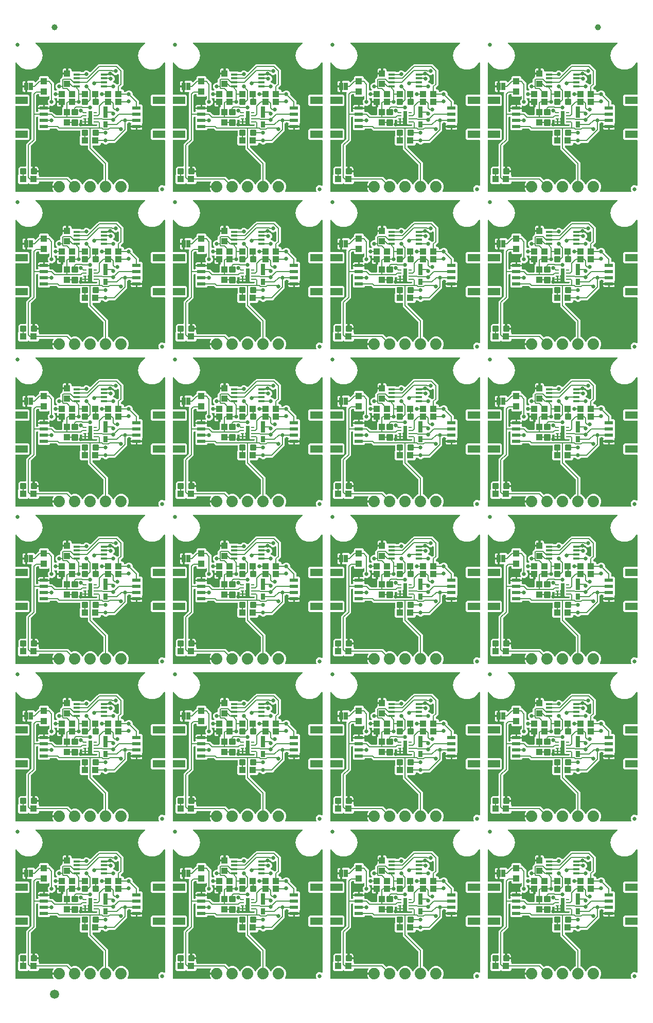
<source format=gtl>
G04 EAGLE Gerber RS-274X export*
G75*
%MOMM*%
%FSLAX34Y34*%
%LPD*%
%INTop Copper*%
%IPPOS*%
%AMOC8*
5,1,8,0,0,1.08239X$1,22.5*%
G01*
%ADD10C,0.635000*%
%ADD11R,1.100000X1.000000*%
%ADD12R,2.000000X1.200000*%
%ADD13R,1.350000X0.600000*%
%ADD14C,1.879600*%
%ADD15C,0.300000*%
%ADD16R,1.000000X1.100000*%
%ADD17R,0.500000X0.250000*%
%ADD18R,0.635000X1.270000*%
%ADD19R,0.800000X1.000000*%
%ADD20R,0.800000X1.900000*%
%ADD21R,1.100000X0.400000*%
%ADD22C,1.000000*%
%ADD23C,1.500000*%
%ADD24C,0.152400*%
%ADD25C,0.660400*%

G36*
X324895Y1040398D02*
X324895Y1040398D01*
X324987Y1040401D01*
X325036Y1040417D01*
X325086Y1040425D01*
X325170Y1040462D01*
X325257Y1040491D01*
X325299Y1040520D01*
X325345Y1040541D01*
X325415Y1040600D01*
X325491Y1040652D01*
X325523Y1040692D01*
X325562Y1040724D01*
X325613Y1040801D01*
X325672Y1040872D01*
X325692Y1040919D01*
X325720Y1040961D01*
X325748Y1041049D01*
X325784Y1041133D01*
X325790Y1041184D01*
X325806Y1041232D01*
X325808Y1041324D01*
X325819Y1041415D01*
X325812Y1041466D01*
X325813Y1041516D01*
X325790Y1041605D01*
X325775Y1041696D01*
X325755Y1041736D01*
X325741Y1041791D01*
X325660Y1041928D01*
X325626Y1041997D01*
X325069Y1042763D01*
X324216Y1044437D01*
X323635Y1046224D01*
X323514Y1046989D01*
X334264Y1046989D01*
X334322Y1046997D01*
X334380Y1046995D01*
X334462Y1047017D01*
X334545Y1047029D01*
X334599Y1047053D01*
X334655Y1047067D01*
X334728Y1047110D01*
X334805Y1047145D01*
X334849Y1047183D01*
X334900Y1047213D01*
X334957Y1047274D01*
X335022Y1047329D01*
X335054Y1047377D01*
X335094Y1047420D01*
X335133Y1047495D01*
X335179Y1047565D01*
X335197Y1047621D01*
X335224Y1047673D01*
X335235Y1047741D01*
X335265Y1047836D01*
X335268Y1047936D01*
X335279Y1048004D01*
X335279Y1050036D01*
X335271Y1050094D01*
X335272Y1050152D01*
X335251Y1050234D01*
X335239Y1050317D01*
X335215Y1050371D01*
X335201Y1050427D01*
X335158Y1050500D01*
X335123Y1050577D01*
X335085Y1050622D01*
X335055Y1050672D01*
X334994Y1050730D01*
X334939Y1050794D01*
X334891Y1050826D01*
X334848Y1050866D01*
X334773Y1050905D01*
X334703Y1050951D01*
X334647Y1050969D01*
X334595Y1050996D01*
X334527Y1051007D01*
X334432Y1051037D01*
X334332Y1051040D01*
X334264Y1051051D01*
X323514Y1051051D01*
X323635Y1051816D01*
X324216Y1053603D01*
X325069Y1055277D01*
X325810Y1056297D01*
X325853Y1056379D01*
X325904Y1056455D01*
X325920Y1056504D01*
X325943Y1056548D01*
X325962Y1056638D01*
X325990Y1056726D01*
X325991Y1056777D01*
X326002Y1056827D01*
X325995Y1056918D01*
X325997Y1057010D01*
X325985Y1057059D01*
X325981Y1057110D01*
X325949Y1057197D01*
X325926Y1057285D01*
X325900Y1057329D01*
X325882Y1057377D01*
X325827Y1057451D01*
X325780Y1057530D01*
X325743Y1057565D01*
X325713Y1057605D01*
X325640Y1057661D01*
X325573Y1057724D01*
X325528Y1057747D01*
X325488Y1057778D01*
X325402Y1057812D01*
X325320Y1057854D01*
X325276Y1057861D01*
X325223Y1057882D01*
X325065Y1057897D01*
X324989Y1057909D01*
X302544Y1057909D01*
X302486Y1057901D01*
X302428Y1057903D01*
X302346Y1057881D01*
X302262Y1057869D01*
X302209Y1057846D01*
X302153Y1057831D01*
X302080Y1057788D01*
X302003Y1057753D01*
X301958Y1057715D01*
X301908Y1057686D01*
X301850Y1057624D01*
X301786Y1057570D01*
X301754Y1057521D01*
X301714Y1057478D01*
X301675Y1057403D01*
X301628Y1057333D01*
X301611Y1057277D01*
X301584Y1057225D01*
X301573Y1057157D01*
X301543Y1057062D01*
X301540Y1056962D01*
X301529Y1056894D01*
X301529Y1055457D01*
X299743Y1053671D01*
X286217Y1053671D01*
X285198Y1054691D01*
X285151Y1054726D01*
X285111Y1054768D01*
X285038Y1054811D01*
X284971Y1054861D01*
X284916Y1054882D01*
X284866Y1054912D01*
X284784Y1054933D01*
X284705Y1054963D01*
X284647Y1054968D01*
X284590Y1054982D01*
X284506Y1054979D01*
X284422Y1054986D01*
X284364Y1054975D01*
X284306Y1054973D01*
X284226Y1054947D01*
X284143Y1054930D01*
X284091Y1054903D01*
X284035Y1054885D01*
X283979Y1054845D01*
X283891Y1054799D01*
X283818Y1054731D01*
X283762Y1054691D01*
X282743Y1053671D01*
X269217Y1053671D01*
X267431Y1055457D01*
X267431Y1068001D01*
X267476Y1068049D01*
X267502Y1068099D01*
X267535Y1068143D01*
X267566Y1068224D01*
X267606Y1068302D01*
X267614Y1068350D01*
X267636Y1068408D01*
X267648Y1068556D01*
X267661Y1068633D01*
X267661Y1079804D01*
X270326Y1082469D01*
X279654Y1082469D01*
X279712Y1082477D01*
X279770Y1082475D01*
X279852Y1082497D01*
X279936Y1082509D01*
X279989Y1082532D01*
X280045Y1082547D01*
X280118Y1082590D01*
X280195Y1082625D01*
X280240Y1082663D01*
X280290Y1082692D01*
X280348Y1082754D01*
X280412Y1082808D01*
X280444Y1082857D01*
X280484Y1082900D01*
X280523Y1082975D01*
X280570Y1083045D01*
X280587Y1083101D01*
X280614Y1083153D01*
X280625Y1083221D01*
X280655Y1083316D01*
X280658Y1083416D01*
X280669Y1083484D01*
X280669Y1119178D01*
X289262Y1127771D01*
X289314Y1127841D01*
X289374Y1127905D01*
X289400Y1127954D01*
X289433Y1127998D01*
X289464Y1128080D01*
X289504Y1128158D01*
X289512Y1128205D01*
X289534Y1128264D01*
X289546Y1128412D01*
X289559Y1128489D01*
X289559Y1203002D01*
X289567Y1203012D01*
X289589Y1203031D01*
X289652Y1203125D01*
X289720Y1203215D01*
X289730Y1203243D01*
X289747Y1203267D01*
X289781Y1203375D01*
X289821Y1203481D01*
X289823Y1203510D01*
X289832Y1203538D01*
X289835Y1203651D01*
X289845Y1203764D01*
X289839Y1203793D01*
X289840Y1203822D01*
X289811Y1203932D01*
X289789Y1204043D01*
X289775Y1204069D01*
X289768Y1204097D01*
X289710Y1204195D01*
X289658Y1204295D01*
X289638Y1204317D01*
X289623Y1204342D01*
X289540Y1204419D01*
X289462Y1204501D01*
X289437Y1204516D01*
X289415Y1204536D01*
X289315Y1204588D01*
X289217Y1204645D01*
X289188Y1204652D01*
X289162Y1204666D01*
X289085Y1204679D01*
X288941Y1204715D01*
X288879Y1204713D01*
X288831Y1204721D01*
X284106Y1204721D01*
X283896Y1204932D01*
X283826Y1204984D01*
X283762Y1205044D01*
X283712Y1205070D01*
X283668Y1205103D01*
X283587Y1205134D01*
X283509Y1205174D01*
X283461Y1205182D01*
X283403Y1205204D01*
X283255Y1205216D01*
X283178Y1205229D01*
X282003Y1205229D01*
X282003Y1213548D01*
X281995Y1213606D01*
X281996Y1213665D01*
X281975Y1213746D01*
X281963Y1213830D01*
X281939Y1213883D01*
X281924Y1213940D01*
X281881Y1214012D01*
X281847Y1214089D01*
X281823Y1214117D01*
X281856Y1214183D01*
X281903Y1214253D01*
X281921Y1214309D01*
X281947Y1214361D01*
X281959Y1214429D01*
X281989Y1214524D01*
X281991Y1214624D01*
X282003Y1214692D01*
X282003Y1223011D01*
X283178Y1223011D01*
X283264Y1223023D01*
X283352Y1223026D01*
X283404Y1223043D01*
X283459Y1223051D01*
X283539Y1223086D01*
X283622Y1223113D01*
X283662Y1223141D01*
X283719Y1223167D01*
X283832Y1223263D01*
X283896Y1223308D01*
X284106Y1223519D01*
X292982Y1223519D01*
X294900Y1221601D01*
X294924Y1221547D01*
X294943Y1221525D01*
X294956Y1221499D01*
X295034Y1221416D01*
X295107Y1221330D01*
X295132Y1221314D01*
X295152Y1221292D01*
X295250Y1221235D01*
X295344Y1221172D01*
X295372Y1221164D01*
X295397Y1221149D01*
X295507Y1221121D01*
X295615Y1221087D01*
X295645Y1221086D01*
X295673Y1221079D01*
X295786Y1221082D01*
X295899Y1221079D01*
X295928Y1221087D01*
X295957Y1221088D01*
X296065Y1221123D01*
X296174Y1221151D01*
X296200Y1221166D01*
X296228Y1221175D01*
X296291Y1221221D01*
X296347Y1221254D01*
X296350Y1221255D01*
X296352Y1221257D01*
X296419Y1221296D01*
X296462Y1221342D01*
X296501Y1221370D01*
X301534Y1226403D01*
X301586Y1226473D01*
X301646Y1226537D01*
X301672Y1226586D01*
X301705Y1226630D01*
X301736Y1226712D01*
X301776Y1226790D01*
X301784Y1226837D01*
X301806Y1226896D01*
X301816Y1227020D01*
X301817Y1227023D01*
X301818Y1227035D01*
X301818Y1227044D01*
X301831Y1227121D01*
X301831Y1229383D01*
X303617Y1231169D01*
X316143Y1231169D01*
X317929Y1229383D01*
X317929Y1227446D01*
X317937Y1227388D01*
X317935Y1227330D01*
X317957Y1227248D01*
X317969Y1227164D01*
X317992Y1227111D01*
X318007Y1227055D01*
X318050Y1226982D01*
X318085Y1226905D01*
X318123Y1226860D01*
X318152Y1226810D01*
X318214Y1226752D01*
X318268Y1226688D01*
X318317Y1226656D01*
X318360Y1226616D01*
X318435Y1226577D01*
X318505Y1226530D01*
X318561Y1226513D01*
X318613Y1226486D01*
X318681Y1226475D01*
X318776Y1226445D01*
X318876Y1226442D01*
X318944Y1226431D01*
X319468Y1226431D01*
X326391Y1219508D01*
X326391Y1208762D01*
X326407Y1208648D01*
X326417Y1208533D01*
X326427Y1208507D01*
X326431Y1208480D01*
X326478Y1208375D01*
X326519Y1208268D01*
X326536Y1208246D01*
X326547Y1208221D01*
X326621Y1208133D01*
X326690Y1208041D01*
X326713Y1208025D01*
X326730Y1208004D01*
X326826Y1207940D01*
X326918Y1207871D01*
X326944Y1207861D01*
X326967Y1207846D01*
X327077Y1207811D01*
X327184Y1207771D01*
X327212Y1207769D01*
X327238Y1207760D01*
X327353Y1207757D01*
X327468Y1207748D01*
X327492Y1207754D01*
X327522Y1207753D01*
X327590Y1207771D01*
X330197Y1207771D01*
X330226Y1207775D01*
X330255Y1207772D01*
X330366Y1207795D01*
X330478Y1207811D01*
X330505Y1207823D01*
X330534Y1207828D01*
X330635Y1207881D01*
X330738Y1207927D01*
X330760Y1207946D01*
X330786Y1207959D01*
X330868Y1208037D01*
X330955Y1208110D01*
X330971Y1208135D01*
X330992Y1208155D01*
X331050Y1208253D01*
X331112Y1208347D01*
X331121Y1208375D01*
X331136Y1208400D01*
X331164Y1208510D01*
X331198Y1208618D01*
X331199Y1208648D01*
X331206Y1208676D01*
X331203Y1208789D01*
X331206Y1208902D01*
X331198Y1208931D01*
X331197Y1208960D01*
X331162Y1209068D01*
X331134Y1209177D01*
X331119Y1209203D01*
X331110Y1209231D01*
X331064Y1209295D01*
X330988Y1209422D01*
X330943Y1209465D01*
X330915Y1209504D01*
X329896Y1210523D01*
X328929Y1212857D01*
X328929Y1215383D01*
X329896Y1217717D01*
X331683Y1219504D01*
X334017Y1220471D01*
X335868Y1220471D01*
X335926Y1220479D01*
X335984Y1220477D01*
X336066Y1220499D01*
X336150Y1220511D01*
X336203Y1220534D01*
X336259Y1220549D01*
X336332Y1220592D01*
X336409Y1220627D01*
X336454Y1220665D01*
X336504Y1220694D01*
X336562Y1220756D01*
X336626Y1220810D01*
X336658Y1220859D01*
X336698Y1220902D01*
X336737Y1220977D01*
X336784Y1221047D01*
X336801Y1221103D01*
X336828Y1221155D01*
X336839Y1221223D01*
X336869Y1221318D01*
X336872Y1221418D01*
X336883Y1221486D01*
X336883Y1226345D01*
X340142Y1229604D01*
X340194Y1229674D01*
X340254Y1229738D01*
X340280Y1229787D01*
X340313Y1229831D01*
X340344Y1229913D01*
X340384Y1229991D01*
X340392Y1230038D01*
X340414Y1230097D01*
X340426Y1230245D01*
X340439Y1230322D01*
X340439Y1233289D01*
X346964Y1233289D01*
X347022Y1233297D01*
X347080Y1233295D01*
X347162Y1233317D01*
X347245Y1233329D01*
X347299Y1233353D01*
X347355Y1233367D01*
X347428Y1233410D01*
X347505Y1233445D01*
X347549Y1233483D01*
X347600Y1233513D01*
X347657Y1233574D01*
X347722Y1233629D01*
X347754Y1233677D01*
X347794Y1233720D01*
X347833Y1233795D01*
X347879Y1233865D01*
X347897Y1233921D01*
X347924Y1233973D01*
X347935Y1234041D01*
X347965Y1234136D01*
X347968Y1234236D01*
X347979Y1234304D01*
X347979Y1235321D01*
X348996Y1235321D01*
X349054Y1235329D01*
X349112Y1235328D01*
X349194Y1235349D01*
X349277Y1235361D01*
X349331Y1235385D01*
X349387Y1235399D01*
X349460Y1235442D01*
X349537Y1235477D01*
X349581Y1235515D01*
X349632Y1235545D01*
X349689Y1235606D01*
X349754Y1235661D01*
X349786Y1235709D01*
X349826Y1235752D01*
X349865Y1235827D01*
X349911Y1235897D01*
X349929Y1235953D01*
X349956Y1236005D01*
X349967Y1236073D01*
X349997Y1236168D01*
X350000Y1236268D01*
X350011Y1236336D01*
X350011Y1243361D01*
X353314Y1243361D01*
X353961Y1243188D01*
X354540Y1242853D01*
X355013Y1242380D01*
X355348Y1241801D01*
X355521Y1241154D01*
X355521Y1240094D01*
X355529Y1240036D01*
X355527Y1239978D01*
X355549Y1239896D01*
X355561Y1239812D01*
X355584Y1239759D01*
X355599Y1239703D01*
X355642Y1239630D01*
X355677Y1239553D01*
X355715Y1239508D01*
X355744Y1239458D01*
X355806Y1239400D01*
X355860Y1239336D01*
X355909Y1239304D01*
X355952Y1239264D01*
X356027Y1239225D01*
X356097Y1239178D01*
X356153Y1239161D01*
X356205Y1239134D01*
X356273Y1239123D01*
X356368Y1239093D01*
X356468Y1239090D01*
X356536Y1239079D01*
X370343Y1239079D01*
X371283Y1238138D01*
X371353Y1238086D01*
X371417Y1238026D01*
X371466Y1238000D01*
X371511Y1237967D01*
X371592Y1237936D01*
X371670Y1237896D01*
X371718Y1237888D01*
X371776Y1237866D01*
X371924Y1237854D01*
X372001Y1237841D01*
X373729Y1237841D01*
X373816Y1237853D01*
X373903Y1237856D01*
X373956Y1237873D01*
X374010Y1237881D01*
X374090Y1237916D01*
X374173Y1237943D01*
X374213Y1237971D01*
X374270Y1237997D01*
X374383Y1238093D01*
X374447Y1238138D01*
X376133Y1239824D01*
X378467Y1240791D01*
X380993Y1240791D01*
X383327Y1239824D01*
X385253Y1237898D01*
X385300Y1237863D01*
X385340Y1237821D01*
X385413Y1237778D01*
X385480Y1237727D01*
X385535Y1237706D01*
X385585Y1237677D01*
X385667Y1237656D01*
X385746Y1237626D01*
X385804Y1237621D01*
X385861Y1237607D01*
X385945Y1237609D01*
X386029Y1237602D01*
X386087Y1237614D01*
X386145Y1237616D01*
X386225Y1237642D01*
X386308Y1237658D01*
X386360Y1237685D01*
X386416Y1237703D01*
X386472Y1237743D01*
X386560Y1237789D01*
X386633Y1237858D01*
X386689Y1237898D01*
X397212Y1248421D01*
X399742Y1250951D01*
X430838Y1250951D01*
X440691Y1241098D01*
X440691Y1216352D01*
X436788Y1212449D01*
X436736Y1212379D01*
X436676Y1212315D01*
X436650Y1212266D01*
X436617Y1212222D01*
X436586Y1212140D01*
X436546Y1212062D01*
X436538Y1212015D01*
X436516Y1211956D01*
X436504Y1211808D01*
X436491Y1211731D01*
X436491Y1210484D01*
X436499Y1210426D01*
X436497Y1210368D01*
X436519Y1210286D01*
X436531Y1210202D01*
X436554Y1210149D01*
X436569Y1210093D01*
X436612Y1210020D01*
X436647Y1209943D01*
X436685Y1209898D01*
X436714Y1209848D01*
X436776Y1209790D01*
X436830Y1209726D01*
X436879Y1209694D01*
X436922Y1209654D01*
X436997Y1209615D01*
X437067Y1209568D01*
X437123Y1209551D01*
X437175Y1209524D01*
X437243Y1209513D01*
X437338Y1209483D01*
X437438Y1209480D01*
X437506Y1209469D01*
X439443Y1209469D01*
X441229Y1207683D01*
X441229Y1206246D01*
X441237Y1206188D01*
X441235Y1206130D01*
X441257Y1206048D01*
X441269Y1205964D01*
X441292Y1205911D01*
X441307Y1205855D01*
X441350Y1205782D01*
X441385Y1205705D01*
X441423Y1205660D01*
X441452Y1205610D01*
X441514Y1205552D01*
X441568Y1205488D01*
X441617Y1205456D01*
X441660Y1205416D01*
X441735Y1205377D01*
X441805Y1205330D01*
X441861Y1205313D01*
X441913Y1205286D01*
X441981Y1205275D01*
X442076Y1205245D01*
X442176Y1205242D01*
X442244Y1205231D01*
X443989Y1205231D01*
X444076Y1205243D01*
X444163Y1205246D01*
X444216Y1205263D01*
X444270Y1205271D01*
X444350Y1205306D01*
X444433Y1205333D01*
X444473Y1205361D01*
X444530Y1205387D01*
X444643Y1205483D01*
X444707Y1205528D01*
X445983Y1206804D01*
X448317Y1207771D01*
X450843Y1207771D01*
X453177Y1206804D01*
X454964Y1205017D01*
X455931Y1202683D01*
X455931Y1200879D01*
X455943Y1200792D01*
X455946Y1200705D01*
X455963Y1200652D01*
X455971Y1200597D01*
X456006Y1200518D01*
X456033Y1200434D01*
X456061Y1200395D01*
X456087Y1200338D01*
X456183Y1200225D01*
X456228Y1200161D01*
X463561Y1192828D01*
X466091Y1190298D01*
X466091Y1185384D01*
X466099Y1185326D01*
X466097Y1185268D01*
X466119Y1185186D01*
X466131Y1185102D01*
X466154Y1185049D01*
X466169Y1184993D01*
X466212Y1184920D01*
X466247Y1184843D01*
X466285Y1184798D01*
X466314Y1184748D01*
X466376Y1184690D01*
X466430Y1184626D01*
X466479Y1184594D01*
X466522Y1184554D01*
X466597Y1184515D01*
X466667Y1184468D01*
X466723Y1184451D01*
X466775Y1184424D01*
X466843Y1184413D01*
X466938Y1184383D01*
X467038Y1184380D01*
X467106Y1184369D01*
X470293Y1184369D01*
X472079Y1182583D01*
X472079Y1174057D01*
X472059Y1174038D01*
X472024Y1173991D01*
X471982Y1173951D01*
X471939Y1173878D01*
X471889Y1173811D01*
X471868Y1173756D01*
X471838Y1173706D01*
X471817Y1173624D01*
X471787Y1173545D01*
X471782Y1173487D01*
X471768Y1173430D01*
X471771Y1173346D01*
X471764Y1173262D01*
X471775Y1173204D01*
X471777Y1173146D01*
X471803Y1173066D01*
X471820Y1172983D01*
X471847Y1172931D01*
X471865Y1172875D01*
X471905Y1172819D01*
X471951Y1172731D01*
X472019Y1172658D01*
X472059Y1172602D01*
X472079Y1172583D01*
X472079Y1164057D01*
X472059Y1164038D01*
X472024Y1163991D01*
X471982Y1163951D01*
X471939Y1163878D01*
X471889Y1163811D01*
X471868Y1163756D01*
X471838Y1163706D01*
X471817Y1163624D01*
X471787Y1163545D01*
X471782Y1163487D01*
X471768Y1163430D01*
X471771Y1163346D01*
X471764Y1163262D01*
X471775Y1163204D01*
X471777Y1163146D01*
X471803Y1163066D01*
X471820Y1162983D01*
X471847Y1162931D01*
X471865Y1162875D01*
X471905Y1162819D01*
X471951Y1162731D01*
X472019Y1162658D01*
X472059Y1162602D01*
X472079Y1162583D01*
X472079Y1154057D01*
X471555Y1153533D01*
X471514Y1153479D01*
X471465Y1153431D01*
X471429Y1153366D01*
X471384Y1153306D01*
X471360Y1153242D01*
X471326Y1153183D01*
X471309Y1153110D01*
X471283Y1153040D01*
X471277Y1152972D01*
X471262Y1152906D01*
X471265Y1152832D01*
X471259Y1152757D01*
X471273Y1152690D01*
X471276Y1152622D01*
X471298Y1152563D01*
X471315Y1152478D01*
X471368Y1152377D01*
X471394Y1152308D01*
X471398Y1152301D01*
X471571Y1151654D01*
X471571Y1149819D01*
X462764Y1149819D01*
X462706Y1149811D01*
X462648Y1149813D01*
X462566Y1149791D01*
X462483Y1149779D01*
X462429Y1149756D01*
X462373Y1149741D01*
X462300Y1149698D01*
X462281Y1149689D01*
X462235Y1149720D01*
X462179Y1149737D01*
X462127Y1149764D01*
X462059Y1149775D01*
X461964Y1149805D01*
X461864Y1149808D01*
X461796Y1149819D01*
X452989Y1149819D01*
X452989Y1151654D01*
X453162Y1152301D01*
X453166Y1152308D01*
X453192Y1152371D01*
X453226Y1152430D01*
X453245Y1152502D01*
X453273Y1152571D01*
X453280Y1152639D01*
X453297Y1152705D01*
X453294Y1152780D01*
X453302Y1152854D01*
X453290Y1152921D01*
X453288Y1152989D01*
X453265Y1153060D01*
X453251Y1153134D01*
X453221Y1153195D01*
X453200Y1153260D01*
X453164Y1153311D01*
X453125Y1153389D01*
X453048Y1153473D01*
X453005Y1153533D01*
X452327Y1154212D01*
X452257Y1154265D01*
X452193Y1154324D01*
X452144Y1154350D01*
X452099Y1154383D01*
X452017Y1154414D01*
X451940Y1154454D01*
X451892Y1154462D01*
X451834Y1154484D01*
X451686Y1154496D01*
X451609Y1154509D01*
X448821Y1154509D01*
X448734Y1154497D01*
X448647Y1154494D01*
X448594Y1154477D01*
X448540Y1154469D01*
X448460Y1154434D01*
X448377Y1154407D01*
X448337Y1154379D01*
X448280Y1154353D01*
X448167Y1154257D01*
X448103Y1154212D01*
X447338Y1153447D01*
X447285Y1153377D01*
X447226Y1153313D01*
X447200Y1153264D01*
X447167Y1153220D01*
X447136Y1153138D01*
X447096Y1153060D01*
X447088Y1153012D01*
X447066Y1152954D01*
X447054Y1152806D01*
X447041Y1152729D01*
X447041Y1141139D01*
X444511Y1138609D01*
X429841Y1123939D01*
X427311Y1121409D01*
X417071Y1121409D01*
X416984Y1121397D01*
X416897Y1121394D01*
X416844Y1121377D01*
X416790Y1121369D01*
X416710Y1121334D01*
X416627Y1121307D01*
X416587Y1121279D01*
X416530Y1121253D01*
X416417Y1121157D01*
X416353Y1121112D01*
X415077Y1119836D01*
X412743Y1118869D01*
X410217Y1118869D01*
X407883Y1119836D01*
X406607Y1121112D01*
X406537Y1121164D01*
X406473Y1121224D01*
X406424Y1121250D01*
X406380Y1121283D01*
X406298Y1121314D01*
X406220Y1121354D01*
X406172Y1121362D01*
X406114Y1121384D01*
X405966Y1121396D01*
X405889Y1121409D01*
X404144Y1121409D01*
X404086Y1121401D01*
X404028Y1121403D01*
X403946Y1121381D01*
X403862Y1121369D01*
X403809Y1121346D01*
X403753Y1121331D01*
X403680Y1121288D01*
X403603Y1121253D01*
X403558Y1121215D01*
X403508Y1121186D01*
X403450Y1121124D01*
X403386Y1121070D01*
X403354Y1121021D01*
X403314Y1120978D01*
X403275Y1120903D01*
X403228Y1120833D01*
X403211Y1120777D01*
X403184Y1120725D01*
X403173Y1120657D01*
X403143Y1120562D01*
X403140Y1120462D01*
X403129Y1120394D01*
X403129Y1118957D01*
X401343Y1117171D01*
X390906Y1117171D01*
X390848Y1117163D01*
X390790Y1117165D01*
X390708Y1117143D01*
X390624Y1117131D01*
X390571Y1117108D01*
X390515Y1117093D01*
X390442Y1117050D01*
X390365Y1117015D01*
X390320Y1116977D01*
X390270Y1116948D01*
X390212Y1116886D01*
X390148Y1116832D01*
X390116Y1116783D01*
X390076Y1116740D01*
X390037Y1116665D01*
X389990Y1116595D01*
X389973Y1116539D01*
X389946Y1116487D01*
X389935Y1116419D01*
X389905Y1116324D01*
X389902Y1116224D01*
X389891Y1116156D01*
X389891Y1114519D01*
X389903Y1114432D01*
X389906Y1114345D01*
X389923Y1114292D01*
X389931Y1114237D01*
X389966Y1114158D01*
X389993Y1114074D01*
X390021Y1114035D01*
X390047Y1113978D01*
X390113Y1113900D01*
X390135Y1113862D01*
X390163Y1113836D01*
X390188Y1113801D01*
X415291Y1088698D01*
X415291Y1061592D01*
X415291Y1061591D01*
X415291Y1061589D01*
X415312Y1061442D01*
X415331Y1061311D01*
X415331Y1061309D01*
X415331Y1061308D01*
X415388Y1061182D01*
X415447Y1061051D01*
X415448Y1061050D01*
X415449Y1061049D01*
X415540Y1060941D01*
X415630Y1060834D01*
X415632Y1060833D01*
X415633Y1060832D01*
X415646Y1060824D01*
X415867Y1060677D01*
X415896Y1060667D01*
X415917Y1060654D01*
X418531Y1059572D01*
X422032Y1056071D01*
X423242Y1053149D01*
X423257Y1053124D01*
X423266Y1053096D01*
X423329Y1053001D01*
X423387Y1052904D01*
X423408Y1052884D01*
X423424Y1052859D01*
X423511Y1052787D01*
X423593Y1052709D01*
X423619Y1052695D01*
X423642Y1052677D01*
X423745Y1052631D01*
X423846Y1052579D01*
X423875Y1052573D01*
X423902Y1052561D01*
X424014Y1052545D01*
X424125Y1052524D01*
X424154Y1052526D01*
X424183Y1052522D01*
X424295Y1052538D01*
X424408Y1052548D01*
X424435Y1052559D01*
X424464Y1052563D01*
X424568Y1052609D01*
X424673Y1052650D01*
X424697Y1052668D01*
X424724Y1052680D01*
X424810Y1052753D01*
X424900Y1052822D01*
X424918Y1052845D01*
X424940Y1052864D01*
X424982Y1052931D01*
X425070Y1053049D01*
X425092Y1053108D01*
X425118Y1053149D01*
X426328Y1056071D01*
X429829Y1059572D01*
X434404Y1061467D01*
X439356Y1061467D01*
X443931Y1059572D01*
X447432Y1056071D01*
X449327Y1051496D01*
X449327Y1046544D01*
X447357Y1041789D01*
X447328Y1041677D01*
X447294Y1041568D01*
X447293Y1041540D01*
X447286Y1041513D01*
X447289Y1041399D01*
X447286Y1041284D01*
X447293Y1041257D01*
X447294Y1041229D01*
X447329Y1041120D01*
X447358Y1041009D01*
X447372Y1040985D01*
X447381Y1040958D01*
X447445Y1040863D01*
X447503Y1040764D01*
X447524Y1040745D01*
X447539Y1040722D01*
X447627Y1040648D01*
X447711Y1040570D01*
X447735Y1040557D01*
X447757Y1040539D01*
X447861Y1040493D01*
X447964Y1040440D01*
X447988Y1040436D01*
X448016Y1040424D01*
X448280Y1040387D01*
X448295Y1040385D01*
X497933Y1040385D01*
X498047Y1040401D01*
X498161Y1040411D01*
X498187Y1040421D01*
X498214Y1040425D01*
X498319Y1040472D01*
X498426Y1040513D01*
X498448Y1040529D01*
X498474Y1040541D01*
X498561Y1040615D01*
X498653Y1040684D01*
X498670Y1040707D01*
X498691Y1040724D01*
X498754Y1040820D01*
X498823Y1040912D01*
X498833Y1040938D01*
X498848Y1040961D01*
X498883Y1041071D01*
X498923Y1041178D01*
X498926Y1041206D01*
X498934Y1041232D01*
X498937Y1041347D01*
X498946Y1041461D01*
X498941Y1041486D01*
X498941Y1041516D01*
X498874Y1041773D01*
X498871Y1041789D01*
X497966Y1043972D01*
X497966Y1046448D01*
X498914Y1048736D01*
X500664Y1050486D01*
X502952Y1051434D01*
X505428Y1051434D01*
X507611Y1050529D01*
X507723Y1050501D01*
X507832Y1050466D01*
X507860Y1050465D01*
X507887Y1050458D01*
X508001Y1050462D01*
X508116Y1050459D01*
X508143Y1050466D01*
X508171Y1050466D01*
X508280Y1050502D01*
X508391Y1050530D01*
X508415Y1050545D01*
X508442Y1050553D01*
X508537Y1050617D01*
X508636Y1050676D01*
X508655Y1050696D01*
X508678Y1050711D01*
X508752Y1050799D01*
X508830Y1050883D01*
X508843Y1050908D01*
X508861Y1050929D01*
X508907Y1051034D01*
X508960Y1051136D01*
X508964Y1051161D01*
X508976Y1051189D01*
X509013Y1051453D01*
X509015Y1051467D01*
X509015Y1125256D01*
X509007Y1125314D01*
X509009Y1125372D01*
X508987Y1125454D01*
X508975Y1125538D01*
X508952Y1125591D01*
X508937Y1125647D01*
X508894Y1125720D01*
X508859Y1125797D01*
X508821Y1125842D01*
X508792Y1125892D01*
X508730Y1125950D01*
X508676Y1126014D01*
X508627Y1126046D01*
X508584Y1126086D01*
X508509Y1126125D01*
X508439Y1126172D01*
X508383Y1126189D01*
X508331Y1126216D01*
X508263Y1126227D01*
X508168Y1126257D01*
X508068Y1126260D01*
X508000Y1126271D01*
X487767Y1126271D01*
X485981Y1128057D01*
X485981Y1142583D01*
X487767Y1144369D01*
X508000Y1144369D01*
X508058Y1144377D01*
X508116Y1144375D01*
X508198Y1144397D01*
X508282Y1144409D01*
X508335Y1144432D01*
X508391Y1144447D01*
X508464Y1144490D01*
X508541Y1144525D01*
X508586Y1144563D01*
X508636Y1144592D01*
X508694Y1144654D01*
X508758Y1144708D01*
X508790Y1144757D01*
X508830Y1144800D01*
X508869Y1144875D01*
X508916Y1144945D01*
X508933Y1145001D01*
X508960Y1145053D01*
X508971Y1145121D01*
X509001Y1145216D01*
X509004Y1145316D01*
X509015Y1145384D01*
X509015Y1181256D01*
X509007Y1181314D01*
X509009Y1181372D01*
X508987Y1181454D01*
X508975Y1181538D01*
X508952Y1181591D01*
X508937Y1181647D01*
X508894Y1181720D01*
X508859Y1181797D01*
X508821Y1181842D01*
X508792Y1181892D01*
X508730Y1181950D01*
X508676Y1182014D01*
X508627Y1182046D01*
X508584Y1182086D01*
X508509Y1182125D01*
X508439Y1182172D01*
X508383Y1182189D01*
X508331Y1182216D01*
X508263Y1182227D01*
X508168Y1182257D01*
X508068Y1182260D01*
X508000Y1182271D01*
X487767Y1182271D01*
X485981Y1184057D01*
X485981Y1198583D01*
X487767Y1200369D01*
X508000Y1200369D01*
X508058Y1200377D01*
X508116Y1200375D01*
X508198Y1200397D01*
X508282Y1200409D01*
X508335Y1200432D01*
X508391Y1200447D01*
X508464Y1200490D01*
X508541Y1200525D01*
X508586Y1200563D01*
X508636Y1200592D01*
X508694Y1200654D01*
X508758Y1200708D01*
X508790Y1200757D01*
X508830Y1200800D01*
X508869Y1200875D01*
X508916Y1200945D01*
X508933Y1201001D01*
X508960Y1201053D01*
X508971Y1201121D01*
X509001Y1201216D01*
X509004Y1201316D01*
X509015Y1201384D01*
X509015Y1252871D01*
X509013Y1252891D01*
X509015Y1252910D01*
X508993Y1253031D01*
X508975Y1253153D01*
X508967Y1253171D01*
X508964Y1253190D01*
X508909Y1253300D01*
X508859Y1253412D01*
X508847Y1253427D01*
X508838Y1253445D01*
X508755Y1253536D01*
X508676Y1253629D01*
X508659Y1253640D01*
X508646Y1253655D01*
X508541Y1253719D01*
X508439Y1253787D01*
X508420Y1253793D01*
X508404Y1253803D01*
X508285Y1253836D01*
X508168Y1253873D01*
X508148Y1253873D01*
X508129Y1253878D01*
X508007Y1253877D01*
X507884Y1253880D01*
X507865Y1253875D01*
X507845Y1253875D01*
X507727Y1253839D01*
X507609Y1253808D01*
X507592Y1253798D01*
X507573Y1253792D01*
X507470Y1253726D01*
X507364Y1253663D01*
X507351Y1253649D01*
X507334Y1253638D01*
X507288Y1253581D01*
X507170Y1253456D01*
X507146Y1253410D01*
X507121Y1253379D01*
X505265Y1250164D01*
X499158Y1245040D01*
X491666Y1242313D01*
X483694Y1242313D01*
X476202Y1245040D01*
X470095Y1250164D01*
X466109Y1257069D01*
X464725Y1264920D01*
X466109Y1272771D01*
X470095Y1279675D01*
X475800Y1284462D01*
X475849Y1284517D01*
X475905Y1284565D01*
X475944Y1284622D01*
X475990Y1284674D01*
X476022Y1284740D01*
X476063Y1284801D01*
X476084Y1284867D01*
X476114Y1284930D01*
X476126Y1285002D01*
X476148Y1285072D01*
X476150Y1285141D01*
X476162Y1285210D01*
X476154Y1285283D01*
X476156Y1285356D01*
X476138Y1285423D01*
X476131Y1285492D01*
X476103Y1285560D01*
X476084Y1285631D01*
X476049Y1285691D01*
X476022Y1285755D01*
X475976Y1285813D01*
X475939Y1285876D01*
X475888Y1285923D01*
X475845Y1285977D01*
X475785Y1286020D01*
X475731Y1286070D01*
X475670Y1286102D01*
X475613Y1286142D01*
X475544Y1286166D01*
X475478Y1286200D01*
X475420Y1286210D01*
X475345Y1286236D01*
X475223Y1286243D01*
X475147Y1286255D01*
X297013Y1286255D01*
X296940Y1286245D01*
X296866Y1286245D01*
X296800Y1286225D01*
X296731Y1286215D01*
X296664Y1286185D01*
X296594Y1286165D01*
X296535Y1286128D01*
X296472Y1286099D01*
X296416Y1286052D01*
X296354Y1286012D01*
X296308Y1285960D01*
X296255Y1285916D01*
X296214Y1285854D01*
X296165Y1285799D01*
X296136Y1285737D01*
X296097Y1285679D01*
X296075Y1285609D01*
X296044Y1285542D01*
X296032Y1285474D01*
X296012Y1285408D01*
X296010Y1285334D01*
X295998Y1285262D01*
X296006Y1285193D01*
X296004Y1285124D01*
X296023Y1285053D01*
X296032Y1284979D01*
X296059Y1284916D01*
X296076Y1284849D01*
X296114Y1284785D01*
X296142Y1284718D01*
X296181Y1284673D01*
X296221Y1284604D01*
X296311Y1284520D01*
X296360Y1284462D01*
X302065Y1279676D01*
X306051Y1272771D01*
X307435Y1264920D01*
X306051Y1257069D01*
X302065Y1250165D01*
X295958Y1245040D01*
X288466Y1242313D01*
X280494Y1242313D01*
X273002Y1245040D01*
X266895Y1250164D01*
X265039Y1253379D01*
X265027Y1253394D01*
X265019Y1253412D01*
X264940Y1253506D01*
X264864Y1253603D01*
X264848Y1253614D01*
X264835Y1253629D01*
X264733Y1253697D01*
X264634Y1253769D01*
X264615Y1253776D01*
X264599Y1253787D01*
X264482Y1253824D01*
X264366Y1253865D01*
X264346Y1253867D01*
X264328Y1253873D01*
X264205Y1253876D01*
X264082Y1253884D01*
X264063Y1253879D01*
X264044Y1253880D01*
X263925Y1253849D01*
X263805Y1253822D01*
X263787Y1253813D01*
X263769Y1253808D01*
X263663Y1253746D01*
X263555Y1253687D01*
X263541Y1253673D01*
X263524Y1253663D01*
X263440Y1253573D01*
X263353Y1253487D01*
X263343Y1253470D01*
X263330Y1253456D01*
X263274Y1253346D01*
X263214Y1253239D01*
X263209Y1253220D01*
X263200Y1253202D01*
X263188Y1253130D01*
X263149Y1252962D01*
X263151Y1252911D01*
X263145Y1252871D01*
X263145Y1201384D01*
X263153Y1201326D01*
X263151Y1201268D01*
X263173Y1201186D01*
X263185Y1201102D01*
X263208Y1201049D01*
X263223Y1200993D01*
X263266Y1200920D01*
X263301Y1200843D01*
X263339Y1200798D01*
X263368Y1200748D01*
X263430Y1200690D01*
X263484Y1200626D01*
X263533Y1200594D01*
X263576Y1200554D01*
X263651Y1200515D01*
X263721Y1200468D01*
X263777Y1200451D01*
X263829Y1200424D01*
X263897Y1200413D01*
X263992Y1200383D01*
X264092Y1200380D01*
X264160Y1200369D01*
X284393Y1200369D01*
X286179Y1198583D01*
X286179Y1184057D01*
X284393Y1182271D01*
X264160Y1182271D01*
X264102Y1182263D01*
X264044Y1182265D01*
X263962Y1182243D01*
X263878Y1182231D01*
X263825Y1182208D01*
X263769Y1182193D01*
X263696Y1182150D01*
X263619Y1182115D01*
X263574Y1182077D01*
X263524Y1182048D01*
X263466Y1181986D01*
X263402Y1181932D01*
X263370Y1181883D01*
X263330Y1181840D01*
X263291Y1181765D01*
X263244Y1181695D01*
X263227Y1181639D01*
X263200Y1181587D01*
X263189Y1181519D01*
X263159Y1181424D01*
X263156Y1181324D01*
X263145Y1181256D01*
X263145Y1145384D01*
X263153Y1145326D01*
X263151Y1145268D01*
X263173Y1145186D01*
X263185Y1145102D01*
X263208Y1145049D01*
X263223Y1144993D01*
X263266Y1144920D01*
X263301Y1144843D01*
X263339Y1144798D01*
X263368Y1144748D01*
X263430Y1144690D01*
X263484Y1144626D01*
X263533Y1144594D01*
X263576Y1144554D01*
X263651Y1144515D01*
X263721Y1144468D01*
X263777Y1144451D01*
X263829Y1144424D01*
X263897Y1144413D01*
X263992Y1144383D01*
X264092Y1144380D01*
X264160Y1144369D01*
X284393Y1144369D01*
X286179Y1142583D01*
X286179Y1128057D01*
X284393Y1126271D01*
X264160Y1126271D01*
X264102Y1126263D01*
X264044Y1126265D01*
X263962Y1126243D01*
X263878Y1126231D01*
X263825Y1126208D01*
X263769Y1126193D01*
X263696Y1126150D01*
X263619Y1126115D01*
X263574Y1126077D01*
X263524Y1126048D01*
X263466Y1125986D01*
X263402Y1125932D01*
X263370Y1125883D01*
X263330Y1125840D01*
X263291Y1125765D01*
X263244Y1125695D01*
X263227Y1125639D01*
X263200Y1125587D01*
X263189Y1125519D01*
X263159Y1125424D01*
X263156Y1125324D01*
X263145Y1125256D01*
X263145Y1041400D01*
X263153Y1041342D01*
X263151Y1041284D01*
X263173Y1041202D01*
X263185Y1041118D01*
X263208Y1041065D01*
X263223Y1041009D01*
X263266Y1040936D01*
X263301Y1040859D01*
X263339Y1040814D01*
X263368Y1040764D01*
X263430Y1040706D01*
X263484Y1040642D01*
X263533Y1040610D01*
X263576Y1040570D01*
X263651Y1040531D01*
X263721Y1040484D01*
X263777Y1040467D01*
X263829Y1040440D01*
X263897Y1040429D01*
X263992Y1040399D01*
X264092Y1040396D01*
X264160Y1040385D01*
X324804Y1040385D01*
X324895Y1040398D01*
G37*
G36*
X324895Y263158D02*
X324895Y263158D01*
X324987Y263161D01*
X325036Y263177D01*
X325086Y263185D01*
X325170Y263222D01*
X325257Y263251D01*
X325299Y263280D01*
X325345Y263301D01*
X325415Y263360D01*
X325491Y263412D01*
X325523Y263452D01*
X325562Y263484D01*
X325613Y263561D01*
X325672Y263632D01*
X325692Y263679D01*
X325720Y263721D01*
X325748Y263809D01*
X325784Y263893D01*
X325790Y263944D01*
X325806Y263992D01*
X325808Y264084D01*
X325819Y264175D01*
X325812Y264226D01*
X325813Y264276D01*
X325790Y264365D01*
X325775Y264456D01*
X325755Y264496D01*
X325741Y264551D01*
X325660Y264688D01*
X325626Y264757D01*
X325069Y265523D01*
X324216Y267197D01*
X323635Y268984D01*
X323514Y269749D01*
X334264Y269749D01*
X334322Y269757D01*
X334380Y269755D01*
X334462Y269777D01*
X334545Y269789D01*
X334599Y269813D01*
X334655Y269827D01*
X334728Y269870D01*
X334805Y269905D01*
X334849Y269943D01*
X334900Y269973D01*
X334957Y270034D01*
X335022Y270089D01*
X335054Y270137D01*
X335094Y270180D01*
X335133Y270255D01*
X335179Y270325D01*
X335197Y270381D01*
X335224Y270433D01*
X335235Y270501D01*
X335265Y270596D01*
X335268Y270696D01*
X335279Y270764D01*
X335279Y272796D01*
X335271Y272854D01*
X335272Y272912D01*
X335251Y272994D01*
X335239Y273077D01*
X335215Y273131D01*
X335201Y273187D01*
X335158Y273260D01*
X335123Y273337D01*
X335085Y273382D01*
X335055Y273432D01*
X334994Y273490D01*
X334939Y273554D01*
X334891Y273586D01*
X334848Y273626D01*
X334773Y273665D01*
X334703Y273711D01*
X334647Y273729D01*
X334595Y273756D01*
X334527Y273767D01*
X334432Y273797D01*
X334332Y273800D01*
X334264Y273811D01*
X323514Y273811D01*
X323635Y274576D01*
X324216Y276363D01*
X325069Y278037D01*
X325810Y279057D01*
X325853Y279139D01*
X325904Y279215D01*
X325920Y279264D01*
X325943Y279308D01*
X325962Y279398D01*
X325990Y279486D01*
X325991Y279537D01*
X326002Y279587D01*
X325995Y279678D01*
X325997Y279770D01*
X325985Y279819D01*
X325981Y279870D01*
X325949Y279957D01*
X325926Y280045D01*
X325900Y280089D01*
X325882Y280137D01*
X325827Y280211D01*
X325780Y280290D01*
X325743Y280325D01*
X325713Y280365D01*
X325640Y280421D01*
X325573Y280484D01*
X325528Y280507D01*
X325488Y280538D01*
X325402Y280572D01*
X325320Y280614D01*
X325276Y280621D01*
X325223Y280642D01*
X325065Y280657D01*
X324989Y280669D01*
X302544Y280669D01*
X302486Y280661D01*
X302428Y280663D01*
X302346Y280641D01*
X302262Y280629D01*
X302209Y280606D01*
X302153Y280591D01*
X302080Y280548D01*
X302003Y280513D01*
X301958Y280475D01*
X301908Y280446D01*
X301850Y280384D01*
X301786Y280330D01*
X301754Y280281D01*
X301714Y280238D01*
X301675Y280163D01*
X301628Y280093D01*
X301611Y280037D01*
X301584Y279985D01*
X301573Y279917D01*
X301543Y279822D01*
X301540Y279722D01*
X301529Y279654D01*
X301529Y278217D01*
X299743Y276431D01*
X286217Y276431D01*
X285198Y277451D01*
X285151Y277486D01*
X285111Y277528D01*
X285038Y277571D01*
X284971Y277621D01*
X284916Y277642D01*
X284866Y277672D01*
X284784Y277693D01*
X284705Y277723D01*
X284647Y277728D01*
X284590Y277742D01*
X284506Y277739D01*
X284422Y277746D01*
X284364Y277735D01*
X284306Y277733D01*
X284226Y277707D01*
X284143Y277690D01*
X284091Y277663D01*
X284035Y277645D01*
X283979Y277605D01*
X283891Y277559D01*
X283818Y277491D01*
X283762Y277451D01*
X282743Y276431D01*
X269217Y276431D01*
X267431Y278217D01*
X267431Y290761D01*
X267476Y290809D01*
X267502Y290859D01*
X267535Y290903D01*
X267566Y290984D01*
X267606Y291062D01*
X267614Y291110D01*
X267636Y291168D01*
X267648Y291316D01*
X267661Y291393D01*
X267661Y302564D01*
X270326Y305229D01*
X279654Y305229D01*
X279712Y305237D01*
X279770Y305235D01*
X279852Y305257D01*
X279936Y305269D01*
X279989Y305292D01*
X280045Y305307D01*
X280118Y305350D01*
X280195Y305385D01*
X280240Y305423D01*
X280290Y305452D01*
X280348Y305514D01*
X280412Y305568D01*
X280444Y305617D01*
X280484Y305660D01*
X280523Y305735D01*
X280570Y305805D01*
X280587Y305861D01*
X280614Y305913D01*
X280625Y305981D01*
X280655Y306076D01*
X280658Y306176D01*
X280669Y306244D01*
X280669Y341938D01*
X289262Y350531D01*
X289314Y350601D01*
X289374Y350665D01*
X289400Y350714D01*
X289433Y350758D01*
X289464Y350840D01*
X289504Y350918D01*
X289512Y350965D01*
X289534Y351024D01*
X289546Y351172D01*
X289559Y351249D01*
X289559Y425762D01*
X289567Y425772D01*
X289589Y425791D01*
X289652Y425885D01*
X289720Y425975D01*
X289730Y426003D01*
X289747Y426027D01*
X289781Y426135D01*
X289821Y426241D01*
X289823Y426270D01*
X289832Y426298D01*
X289835Y426411D01*
X289845Y426524D01*
X289839Y426553D01*
X289840Y426582D01*
X289811Y426692D01*
X289789Y426803D01*
X289775Y426829D01*
X289768Y426857D01*
X289710Y426955D01*
X289658Y427055D01*
X289638Y427077D01*
X289623Y427102D01*
X289540Y427179D01*
X289462Y427261D01*
X289437Y427276D01*
X289415Y427296D01*
X289315Y427348D01*
X289217Y427405D01*
X289188Y427412D01*
X289162Y427426D01*
X289085Y427439D01*
X288941Y427475D01*
X288879Y427473D01*
X288831Y427481D01*
X284106Y427481D01*
X283896Y427692D01*
X283826Y427744D01*
X283762Y427804D01*
X283712Y427830D01*
X283668Y427863D01*
X283587Y427894D01*
X283509Y427934D01*
X283461Y427942D01*
X283403Y427964D01*
X283255Y427976D01*
X283178Y427989D01*
X282003Y427989D01*
X282003Y436308D01*
X281995Y436366D01*
X281996Y436425D01*
X281975Y436506D01*
X281963Y436590D01*
X281939Y436643D01*
X281924Y436700D01*
X281881Y436772D01*
X281847Y436849D01*
X281823Y436877D01*
X281856Y436943D01*
X281903Y437013D01*
X281921Y437069D01*
X281947Y437121D01*
X281959Y437189D01*
X281989Y437284D01*
X281991Y437384D01*
X282003Y437452D01*
X282003Y445771D01*
X283178Y445771D01*
X283264Y445783D01*
X283352Y445786D01*
X283404Y445803D01*
X283459Y445811D01*
X283539Y445846D01*
X283622Y445873D01*
X283661Y445901D01*
X283719Y445927D01*
X283832Y446023D01*
X283896Y446068D01*
X284106Y446279D01*
X292982Y446279D01*
X294900Y444361D01*
X294924Y444307D01*
X294943Y444285D01*
X294956Y444259D01*
X295034Y444176D01*
X295107Y444090D01*
X295132Y444074D01*
X295152Y444052D01*
X295250Y443995D01*
X295344Y443932D01*
X295372Y443924D01*
X295397Y443909D01*
X295507Y443881D01*
X295615Y443847D01*
X295645Y443846D01*
X295673Y443839D01*
X295786Y443842D01*
X295899Y443839D01*
X295928Y443847D01*
X295957Y443848D01*
X296065Y443883D01*
X296174Y443911D01*
X296200Y443926D01*
X296228Y443935D01*
X296291Y443981D01*
X296347Y444014D01*
X296350Y444015D01*
X296352Y444017D01*
X296419Y444056D01*
X296462Y444102D01*
X296501Y444130D01*
X301534Y449163D01*
X301586Y449233D01*
X301646Y449297D01*
X301672Y449346D01*
X301705Y449390D01*
X301736Y449472D01*
X301776Y449550D01*
X301784Y449597D01*
X301806Y449656D01*
X301816Y449780D01*
X301817Y449783D01*
X301818Y449795D01*
X301818Y449804D01*
X301831Y449881D01*
X301831Y452143D01*
X303617Y453929D01*
X316143Y453929D01*
X317929Y452143D01*
X317929Y450206D01*
X317937Y450148D01*
X317935Y450090D01*
X317957Y450008D01*
X317969Y449924D01*
X317992Y449871D01*
X318007Y449815D01*
X318050Y449742D01*
X318085Y449665D01*
X318123Y449620D01*
X318152Y449570D01*
X318214Y449512D01*
X318268Y449448D01*
X318317Y449416D01*
X318360Y449376D01*
X318435Y449337D01*
X318505Y449290D01*
X318561Y449273D01*
X318613Y449246D01*
X318681Y449235D01*
X318776Y449205D01*
X318876Y449202D01*
X318944Y449191D01*
X319468Y449191D01*
X326391Y442268D01*
X326391Y431522D01*
X326407Y431408D01*
X326417Y431293D01*
X326427Y431267D01*
X326431Y431240D01*
X326478Y431135D01*
X326519Y431028D01*
X326536Y431006D01*
X326547Y430981D01*
X326621Y430893D01*
X326690Y430801D01*
X326713Y430785D01*
X326730Y430764D01*
X326826Y430700D01*
X326918Y430631D01*
X326944Y430621D01*
X326967Y430606D01*
X327077Y430571D01*
X327184Y430531D01*
X327212Y430529D01*
X327238Y430520D01*
X327353Y430517D01*
X327468Y430508D01*
X327492Y430514D01*
X327522Y430513D01*
X327590Y430531D01*
X330197Y430531D01*
X330226Y430535D01*
X330255Y430532D01*
X330366Y430555D01*
X330478Y430571D01*
X330505Y430583D01*
X330534Y430588D01*
X330635Y430641D01*
X330738Y430687D01*
X330760Y430706D01*
X330786Y430719D01*
X330868Y430797D01*
X330955Y430870D01*
X330971Y430895D01*
X330992Y430915D01*
X331050Y431013D01*
X331112Y431107D01*
X331121Y431135D01*
X331136Y431160D01*
X331164Y431270D01*
X331198Y431378D01*
X331199Y431408D01*
X331206Y431436D01*
X331203Y431549D01*
X331206Y431662D01*
X331198Y431691D01*
X331197Y431720D01*
X331162Y431828D01*
X331134Y431937D01*
X331119Y431963D01*
X331110Y431991D01*
X331064Y432055D01*
X330988Y432182D01*
X330943Y432225D01*
X330915Y432264D01*
X329896Y433283D01*
X328929Y435617D01*
X328929Y438143D01*
X329896Y440477D01*
X331683Y442264D01*
X334017Y443231D01*
X335868Y443231D01*
X335926Y443239D01*
X335984Y443237D01*
X336066Y443259D01*
X336150Y443271D01*
X336203Y443294D01*
X336259Y443309D01*
X336332Y443352D01*
X336409Y443387D01*
X336454Y443425D01*
X336504Y443454D01*
X336562Y443516D01*
X336626Y443570D01*
X336658Y443619D01*
X336698Y443662D01*
X336737Y443737D01*
X336784Y443807D01*
X336801Y443863D01*
X336828Y443915D01*
X336839Y443983D01*
X336869Y444078D01*
X336872Y444178D01*
X336883Y444246D01*
X336883Y449105D01*
X340142Y452364D01*
X340194Y452434D01*
X340254Y452498D01*
X340280Y452547D01*
X340313Y452591D01*
X340344Y452673D01*
X340384Y452751D01*
X340392Y452798D01*
X340414Y452857D01*
X340426Y453005D01*
X340439Y453082D01*
X340439Y456049D01*
X346964Y456049D01*
X347022Y456057D01*
X347080Y456055D01*
X347162Y456077D01*
X347245Y456089D01*
X347299Y456113D01*
X347355Y456127D01*
X347428Y456170D01*
X347505Y456205D01*
X347549Y456243D01*
X347600Y456273D01*
X347657Y456334D01*
X347722Y456389D01*
X347754Y456437D01*
X347794Y456480D01*
X347833Y456555D01*
X347879Y456625D01*
X347897Y456681D01*
X347924Y456733D01*
X347935Y456801D01*
X347965Y456896D01*
X347968Y456996D01*
X347979Y457064D01*
X347979Y458081D01*
X348996Y458081D01*
X349054Y458089D01*
X349112Y458088D01*
X349194Y458109D01*
X349277Y458121D01*
X349331Y458145D01*
X349387Y458159D01*
X349460Y458202D01*
X349537Y458237D01*
X349581Y458275D01*
X349632Y458305D01*
X349689Y458366D01*
X349754Y458421D01*
X349786Y458469D01*
X349826Y458512D01*
X349865Y458587D01*
X349911Y458657D01*
X349929Y458713D01*
X349956Y458765D01*
X349967Y458833D01*
X349997Y458928D01*
X350000Y459028D01*
X350011Y459096D01*
X350011Y466121D01*
X353314Y466121D01*
X353961Y465948D01*
X354540Y465613D01*
X355013Y465140D01*
X355348Y464561D01*
X355521Y463914D01*
X355521Y462854D01*
X355529Y462796D01*
X355527Y462738D01*
X355549Y462656D01*
X355561Y462572D01*
X355584Y462519D01*
X355599Y462463D01*
X355642Y462390D01*
X355677Y462313D01*
X355715Y462268D01*
X355744Y462218D01*
X355806Y462160D01*
X355860Y462096D01*
X355909Y462064D01*
X355952Y462024D01*
X356027Y461985D01*
X356097Y461938D01*
X356153Y461921D01*
X356205Y461894D01*
X356273Y461883D01*
X356368Y461853D01*
X356468Y461850D01*
X356536Y461839D01*
X370343Y461839D01*
X371283Y460898D01*
X371353Y460846D01*
X371417Y460786D01*
X371466Y460760D01*
X371511Y460727D01*
X371592Y460696D01*
X371670Y460656D01*
X371718Y460648D01*
X371776Y460626D01*
X371924Y460614D01*
X372001Y460601D01*
X373729Y460601D01*
X373816Y460613D01*
X373903Y460616D01*
X373956Y460633D01*
X374010Y460641D01*
X374090Y460676D01*
X374173Y460703D01*
X374213Y460731D01*
X374270Y460757D01*
X374383Y460853D01*
X374447Y460898D01*
X376133Y462584D01*
X378467Y463551D01*
X380993Y463551D01*
X383327Y462584D01*
X385253Y460658D01*
X385300Y460623D01*
X385340Y460581D01*
X385413Y460538D01*
X385480Y460487D01*
X385535Y460466D01*
X385585Y460437D01*
X385667Y460416D01*
X385746Y460386D01*
X385804Y460381D01*
X385861Y460367D01*
X385945Y460369D01*
X386029Y460362D01*
X386087Y460374D01*
X386145Y460376D01*
X386225Y460402D01*
X386308Y460418D01*
X386360Y460445D01*
X386416Y460463D01*
X386472Y460503D01*
X386560Y460549D01*
X386633Y460618D01*
X386689Y460658D01*
X397212Y471181D01*
X399742Y473711D01*
X430838Y473711D01*
X440691Y463858D01*
X440691Y439112D01*
X436788Y435209D01*
X436736Y435139D01*
X436676Y435075D01*
X436650Y435026D01*
X436617Y434982D01*
X436586Y434900D01*
X436546Y434822D01*
X436538Y434775D01*
X436516Y434716D01*
X436504Y434568D01*
X436491Y434491D01*
X436491Y433244D01*
X436499Y433186D01*
X436497Y433128D01*
X436519Y433046D01*
X436531Y432962D01*
X436554Y432909D01*
X436569Y432853D01*
X436612Y432780D01*
X436647Y432703D01*
X436685Y432658D01*
X436714Y432608D01*
X436776Y432550D01*
X436830Y432486D01*
X436879Y432454D01*
X436922Y432414D01*
X436997Y432375D01*
X437067Y432328D01*
X437123Y432311D01*
X437175Y432284D01*
X437243Y432273D01*
X437338Y432243D01*
X437438Y432240D01*
X437506Y432229D01*
X439443Y432229D01*
X441229Y430443D01*
X441229Y429006D01*
X441237Y428948D01*
X441235Y428890D01*
X441257Y428808D01*
X441269Y428724D01*
X441292Y428671D01*
X441307Y428615D01*
X441350Y428542D01*
X441385Y428465D01*
X441423Y428420D01*
X441452Y428370D01*
X441514Y428312D01*
X441568Y428248D01*
X441617Y428216D01*
X441660Y428176D01*
X441735Y428137D01*
X441805Y428090D01*
X441861Y428073D01*
X441913Y428046D01*
X441981Y428035D01*
X442076Y428005D01*
X442176Y428002D01*
X442244Y427991D01*
X443989Y427991D01*
X444076Y428003D01*
X444163Y428006D01*
X444216Y428023D01*
X444270Y428031D01*
X444350Y428066D01*
X444433Y428093D01*
X444473Y428121D01*
X444530Y428147D01*
X444643Y428243D01*
X444707Y428288D01*
X445983Y429564D01*
X448317Y430531D01*
X450843Y430531D01*
X453177Y429564D01*
X454964Y427777D01*
X455931Y425443D01*
X455931Y423639D01*
X455943Y423552D01*
X455946Y423465D01*
X455963Y423412D01*
X455971Y423357D01*
X456006Y423278D01*
X456033Y423194D01*
X456061Y423155D01*
X456087Y423098D01*
X456183Y422985D01*
X456228Y422921D01*
X463561Y415588D01*
X466091Y413058D01*
X466091Y408144D01*
X466099Y408086D01*
X466097Y408028D01*
X466119Y407946D01*
X466131Y407862D01*
X466154Y407809D01*
X466169Y407753D01*
X466212Y407680D01*
X466247Y407603D01*
X466285Y407558D01*
X466314Y407508D01*
X466376Y407450D01*
X466430Y407386D01*
X466479Y407354D01*
X466522Y407314D01*
X466597Y407275D01*
X466667Y407228D01*
X466723Y407211D01*
X466775Y407184D01*
X466843Y407173D01*
X466938Y407143D01*
X467038Y407140D01*
X467106Y407129D01*
X470293Y407129D01*
X472079Y405343D01*
X472079Y396817D01*
X472059Y396798D01*
X472024Y396751D01*
X471982Y396711D01*
X471939Y396638D01*
X471889Y396571D01*
X471868Y396516D01*
X471838Y396466D01*
X471817Y396384D01*
X471787Y396305D01*
X471782Y396247D01*
X471768Y396190D01*
X471771Y396106D01*
X471764Y396022D01*
X471775Y395964D01*
X471777Y395906D01*
X471803Y395826D01*
X471820Y395743D01*
X471847Y395691D01*
X471865Y395635D01*
X471905Y395579D01*
X471951Y395491D01*
X472019Y395418D01*
X472059Y395362D01*
X472079Y395343D01*
X472079Y386817D01*
X472059Y386798D01*
X472024Y386751D01*
X471982Y386711D01*
X471939Y386638D01*
X471889Y386571D01*
X471868Y386516D01*
X471838Y386466D01*
X471817Y386384D01*
X471787Y386305D01*
X471782Y386247D01*
X471768Y386190D01*
X471771Y386106D01*
X471764Y386022D01*
X471775Y385964D01*
X471777Y385906D01*
X471803Y385826D01*
X471820Y385743D01*
X471847Y385691D01*
X471865Y385635D01*
X471905Y385579D01*
X471951Y385491D01*
X472019Y385418D01*
X472059Y385362D01*
X472079Y385343D01*
X472079Y376817D01*
X471555Y376293D01*
X471514Y376239D01*
X471465Y376191D01*
X471429Y376126D01*
X471384Y376066D01*
X471360Y376002D01*
X471326Y375943D01*
X471309Y375870D01*
X471283Y375800D01*
X471277Y375732D01*
X471262Y375666D01*
X471265Y375592D01*
X471259Y375517D01*
X471273Y375450D01*
X471276Y375382D01*
X471298Y375323D01*
X471315Y375238D01*
X471368Y375137D01*
X471394Y375068D01*
X471398Y375061D01*
X471571Y374414D01*
X471571Y372579D01*
X462764Y372579D01*
X462706Y372571D01*
X462648Y372573D01*
X462566Y372551D01*
X462483Y372539D01*
X462429Y372516D01*
X462373Y372501D01*
X462300Y372458D01*
X462281Y372449D01*
X462235Y372480D01*
X462179Y372497D01*
X462127Y372524D01*
X462059Y372535D01*
X461964Y372565D01*
X461864Y372568D01*
X461796Y372579D01*
X452989Y372579D01*
X452989Y374414D01*
X453162Y375061D01*
X453166Y375068D01*
X453192Y375131D01*
X453226Y375190D01*
X453245Y375262D01*
X453273Y375331D01*
X453280Y375399D01*
X453297Y375465D01*
X453294Y375540D01*
X453302Y375614D01*
X453290Y375681D01*
X453288Y375749D01*
X453265Y375820D01*
X453251Y375894D01*
X453221Y375955D01*
X453200Y376020D01*
X453164Y376071D01*
X453125Y376149D01*
X453048Y376233D01*
X453005Y376293D01*
X452327Y376972D01*
X452257Y377025D01*
X452193Y377084D01*
X452144Y377110D01*
X452099Y377143D01*
X452017Y377174D01*
X451940Y377214D01*
X451892Y377222D01*
X451834Y377244D01*
X451686Y377256D01*
X451609Y377269D01*
X448821Y377269D01*
X448734Y377257D01*
X448647Y377254D01*
X448594Y377237D01*
X448540Y377229D01*
X448460Y377194D01*
X448377Y377167D01*
X448337Y377139D01*
X448280Y377113D01*
X448167Y377017D01*
X448103Y376972D01*
X447338Y376207D01*
X447285Y376137D01*
X447226Y376073D01*
X447200Y376024D01*
X447167Y375980D01*
X447136Y375898D01*
X447096Y375820D01*
X447088Y375772D01*
X447066Y375714D01*
X447054Y375566D01*
X447041Y375489D01*
X447041Y363899D01*
X444511Y361369D01*
X429841Y346699D01*
X427311Y344169D01*
X417071Y344169D01*
X416984Y344157D01*
X416897Y344154D01*
X416844Y344137D01*
X416790Y344129D01*
X416710Y344094D01*
X416627Y344067D01*
X416587Y344039D01*
X416530Y344013D01*
X416417Y343917D01*
X416353Y343872D01*
X415077Y342596D01*
X412743Y341629D01*
X410217Y341629D01*
X407883Y342596D01*
X406607Y343872D01*
X406537Y343924D01*
X406473Y343984D01*
X406424Y344010D01*
X406380Y344043D01*
X406298Y344074D01*
X406220Y344114D01*
X406172Y344122D01*
X406114Y344144D01*
X405966Y344156D01*
X405889Y344169D01*
X404144Y344169D01*
X404086Y344161D01*
X404028Y344163D01*
X403946Y344141D01*
X403862Y344129D01*
X403809Y344106D01*
X403753Y344091D01*
X403680Y344048D01*
X403603Y344013D01*
X403558Y343975D01*
X403508Y343946D01*
X403450Y343884D01*
X403386Y343830D01*
X403354Y343781D01*
X403314Y343738D01*
X403275Y343663D01*
X403228Y343593D01*
X403211Y343537D01*
X403184Y343485D01*
X403173Y343417D01*
X403143Y343322D01*
X403140Y343222D01*
X403129Y343154D01*
X403129Y341717D01*
X401343Y339931D01*
X390906Y339931D01*
X390848Y339923D01*
X390790Y339925D01*
X390708Y339903D01*
X390624Y339891D01*
X390571Y339868D01*
X390515Y339853D01*
X390442Y339810D01*
X390365Y339775D01*
X390320Y339737D01*
X390270Y339708D01*
X390212Y339646D01*
X390148Y339592D01*
X390116Y339543D01*
X390076Y339500D01*
X390037Y339425D01*
X389990Y339355D01*
X389973Y339299D01*
X389946Y339247D01*
X389935Y339179D01*
X389905Y339084D01*
X389902Y338984D01*
X389891Y338916D01*
X389891Y337279D01*
X389903Y337192D01*
X389906Y337105D01*
X389923Y337052D01*
X389931Y336997D01*
X389966Y336918D01*
X389993Y336834D01*
X390021Y336795D01*
X390047Y336738D01*
X390113Y336660D01*
X390135Y336622D01*
X390163Y336596D01*
X390188Y336561D01*
X415291Y311458D01*
X415291Y284352D01*
X415291Y284351D01*
X415291Y284349D01*
X415312Y284202D01*
X415331Y284071D01*
X415331Y284069D01*
X415331Y284068D01*
X415388Y283942D01*
X415447Y283811D01*
X415448Y283810D01*
X415449Y283809D01*
X415540Y283701D01*
X415630Y283594D01*
X415632Y283593D01*
X415633Y283592D01*
X415646Y283584D01*
X415867Y283437D01*
X415896Y283427D01*
X415917Y283414D01*
X418531Y282332D01*
X422032Y278831D01*
X423242Y275909D01*
X423257Y275884D01*
X423266Y275856D01*
X423329Y275761D01*
X423387Y275664D01*
X423408Y275644D01*
X423424Y275619D01*
X423511Y275547D01*
X423593Y275469D01*
X423619Y275455D01*
X423642Y275437D01*
X423745Y275391D01*
X423846Y275339D01*
X423875Y275333D01*
X423902Y275321D01*
X424014Y275305D01*
X424125Y275284D01*
X424154Y275286D01*
X424183Y275282D01*
X424295Y275298D01*
X424408Y275308D01*
X424435Y275319D01*
X424464Y275323D01*
X424568Y275369D01*
X424673Y275410D01*
X424697Y275428D01*
X424724Y275440D01*
X424810Y275513D01*
X424900Y275582D01*
X424918Y275605D01*
X424940Y275624D01*
X424982Y275691D01*
X425070Y275809D01*
X425092Y275868D01*
X425118Y275909D01*
X426328Y278831D01*
X429829Y282332D01*
X434404Y284227D01*
X439356Y284227D01*
X443931Y282332D01*
X447432Y278831D01*
X449327Y274256D01*
X449327Y269304D01*
X447357Y264549D01*
X447328Y264437D01*
X447294Y264328D01*
X447293Y264300D01*
X447286Y264273D01*
X447289Y264159D01*
X447286Y264044D01*
X447293Y264017D01*
X447294Y263989D01*
X447329Y263880D01*
X447358Y263769D01*
X447372Y263745D01*
X447381Y263718D01*
X447445Y263623D01*
X447503Y263524D01*
X447524Y263505D01*
X447539Y263482D01*
X447627Y263408D01*
X447711Y263330D01*
X447735Y263317D01*
X447757Y263299D01*
X447861Y263253D01*
X447964Y263200D01*
X447988Y263196D01*
X448016Y263184D01*
X448280Y263147D01*
X448295Y263145D01*
X497933Y263145D01*
X498047Y263161D01*
X498161Y263171D01*
X498187Y263181D01*
X498214Y263185D01*
X498319Y263232D01*
X498426Y263273D01*
X498448Y263289D01*
X498474Y263301D01*
X498561Y263375D01*
X498653Y263444D01*
X498670Y263467D01*
X498691Y263484D01*
X498754Y263580D01*
X498823Y263672D01*
X498833Y263698D01*
X498848Y263721D01*
X498883Y263831D01*
X498923Y263938D01*
X498926Y263966D01*
X498934Y263992D01*
X498937Y264107D01*
X498946Y264221D01*
X498941Y264246D01*
X498941Y264276D01*
X498874Y264533D01*
X498871Y264549D01*
X497966Y266732D01*
X497966Y269208D01*
X498914Y271496D01*
X500664Y273246D01*
X502952Y274194D01*
X505428Y274194D01*
X507611Y273289D01*
X507723Y273261D01*
X507832Y273226D01*
X507860Y273225D01*
X507887Y273218D01*
X508001Y273222D01*
X508116Y273219D01*
X508143Y273226D01*
X508171Y273226D01*
X508280Y273262D01*
X508391Y273290D01*
X508415Y273305D01*
X508442Y273313D01*
X508537Y273377D01*
X508636Y273436D01*
X508655Y273456D01*
X508678Y273471D01*
X508752Y273559D01*
X508830Y273643D01*
X508843Y273668D01*
X508861Y273689D01*
X508907Y273794D01*
X508960Y273896D01*
X508964Y273921D01*
X508976Y273949D01*
X509013Y274213D01*
X509015Y274227D01*
X509015Y348016D01*
X509007Y348074D01*
X509009Y348132D01*
X508987Y348214D01*
X508975Y348298D01*
X508952Y348351D01*
X508937Y348407D01*
X508894Y348480D01*
X508859Y348557D01*
X508821Y348602D01*
X508792Y348652D01*
X508730Y348710D01*
X508676Y348774D01*
X508627Y348806D01*
X508584Y348846D01*
X508509Y348885D01*
X508439Y348932D01*
X508383Y348949D01*
X508331Y348976D01*
X508263Y348987D01*
X508168Y349017D01*
X508068Y349020D01*
X508000Y349031D01*
X487767Y349031D01*
X485981Y350817D01*
X485981Y365343D01*
X487767Y367129D01*
X508000Y367129D01*
X508058Y367137D01*
X508116Y367135D01*
X508198Y367157D01*
X508282Y367169D01*
X508335Y367192D01*
X508391Y367207D01*
X508464Y367250D01*
X508541Y367285D01*
X508586Y367323D01*
X508636Y367352D01*
X508694Y367414D01*
X508758Y367468D01*
X508790Y367517D01*
X508830Y367560D01*
X508869Y367635D01*
X508916Y367705D01*
X508933Y367761D01*
X508960Y367813D01*
X508971Y367881D01*
X509001Y367976D01*
X509004Y368076D01*
X509015Y368144D01*
X509015Y404016D01*
X509007Y404074D01*
X509009Y404132D01*
X508987Y404214D01*
X508975Y404298D01*
X508952Y404351D01*
X508937Y404407D01*
X508894Y404480D01*
X508859Y404557D01*
X508821Y404602D01*
X508792Y404652D01*
X508730Y404710D01*
X508676Y404774D01*
X508627Y404806D01*
X508584Y404846D01*
X508509Y404885D01*
X508439Y404932D01*
X508383Y404949D01*
X508331Y404976D01*
X508263Y404987D01*
X508168Y405017D01*
X508068Y405020D01*
X508000Y405031D01*
X487767Y405031D01*
X485981Y406817D01*
X485981Y421343D01*
X487767Y423129D01*
X508000Y423129D01*
X508058Y423137D01*
X508116Y423135D01*
X508198Y423157D01*
X508282Y423169D01*
X508335Y423192D01*
X508391Y423207D01*
X508464Y423250D01*
X508541Y423285D01*
X508586Y423323D01*
X508636Y423352D01*
X508694Y423414D01*
X508758Y423468D01*
X508790Y423517D01*
X508830Y423560D01*
X508869Y423635D01*
X508916Y423705D01*
X508933Y423761D01*
X508960Y423813D01*
X508971Y423881D01*
X509001Y423976D01*
X509004Y424076D01*
X509015Y424144D01*
X509015Y475631D01*
X509013Y475651D01*
X509015Y475670D01*
X508993Y475791D01*
X508975Y475913D01*
X508967Y475931D01*
X508964Y475950D01*
X508909Y476060D01*
X508859Y476172D01*
X508847Y476187D01*
X508838Y476205D01*
X508755Y476296D01*
X508676Y476389D01*
X508659Y476400D01*
X508646Y476415D01*
X508541Y476479D01*
X508439Y476547D01*
X508420Y476553D01*
X508404Y476563D01*
X508285Y476596D01*
X508168Y476633D01*
X508148Y476633D01*
X508129Y476638D01*
X508007Y476637D01*
X507884Y476640D01*
X507865Y476635D01*
X507845Y476635D01*
X507727Y476599D01*
X507609Y476568D01*
X507592Y476558D01*
X507573Y476552D01*
X507470Y476486D01*
X507364Y476423D01*
X507351Y476409D01*
X507334Y476398D01*
X507288Y476341D01*
X507170Y476216D01*
X507146Y476170D01*
X507121Y476139D01*
X505265Y472924D01*
X499158Y467800D01*
X491666Y465073D01*
X483694Y465073D01*
X476202Y467800D01*
X470095Y472924D01*
X466109Y479829D01*
X464725Y487680D01*
X466109Y495531D01*
X470095Y502435D01*
X475800Y507222D01*
X475849Y507277D01*
X475905Y507325D01*
X475944Y507382D01*
X475990Y507434D01*
X476022Y507500D01*
X476063Y507561D01*
X476084Y507627D01*
X476114Y507690D01*
X476126Y507762D01*
X476148Y507832D01*
X476150Y507901D01*
X476162Y507970D01*
X476154Y508043D01*
X476156Y508116D01*
X476138Y508183D01*
X476131Y508252D01*
X476103Y508320D01*
X476084Y508391D01*
X476049Y508451D01*
X476022Y508515D01*
X475976Y508573D01*
X475939Y508636D01*
X475888Y508683D01*
X475845Y508737D01*
X475785Y508780D01*
X475731Y508830D01*
X475670Y508862D01*
X475613Y508902D01*
X475544Y508926D01*
X475478Y508960D01*
X475420Y508970D01*
X475345Y508996D01*
X475223Y509003D01*
X475147Y509015D01*
X297013Y509015D01*
X296940Y509005D01*
X296866Y509005D01*
X296800Y508985D01*
X296731Y508975D01*
X296664Y508945D01*
X296594Y508925D01*
X296535Y508888D01*
X296472Y508859D01*
X296416Y508812D01*
X296354Y508772D01*
X296308Y508720D01*
X296255Y508676D01*
X296214Y508614D01*
X296165Y508559D01*
X296136Y508497D01*
X296097Y508439D01*
X296075Y508369D01*
X296044Y508302D01*
X296032Y508234D01*
X296012Y508168D01*
X296010Y508094D01*
X295998Y508022D01*
X296006Y507953D01*
X296004Y507884D01*
X296023Y507813D01*
X296032Y507739D01*
X296059Y507676D01*
X296076Y507609D01*
X296114Y507545D01*
X296142Y507478D01*
X296181Y507433D01*
X296221Y507364D01*
X296311Y507280D01*
X296360Y507222D01*
X302065Y502436D01*
X306051Y495531D01*
X307435Y487680D01*
X306051Y479829D01*
X302065Y472925D01*
X295958Y467800D01*
X288466Y465073D01*
X280494Y465073D01*
X273002Y467800D01*
X266895Y472924D01*
X265039Y476139D01*
X265027Y476154D01*
X265019Y476172D01*
X264940Y476266D01*
X264864Y476363D01*
X264848Y476374D01*
X264835Y476389D01*
X264733Y476457D01*
X264634Y476529D01*
X264615Y476536D01*
X264599Y476547D01*
X264482Y476584D01*
X264366Y476625D01*
X264346Y476627D01*
X264328Y476633D01*
X264205Y476636D01*
X264082Y476644D01*
X264063Y476639D01*
X264044Y476640D01*
X263925Y476609D01*
X263805Y476582D01*
X263787Y476573D01*
X263769Y476568D01*
X263663Y476506D01*
X263555Y476447D01*
X263541Y476433D01*
X263524Y476423D01*
X263440Y476333D01*
X263353Y476247D01*
X263343Y476230D01*
X263330Y476216D01*
X263274Y476106D01*
X263214Y475999D01*
X263209Y475980D01*
X263200Y475962D01*
X263188Y475890D01*
X263149Y475722D01*
X263151Y475671D01*
X263145Y475631D01*
X263145Y424144D01*
X263153Y424086D01*
X263151Y424028D01*
X263173Y423946D01*
X263185Y423862D01*
X263208Y423809D01*
X263223Y423753D01*
X263266Y423680D01*
X263301Y423603D01*
X263339Y423558D01*
X263368Y423508D01*
X263430Y423450D01*
X263484Y423386D01*
X263533Y423354D01*
X263576Y423314D01*
X263651Y423275D01*
X263721Y423228D01*
X263777Y423211D01*
X263829Y423184D01*
X263897Y423173D01*
X263992Y423143D01*
X264092Y423140D01*
X264160Y423129D01*
X284393Y423129D01*
X286179Y421343D01*
X286179Y406817D01*
X284393Y405031D01*
X264160Y405031D01*
X264102Y405023D01*
X264044Y405025D01*
X263962Y405003D01*
X263878Y404991D01*
X263825Y404968D01*
X263769Y404953D01*
X263696Y404910D01*
X263619Y404875D01*
X263574Y404837D01*
X263524Y404808D01*
X263466Y404746D01*
X263402Y404692D01*
X263370Y404643D01*
X263330Y404600D01*
X263291Y404525D01*
X263244Y404455D01*
X263227Y404399D01*
X263200Y404347D01*
X263189Y404279D01*
X263159Y404184D01*
X263156Y404084D01*
X263145Y404016D01*
X263145Y368144D01*
X263153Y368086D01*
X263151Y368028D01*
X263173Y367946D01*
X263185Y367862D01*
X263208Y367809D01*
X263223Y367753D01*
X263266Y367680D01*
X263301Y367603D01*
X263339Y367558D01*
X263368Y367508D01*
X263430Y367450D01*
X263484Y367386D01*
X263533Y367354D01*
X263576Y367314D01*
X263651Y367275D01*
X263721Y367228D01*
X263777Y367211D01*
X263829Y367184D01*
X263897Y367173D01*
X263992Y367143D01*
X264092Y367140D01*
X264160Y367129D01*
X284393Y367129D01*
X286179Y365343D01*
X286179Y350817D01*
X284393Y349031D01*
X264160Y349031D01*
X264102Y349023D01*
X264044Y349025D01*
X263962Y349003D01*
X263878Y348991D01*
X263825Y348968D01*
X263769Y348953D01*
X263696Y348910D01*
X263619Y348875D01*
X263574Y348837D01*
X263524Y348808D01*
X263466Y348746D01*
X263402Y348692D01*
X263370Y348643D01*
X263330Y348600D01*
X263291Y348525D01*
X263244Y348455D01*
X263227Y348399D01*
X263200Y348347D01*
X263189Y348279D01*
X263159Y348184D01*
X263156Y348084D01*
X263145Y348016D01*
X263145Y264160D01*
X263153Y264102D01*
X263151Y264044D01*
X263173Y263962D01*
X263185Y263878D01*
X263208Y263825D01*
X263223Y263769D01*
X263266Y263696D01*
X263301Y263619D01*
X263339Y263574D01*
X263368Y263524D01*
X263430Y263466D01*
X263484Y263402D01*
X263533Y263370D01*
X263576Y263330D01*
X263651Y263291D01*
X263721Y263244D01*
X263777Y263227D01*
X263829Y263200D01*
X263897Y263189D01*
X263992Y263159D01*
X264092Y263156D01*
X264160Y263145D01*
X324804Y263145D01*
X324895Y263158D01*
G37*
G36*
X843055Y1299478D02*
X843055Y1299478D01*
X843147Y1299481D01*
X843196Y1299497D01*
X843246Y1299505D01*
X843330Y1299542D01*
X843417Y1299571D01*
X843459Y1299600D01*
X843505Y1299621D01*
X843575Y1299680D01*
X843651Y1299732D01*
X843683Y1299772D01*
X843722Y1299804D01*
X843773Y1299881D01*
X843832Y1299952D01*
X843852Y1299999D01*
X843880Y1300041D01*
X843908Y1300129D01*
X843944Y1300213D01*
X843950Y1300264D01*
X843966Y1300312D01*
X843968Y1300404D01*
X843979Y1300495D01*
X843972Y1300546D01*
X843973Y1300596D01*
X843950Y1300685D01*
X843935Y1300776D01*
X843915Y1300816D01*
X843901Y1300871D01*
X843820Y1301008D01*
X843786Y1301077D01*
X843229Y1301843D01*
X842376Y1303517D01*
X841795Y1305304D01*
X841674Y1306069D01*
X852424Y1306069D01*
X852482Y1306077D01*
X852540Y1306075D01*
X852622Y1306097D01*
X852705Y1306109D01*
X852759Y1306133D01*
X852815Y1306147D01*
X852888Y1306190D01*
X852965Y1306225D01*
X853009Y1306263D01*
X853060Y1306293D01*
X853117Y1306354D01*
X853182Y1306409D01*
X853214Y1306457D01*
X853254Y1306500D01*
X853293Y1306575D01*
X853339Y1306645D01*
X853357Y1306701D01*
X853384Y1306753D01*
X853395Y1306821D01*
X853425Y1306916D01*
X853428Y1307016D01*
X853439Y1307084D01*
X853439Y1309116D01*
X853431Y1309174D01*
X853432Y1309232D01*
X853411Y1309314D01*
X853399Y1309397D01*
X853375Y1309451D01*
X853361Y1309507D01*
X853318Y1309580D01*
X853283Y1309657D01*
X853245Y1309702D01*
X853215Y1309752D01*
X853154Y1309810D01*
X853099Y1309874D01*
X853051Y1309906D01*
X853008Y1309946D01*
X852933Y1309985D01*
X852863Y1310031D01*
X852807Y1310049D01*
X852755Y1310076D01*
X852687Y1310087D01*
X852592Y1310117D01*
X852492Y1310120D01*
X852424Y1310131D01*
X841674Y1310131D01*
X841795Y1310896D01*
X842376Y1312683D01*
X843229Y1314357D01*
X843970Y1315377D01*
X844013Y1315459D01*
X844064Y1315535D01*
X844080Y1315584D01*
X844103Y1315628D01*
X844122Y1315718D01*
X844150Y1315806D01*
X844151Y1315857D01*
X844162Y1315907D01*
X844155Y1315998D01*
X844157Y1316090D01*
X844145Y1316139D01*
X844141Y1316190D01*
X844109Y1316277D01*
X844086Y1316365D01*
X844060Y1316409D01*
X844042Y1316457D01*
X843987Y1316531D01*
X843940Y1316610D01*
X843903Y1316645D01*
X843873Y1316685D01*
X843800Y1316741D01*
X843733Y1316804D01*
X843688Y1316827D01*
X843648Y1316858D01*
X843562Y1316892D01*
X843480Y1316934D01*
X843436Y1316941D01*
X843383Y1316962D01*
X843225Y1316977D01*
X843149Y1316989D01*
X820704Y1316989D01*
X820646Y1316981D01*
X820588Y1316983D01*
X820506Y1316961D01*
X820422Y1316949D01*
X820369Y1316926D01*
X820313Y1316911D01*
X820240Y1316868D01*
X820163Y1316833D01*
X820118Y1316795D01*
X820068Y1316766D01*
X820010Y1316704D01*
X819946Y1316650D01*
X819914Y1316601D01*
X819874Y1316558D01*
X819835Y1316483D01*
X819788Y1316413D01*
X819771Y1316357D01*
X819744Y1316305D01*
X819733Y1316237D01*
X819703Y1316142D01*
X819700Y1316042D01*
X819689Y1315974D01*
X819689Y1314537D01*
X817903Y1312751D01*
X804377Y1312751D01*
X803358Y1313771D01*
X803311Y1313806D01*
X803271Y1313848D01*
X803198Y1313891D01*
X803131Y1313941D01*
X803076Y1313962D01*
X803026Y1313992D01*
X802944Y1314013D01*
X802865Y1314043D01*
X802807Y1314048D01*
X802750Y1314062D01*
X802666Y1314059D01*
X802582Y1314066D01*
X802524Y1314055D01*
X802466Y1314053D01*
X802386Y1314027D01*
X802303Y1314010D01*
X802251Y1313983D01*
X802195Y1313965D01*
X802139Y1313925D01*
X802051Y1313879D01*
X801978Y1313811D01*
X801922Y1313771D01*
X800903Y1312751D01*
X787377Y1312751D01*
X785591Y1314537D01*
X785591Y1327081D01*
X785636Y1327129D01*
X785662Y1327178D01*
X785695Y1327223D01*
X785726Y1327304D01*
X785766Y1327382D01*
X785774Y1327430D01*
X785796Y1327488D01*
X785808Y1327636D01*
X785821Y1327713D01*
X785821Y1338884D01*
X788486Y1341549D01*
X797814Y1341549D01*
X797872Y1341557D01*
X797930Y1341555D01*
X798012Y1341577D01*
X798096Y1341589D01*
X798149Y1341612D01*
X798205Y1341627D01*
X798278Y1341670D01*
X798355Y1341705D01*
X798400Y1341743D01*
X798450Y1341772D01*
X798508Y1341834D01*
X798572Y1341888D01*
X798604Y1341937D01*
X798644Y1341980D01*
X798683Y1342055D01*
X798730Y1342125D01*
X798747Y1342181D01*
X798774Y1342233D01*
X798785Y1342301D01*
X798815Y1342396D01*
X798818Y1342496D01*
X798829Y1342564D01*
X798829Y1378258D01*
X807422Y1386851D01*
X807474Y1386921D01*
X807534Y1386985D01*
X807560Y1387034D01*
X807593Y1387078D01*
X807624Y1387160D01*
X807664Y1387238D01*
X807672Y1387285D01*
X807694Y1387344D01*
X807706Y1387492D01*
X807719Y1387569D01*
X807719Y1462082D01*
X807727Y1462092D01*
X807749Y1462111D01*
X807812Y1462205D01*
X807880Y1462295D01*
X807890Y1462323D01*
X807907Y1462347D01*
X807941Y1462455D01*
X807981Y1462561D01*
X807983Y1462590D01*
X807992Y1462618D01*
X807995Y1462731D01*
X808005Y1462844D01*
X807999Y1462873D01*
X808000Y1462902D01*
X807971Y1463012D01*
X807949Y1463123D01*
X807935Y1463149D01*
X807928Y1463177D01*
X807870Y1463275D01*
X807818Y1463375D01*
X807798Y1463397D01*
X807783Y1463422D01*
X807700Y1463499D01*
X807622Y1463581D01*
X807597Y1463596D01*
X807575Y1463616D01*
X807475Y1463668D01*
X807377Y1463725D01*
X807348Y1463732D01*
X807322Y1463746D01*
X807245Y1463759D01*
X807101Y1463795D01*
X807039Y1463793D01*
X806991Y1463801D01*
X802266Y1463801D01*
X802056Y1464012D01*
X801986Y1464064D01*
X801922Y1464124D01*
X801872Y1464150D01*
X801828Y1464183D01*
X801747Y1464214D01*
X801669Y1464254D01*
X801621Y1464262D01*
X801563Y1464284D01*
X801415Y1464296D01*
X801338Y1464309D01*
X800163Y1464309D01*
X800163Y1472628D01*
X800155Y1472686D01*
X800156Y1472745D01*
X800135Y1472826D01*
X800123Y1472910D01*
X800099Y1472963D01*
X800084Y1473020D01*
X800041Y1473092D01*
X800007Y1473169D01*
X799983Y1473197D01*
X800016Y1473263D01*
X800063Y1473333D01*
X800081Y1473389D01*
X800107Y1473441D01*
X800119Y1473509D01*
X800149Y1473604D01*
X800151Y1473704D01*
X800163Y1473772D01*
X800163Y1482091D01*
X801338Y1482091D01*
X801424Y1482103D01*
X801512Y1482106D01*
X801564Y1482123D01*
X801619Y1482131D01*
X801699Y1482166D01*
X801782Y1482193D01*
X801821Y1482221D01*
X801879Y1482247D01*
X801992Y1482343D01*
X802056Y1482388D01*
X802266Y1482599D01*
X811142Y1482599D01*
X813060Y1480681D01*
X813084Y1480627D01*
X813103Y1480605D01*
X813116Y1480579D01*
X813194Y1480496D01*
X813267Y1480410D01*
X813292Y1480394D01*
X813312Y1480372D01*
X813410Y1480315D01*
X813504Y1480252D01*
X813532Y1480244D01*
X813557Y1480229D01*
X813667Y1480201D01*
X813775Y1480167D01*
X813805Y1480166D01*
X813833Y1480159D01*
X813946Y1480162D01*
X814059Y1480159D01*
X814088Y1480167D01*
X814117Y1480168D01*
X814225Y1480203D01*
X814334Y1480231D01*
X814360Y1480246D01*
X814388Y1480255D01*
X814451Y1480301D01*
X814507Y1480334D01*
X814510Y1480335D01*
X814512Y1480337D01*
X814579Y1480376D01*
X814622Y1480422D01*
X814661Y1480450D01*
X819694Y1485483D01*
X819746Y1485553D01*
X819806Y1485617D01*
X819832Y1485666D01*
X819865Y1485710D01*
X819896Y1485792D01*
X819936Y1485870D01*
X819944Y1485917D01*
X819966Y1485976D01*
X819976Y1486100D01*
X819977Y1486103D01*
X819978Y1486115D01*
X819978Y1486124D01*
X819991Y1486201D01*
X819991Y1488463D01*
X821777Y1490249D01*
X834303Y1490249D01*
X836089Y1488463D01*
X836089Y1486526D01*
X836097Y1486468D01*
X836095Y1486410D01*
X836117Y1486328D01*
X836129Y1486244D01*
X836152Y1486191D01*
X836167Y1486135D01*
X836210Y1486062D01*
X836245Y1485985D01*
X836283Y1485940D01*
X836312Y1485890D01*
X836374Y1485832D01*
X836428Y1485768D01*
X836477Y1485736D01*
X836520Y1485696D01*
X836595Y1485657D01*
X836665Y1485610D01*
X836721Y1485593D01*
X836773Y1485566D01*
X836841Y1485555D01*
X836936Y1485525D01*
X837036Y1485522D01*
X837104Y1485511D01*
X837628Y1485511D01*
X844551Y1478588D01*
X844551Y1467842D01*
X844567Y1467728D01*
X844577Y1467613D01*
X844587Y1467587D01*
X844591Y1467560D01*
X844638Y1467455D01*
X844679Y1467348D01*
X844696Y1467326D01*
X844707Y1467301D01*
X844781Y1467213D01*
X844850Y1467121D01*
X844873Y1467105D01*
X844890Y1467084D01*
X844986Y1467020D01*
X845078Y1466951D01*
X845104Y1466941D01*
X845127Y1466926D01*
X845237Y1466891D01*
X845344Y1466851D01*
X845372Y1466849D01*
X845398Y1466840D01*
X845513Y1466837D01*
X845628Y1466828D01*
X845652Y1466834D01*
X845682Y1466833D01*
X845750Y1466851D01*
X848357Y1466851D01*
X848386Y1466855D01*
X848415Y1466852D01*
X848526Y1466875D01*
X848638Y1466891D01*
X848665Y1466903D01*
X848694Y1466908D01*
X848795Y1466961D01*
X848898Y1467007D01*
X848920Y1467026D01*
X848946Y1467039D01*
X849028Y1467117D01*
X849115Y1467190D01*
X849131Y1467215D01*
X849152Y1467235D01*
X849210Y1467333D01*
X849272Y1467427D01*
X849281Y1467455D01*
X849296Y1467480D01*
X849324Y1467590D01*
X849358Y1467698D01*
X849359Y1467728D01*
X849366Y1467756D01*
X849363Y1467869D01*
X849366Y1467982D01*
X849358Y1468011D01*
X849357Y1468040D01*
X849322Y1468148D01*
X849294Y1468257D01*
X849279Y1468283D01*
X849270Y1468311D01*
X849224Y1468375D01*
X849148Y1468502D01*
X849103Y1468545D01*
X849075Y1468584D01*
X848056Y1469603D01*
X847089Y1471937D01*
X847089Y1474463D01*
X848056Y1476797D01*
X849843Y1478584D01*
X852177Y1479551D01*
X854028Y1479551D01*
X854086Y1479559D01*
X854144Y1479557D01*
X854226Y1479579D01*
X854310Y1479591D01*
X854363Y1479614D01*
X854419Y1479629D01*
X854492Y1479672D01*
X854569Y1479707D01*
X854614Y1479745D01*
X854664Y1479774D01*
X854722Y1479836D01*
X854786Y1479890D01*
X854818Y1479939D01*
X854858Y1479982D01*
X854897Y1480057D01*
X854944Y1480127D01*
X854961Y1480183D01*
X854988Y1480235D01*
X854999Y1480303D01*
X855029Y1480398D01*
X855032Y1480498D01*
X855043Y1480566D01*
X855043Y1485425D01*
X858302Y1488684D01*
X858354Y1488754D01*
X858414Y1488818D01*
X858440Y1488867D01*
X858473Y1488911D01*
X858504Y1488993D01*
X858544Y1489071D01*
X858552Y1489118D01*
X858574Y1489177D01*
X858586Y1489325D01*
X858599Y1489402D01*
X858599Y1492369D01*
X865124Y1492369D01*
X865182Y1492377D01*
X865240Y1492375D01*
X865322Y1492397D01*
X865405Y1492409D01*
X865459Y1492433D01*
X865515Y1492447D01*
X865588Y1492490D01*
X865665Y1492525D01*
X865709Y1492563D01*
X865760Y1492593D01*
X865817Y1492654D01*
X865882Y1492709D01*
X865914Y1492757D01*
X865954Y1492800D01*
X865993Y1492875D01*
X866039Y1492945D01*
X866057Y1493001D01*
X866084Y1493053D01*
X866095Y1493121D01*
X866125Y1493216D01*
X866128Y1493316D01*
X866139Y1493384D01*
X866139Y1494401D01*
X867156Y1494401D01*
X867214Y1494409D01*
X867272Y1494408D01*
X867354Y1494429D01*
X867437Y1494441D01*
X867491Y1494465D01*
X867547Y1494479D01*
X867620Y1494522D01*
X867697Y1494557D01*
X867741Y1494595D01*
X867792Y1494625D01*
X867849Y1494686D01*
X867914Y1494741D01*
X867946Y1494789D01*
X867986Y1494832D01*
X868025Y1494907D01*
X868071Y1494977D01*
X868089Y1495033D01*
X868116Y1495085D01*
X868127Y1495153D01*
X868157Y1495248D01*
X868160Y1495348D01*
X868171Y1495416D01*
X868171Y1502441D01*
X871474Y1502441D01*
X872121Y1502268D01*
X872700Y1501933D01*
X873173Y1501460D01*
X873508Y1500881D01*
X873681Y1500234D01*
X873681Y1499174D01*
X873689Y1499116D01*
X873687Y1499058D01*
X873709Y1498976D01*
X873721Y1498892D01*
X873744Y1498839D01*
X873759Y1498783D01*
X873802Y1498710D01*
X873837Y1498633D01*
X873875Y1498588D01*
X873904Y1498538D01*
X873966Y1498480D01*
X874020Y1498416D01*
X874069Y1498384D01*
X874112Y1498344D01*
X874187Y1498305D01*
X874257Y1498258D01*
X874313Y1498241D01*
X874365Y1498214D01*
X874433Y1498203D01*
X874528Y1498173D01*
X874628Y1498170D01*
X874696Y1498159D01*
X888503Y1498159D01*
X889443Y1497218D01*
X889513Y1497166D01*
X889577Y1497106D01*
X889627Y1497080D01*
X889671Y1497047D01*
X889752Y1497016D01*
X889830Y1496976D01*
X889878Y1496968D01*
X889936Y1496946D01*
X890084Y1496934D01*
X890161Y1496921D01*
X891889Y1496921D01*
X891976Y1496933D01*
X892063Y1496936D01*
X892116Y1496953D01*
X892170Y1496961D01*
X892250Y1496996D01*
X892333Y1497023D01*
X892373Y1497051D01*
X892430Y1497077D01*
X892543Y1497173D01*
X892607Y1497218D01*
X894293Y1498904D01*
X896627Y1499871D01*
X899153Y1499871D01*
X901487Y1498904D01*
X903413Y1496978D01*
X903460Y1496943D01*
X903500Y1496901D01*
X903573Y1496858D01*
X903640Y1496807D01*
X903695Y1496786D01*
X903745Y1496757D01*
X903827Y1496736D01*
X903906Y1496706D01*
X903964Y1496701D01*
X904021Y1496687D01*
X904105Y1496689D01*
X904189Y1496682D01*
X904247Y1496694D01*
X904305Y1496696D01*
X904385Y1496722D01*
X904468Y1496738D01*
X904520Y1496765D01*
X904576Y1496783D01*
X904632Y1496823D01*
X904720Y1496869D01*
X904793Y1496938D01*
X904849Y1496978D01*
X915372Y1507501D01*
X917902Y1510031D01*
X948998Y1510031D01*
X958851Y1500178D01*
X958851Y1475432D01*
X954948Y1471529D01*
X954896Y1471459D01*
X954836Y1471395D01*
X954810Y1471346D01*
X954777Y1471302D01*
X954746Y1471220D01*
X954706Y1471142D01*
X954698Y1471095D01*
X954676Y1471036D01*
X954664Y1470888D01*
X954651Y1470811D01*
X954651Y1469564D01*
X954659Y1469506D01*
X954657Y1469448D01*
X954679Y1469366D01*
X954691Y1469282D01*
X954714Y1469229D01*
X954729Y1469173D01*
X954772Y1469100D01*
X954807Y1469023D01*
X954845Y1468978D01*
X954874Y1468928D01*
X954936Y1468870D01*
X954990Y1468806D01*
X955039Y1468774D01*
X955082Y1468734D01*
X955157Y1468695D01*
X955227Y1468648D01*
X955283Y1468631D01*
X955335Y1468604D01*
X955403Y1468593D01*
X955498Y1468563D01*
X955598Y1468560D01*
X955666Y1468549D01*
X957603Y1468549D01*
X959389Y1466763D01*
X959389Y1465326D01*
X959397Y1465268D01*
X959395Y1465210D01*
X959417Y1465128D01*
X959429Y1465044D01*
X959452Y1464991D01*
X959467Y1464935D01*
X959510Y1464862D01*
X959545Y1464785D01*
X959583Y1464740D01*
X959612Y1464690D01*
X959674Y1464632D01*
X959728Y1464568D01*
X959777Y1464536D01*
X959820Y1464496D01*
X959895Y1464457D01*
X959965Y1464410D01*
X960021Y1464393D01*
X960073Y1464366D01*
X960141Y1464355D01*
X960236Y1464325D01*
X960336Y1464322D01*
X960404Y1464311D01*
X962149Y1464311D01*
X962236Y1464323D01*
X962323Y1464326D01*
X962376Y1464343D01*
X962430Y1464351D01*
X962510Y1464386D01*
X962593Y1464413D01*
X962633Y1464441D01*
X962690Y1464467D01*
X962803Y1464563D01*
X962867Y1464608D01*
X964143Y1465884D01*
X966477Y1466851D01*
X969003Y1466851D01*
X971337Y1465884D01*
X973124Y1464097D01*
X974091Y1461763D01*
X974091Y1459959D01*
X974103Y1459872D01*
X974106Y1459785D01*
X974123Y1459732D01*
X974131Y1459677D01*
X974166Y1459598D01*
X974193Y1459514D01*
X974221Y1459475D01*
X974247Y1459418D01*
X974343Y1459305D01*
X974388Y1459241D01*
X981721Y1451908D01*
X984251Y1449378D01*
X984251Y1444464D01*
X984259Y1444406D01*
X984257Y1444348D01*
X984279Y1444266D01*
X984291Y1444182D01*
X984314Y1444129D01*
X984329Y1444073D01*
X984372Y1444000D01*
X984407Y1443923D01*
X984445Y1443878D01*
X984474Y1443828D01*
X984536Y1443770D01*
X984590Y1443706D01*
X984639Y1443674D01*
X984682Y1443634D01*
X984757Y1443595D01*
X984827Y1443548D01*
X984883Y1443531D01*
X984935Y1443504D01*
X985003Y1443493D01*
X985098Y1443463D01*
X985198Y1443460D01*
X985266Y1443449D01*
X988453Y1443449D01*
X990239Y1441663D01*
X990239Y1433137D01*
X990219Y1433118D01*
X990184Y1433071D01*
X990142Y1433031D01*
X990099Y1432958D01*
X990049Y1432891D01*
X990028Y1432836D01*
X989998Y1432786D01*
X989977Y1432704D01*
X989947Y1432625D01*
X989942Y1432567D01*
X989928Y1432510D01*
X989931Y1432426D01*
X989924Y1432342D01*
X989935Y1432284D01*
X989937Y1432226D01*
X989963Y1432146D01*
X989980Y1432063D01*
X990007Y1432011D01*
X990025Y1431955D01*
X990065Y1431899D01*
X990111Y1431811D01*
X990179Y1431738D01*
X990219Y1431682D01*
X990239Y1431663D01*
X990239Y1423137D01*
X990219Y1423118D01*
X990184Y1423071D01*
X990142Y1423031D01*
X990099Y1422958D01*
X990049Y1422891D01*
X990028Y1422836D01*
X989998Y1422786D01*
X989977Y1422704D01*
X989947Y1422625D01*
X989942Y1422567D01*
X989928Y1422510D01*
X989931Y1422426D01*
X989924Y1422342D01*
X989935Y1422284D01*
X989937Y1422226D01*
X989963Y1422146D01*
X989980Y1422063D01*
X990007Y1422011D01*
X990025Y1421955D01*
X990065Y1421899D01*
X990111Y1421811D01*
X990179Y1421738D01*
X990219Y1421682D01*
X990239Y1421663D01*
X990239Y1413137D01*
X989715Y1412613D01*
X989674Y1412559D01*
X989625Y1412511D01*
X989589Y1412446D01*
X989544Y1412386D01*
X989520Y1412322D01*
X989486Y1412263D01*
X989469Y1412190D01*
X989443Y1412120D01*
X989437Y1412052D01*
X989422Y1411986D01*
X989425Y1411912D01*
X989419Y1411837D01*
X989433Y1411770D01*
X989436Y1411702D01*
X989458Y1411643D01*
X989475Y1411558D01*
X989528Y1411457D01*
X989554Y1411388D01*
X989558Y1411381D01*
X989731Y1410734D01*
X989731Y1408899D01*
X980924Y1408899D01*
X980866Y1408891D01*
X980808Y1408893D01*
X980726Y1408871D01*
X980643Y1408859D01*
X980589Y1408836D01*
X980533Y1408821D01*
X980460Y1408778D01*
X980441Y1408769D01*
X980395Y1408800D01*
X980339Y1408817D01*
X980287Y1408844D01*
X980219Y1408855D01*
X980124Y1408885D01*
X980024Y1408888D01*
X979956Y1408899D01*
X971149Y1408899D01*
X971149Y1410734D01*
X971322Y1411381D01*
X971326Y1411388D01*
X971352Y1411451D01*
X971386Y1411510D01*
X971405Y1411582D01*
X971433Y1411651D01*
X971440Y1411719D01*
X971457Y1411785D01*
X971454Y1411860D01*
X971462Y1411934D01*
X971450Y1412001D01*
X971448Y1412069D01*
X971425Y1412140D01*
X971411Y1412214D01*
X971381Y1412275D01*
X971360Y1412340D01*
X971324Y1412391D01*
X971285Y1412469D01*
X971208Y1412553D01*
X971165Y1412613D01*
X970487Y1413292D01*
X970417Y1413344D01*
X970353Y1413404D01*
X970303Y1413430D01*
X970259Y1413463D01*
X970178Y1413494D01*
X970100Y1413534D01*
X970052Y1413542D01*
X969994Y1413564D01*
X969846Y1413576D01*
X969769Y1413589D01*
X966981Y1413589D01*
X966894Y1413577D01*
X966807Y1413574D01*
X966754Y1413557D01*
X966700Y1413549D01*
X966620Y1413514D01*
X966537Y1413487D01*
X966497Y1413459D01*
X966440Y1413433D01*
X966327Y1413337D01*
X966263Y1413292D01*
X965498Y1412527D01*
X965445Y1412457D01*
X965386Y1412393D01*
X965360Y1412344D01*
X965327Y1412300D01*
X965296Y1412218D01*
X965256Y1412140D01*
X965248Y1412092D01*
X965226Y1412034D01*
X965214Y1411886D01*
X965201Y1411809D01*
X965201Y1400219D01*
X962671Y1397689D01*
X948001Y1383019D01*
X945471Y1380489D01*
X935231Y1380489D01*
X935144Y1380477D01*
X935057Y1380474D01*
X935004Y1380457D01*
X934950Y1380449D01*
X934870Y1380414D01*
X934787Y1380387D01*
X934747Y1380359D01*
X934690Y1380333D01*
X934577Y1380237D01*
X934513Y1380192D01*
X933237Y1378916D01*
X930903Y1377949D01*
X928377Y1377949D01*
X926043Y1378916D01*
X924767Y1380192D01*
X924697Y1380244D01*
X924633Y1380304D01*
X924584Y1380330D01*
X924540Y1380363D01*
X924458Y1380394D01*
X924380Y1380434D01*
X924332Y1380442D01*
X924274Y1380464D01*
X924126Y1380476D01*
X924049Y1380489D01*
X922304Y1380489D01*
X922246Y1380481D01*
X922188Y1380483D01*
X922106Y1380461D01*
X922022Y1380449D01*
X921969Y1380426D01*
X921913Y1380411D01*
X921840Y1380368D01*
X921763Y1380333D01*
X921718Y1380295D01*
X921668Y1380266D01*
X921610Y1380204D01*
X921546Y1380150D01*
X921514Y1380101D01*
X921474Y1380058D01*
X921435Y1379983D01*
X921388Y1379913D01*
X921371Y1379857D01*
X921344Y1379805D01*
X921333Y1379737D01*
X921303Y1379642D01*
X921300Y1379542D01*
X921289Y1379474D01*
X921289Y1378037D01*
X919503Y1376251D01*
X909066Y1376251D01*
X909008Y1376243D01*
X908950Y1376245D01*
X908868Y1376223D01*
X908784Y1376211D01*
X908731Y1376188D01*
X908675Y1376173D01*
X908602Y1376130D01*
X908525Y1376095D01*
X908480Y1376057D01*
X908430Y1376028D01*
X908372Y1375966D01*
X908308Y1375912D01*
X908276Y1375863D01*
X908236Y1375820D01*
X908197Y1375745D01*
X908150Y1375675D01*
X908133Y1375619D01*
X908106Y1375567D01*
X908095Y1375499D01*
X908065Y1375404D01*
X908062Y1375304D01*
X908051Y1375236D01*
X908051Y1373599D01*
X908063Y1373512D01*
X908066Y1373425D01*
X908083Y1373372D01*
X908091Y1373317D01*
X908126Y1373238D01*
X908153Y1373154D01*
X908181Y1373115D01*
X908207Y1373058D01*
X908273Y1372980D01*
X908295Y1372942D01*
X908323Y1372916D01*
X908348Y1372881D01*
X933451Y1347778D01*
X933451Y1320672D01*
X933451Y1320671D01*
X933451Y1320669D01*
X933472Y1320522D01*
X933491Y1320391D01*
X933491Y1320389D01*
X933491Y1320388D01*
X933548Y1320262D01*
X933607Y1320131D01*
X933608Y1320130D01*
X933609Y1320129D01*
X933700Y1320021D01*
X933790Y1319914D01*
X933792Y1319913D01*
X933793Y1319912D01*
X933806Y1319904D01*
X934027Y1319757D01*
X934056Y1319747D01*
X934077Y1319734D01*
X936691Y1318652D01*
X940192Y1315151D01*
X941402Y1312229D01*
X941417Y1312204D01*
X941426Y1312176D01*
X941489Y1312081D01*
X941547Y1311984D01*
X941568Y1311964D01*
X941584Y1311939D01*
X941671Y1311866D01*
X941753Y1311789D01*
X941779Y1311775D01*
X941802Y1311756D01*
X941905Y1311710D01*
X942006Y1311659D01*
X942035Y1311653D01*
X942062Y1311641D01*
X942174Y1311625D01*
X942285Y1311604D01*
X942314Y1311606D01*
X942343Y1311602D01*
X942455Y1311618D01*
X942568Y1311628D01*
X942595Y1311639D01*
X942625Y1311643D01*
X942728Y1311689D01*
X942833Y1311730D01*
X942857Y1311748D01*
X942884Y1311760D01*
X942970Y1311833D01*
X943060Y1311902D01*
X943078Y1311925D01*
X943100Y1311944D01*
X943142Y1312011D01*
X943230Y1312129D01*
X943252Y1312188D01*
X943278Y1312229D01*
X944488Y1315151D01*
X947989Y1318652D01*
X952564Y1320547D01*
X957516Y1320547D01*
X962091Y1318652D01*
X965592Y1315151D01*
X967487Y1310576D01*
X967487Y1305624D01*
X965517Y1300869D01*
X965488Y1300757D01*
X965454Y1300648D01*
X965453Y1300620D01*
X965446Y1300593D01*
X965449Y1300479D01*
X965446Y1300364D01*
X965453Y1300337D01*
X965454Y1300309D01*
X965489Y1300200D01*
X965518Y1300089D01*
X965532Y1300065D01*
X965541Y1300038D01*
X965605Y1299943D01*
X965663Y1299844D01*
X965684Y1299825D01*
X965699Y1299802D01*
X965787Y1299728D01*
X965871Y1299650D01*
X965895Y1299637D01*
X965917Y1299619D01*
X966021Y1299573D01*
X966124Y1299520D01*
X966148Y1299516D01*
X966176Y1299504D01*
X966440Y1299467D01*
X966455Y1299465D01*
X1016093Y1299465D01*
X1016207Y1299481D01*
X1016321Y1299491D01*
X1016347Y1299501D01*
X1016374Y1299505D01*
X1016479Y1299552D01*
X1016586Y1299593D01*
X1016608Y1299609D01*
X1016634Y1299621D01*
X1016721Y1299695D01*
X1016813Y1299764D01*
X1016830Y1299787D01*
X1016851Y1299804D01*
X1016914Y1299900D01*
X1016983Y1299992D01*
X1016993Y1300018D01*
X1017008Y1300041D01*
X1017043Y1300151D01*
X1017083Y1300258D01*
X1017086Y1300286D01*
X1017094Y1300312D01*
X1017097Y1300427D01*
X1017106Y1300541D01*
X1017101Y1300566D01*
X1017101Y1300596D01*
X1017034Y1300853D01*
X1017031Y1300869D01*
X1016126Y1303052D01*
X1016126Y1305528D01*
X1017074Y1307816D01*
X1018824Y1309566D01*
X1021112Y1310514D01*
X1023588Y1310514D01*
X1025771Y1309609D01*
X1025883Y1309581D01*
X1025992Y1309546D01*
X1026020Y1309545D01*
X1026047Y1309538D01*
X1026161Y1309542D01*
X1026276Y1309539D01*
X1026303Y1309546D01*
X1026331Y1309546D01*
X1026440Y1309582D01*
X1026551Y1309610D01*
X1026575Y1309625D01*
X1026602Y1309633D01*
X1026697Y1309697D01*
X1026796Y1309756D01*
X1026815Y1309776D01*
X1026838Y1309791D01*
X1026912Y1309879D01*
X1026990Y1309963D01*
X1027003Y1309988D01*
X1027021Y1310009D01*
X1027067Y1310114D01*
X1027120Y1310216D01*
X1027124Y1310241D01*
X1027136Y1310269D01*
X1027173Y1310533D01*
X1027175Y1310547D01*
X1027175Y1384336D01*
X1027167Y1384394D01*
X1027169Y1384452D01*
X1027147Y1384534D01*
X1027135Y1384618D01*
X1027112Y1384671D01*
X1027097Y1384727D01*
X1027054Y1384800D01*
X1027019Y1384877D01*
X1026981Y1384922D01*
X1026952Y1384972D01*
X1026890Y1385030D01*
X1026836Y1385094D01*
X1026787Y1385126D01*
X1026744Y1385166D01*
X1026669Y1385205D01*
X1026599Y1385252D01*
X1026543Y1385269D01*
X1026491Y1385296D01*
X1026423Y1385307D01*
X1026328Y1385337D01*
X1026228Y1385340D01*
X1026160Y1385351D01*
X1005927Y1385351D01*
X1004141Y1387137D01*
X1004141Y1401663D01*
X1005927Y1403449D01*
X1026160Y1403449D01*
X1026218Y1403457D01*
X1026276Y1403455D01*
X1026358Y1403477D01*
X1026442Y1403489D01*
X1026495Y1403512D01*
X1026551Y1403527D01*
X1026624Y1403570D01*
X1026701Y1403605D01*
X1026746Y1403643D01*
X1026796Y1403672D01*
X1026854Y1403734D01*
X1026918Y1403788D01*
X1026950Y1403837D01*
X1026990Y1403880D01*
X1027029Y1403955D01*
X1027076Y1404025D01*
X1027093Y1404081D01*
X1027120Y1404133D01*
X1027131Y1404201D01*
X1027161Y1404296D01*
X1027164Y1404396D01*
X1027175Y1404464D01*
X1027175Y1440336D01*
X1027167Y1440394D01*
X1027169Y1440452D01*
X1027147Y1440534D01*
X1027135Y1440618D01*
X1027112Y1440671D01*
X1027097Y1440727D01*
X1027054Y1440800D01*
X1027019Y1440877D01*
X1026981Y1440922D01*
X1026952Y1440972D01*
X1026890Y1441030D01*
X1026836Y1441094D01*
X1026787Y1441126D01*
X1026744Y1441166D01*
X1026669Y1441205D01*
X1026599Y1441252D01*
X1026543Y1441269D01*
X1026491Y1441296D01*
X1026423Y1441307D01*
X1026328Y1441337D01*
X1026228Y1441340D01*
X1026160Y1441351D01*
X1005927Y1441351D01*
X1004141Y1443137D01*
X1004141Y1457663D01*
X1005927Y1459449D01*
X1026160Y1459449D01*
X1026218Y1459457D01*
X1026276Y1459455D01*
X1026358Y1459477D01*
X1026442Y1459489D01*
X1026495Y1459512D01*
X1026551Y1459527D01*
X1026624Y1459570D01*
X1026701Y1459605D01*
X1026746Y1459643D01*
X1026796Y1459672D01*
X1026854Y1459734D01*
X1026918Y1459788D01*
X1026950Y1459837D01*
X1026990Y1459880D01*
X1027029Y1459955D01*
X1027076Y1460025D01*
X1027093Y1460081D01*
X1027120Y1460133D01*
X1027131Y1460201D01*
X1027161Y1460296D01*
X1027164Y1460396D01*
X1027175Y1460464D01*
X1027175Y1511951D01*
X1027173Y1511971D01*
X1027175Y1511990D01*
X1027153Y1512111D01*
X1027135Y1512233D01*
X1027127Y1512251D01*
X1027124Y1512270D01*
X1027069Y1512380D01*
X1027019Y1512492D01*
X1027007Y1512507D01*
X1026998Y1512525D01*
X1026915Y1512616D01*
X1026836Y1512709D01*
X1026819Y1512720D01*
X1026806Y1512735D01*
X1026701Y1512799D01*
X1026599Y1512867D01*
X1026580Y1512873D01*
X1026564Y1512883D01*
X1026445Y1512916D01*
X1026328Y1512953D01*
X1026308Y1512953D01*
X1026289Y1512958D01*
X1026167Y1512957D01*
X1026044Y1512960D01*
X1026025Y1512955D01*
X1026005Y1512955D01*
X1025887Y1512919D01*
X1025769Y1512888D01*
X1025752Y1512878D01*
X1025733Y1512872D01*
X1025630Y1512806D01*
X1025524Y1512743D01*
X1025511Y1512729D01*
X1025494Y1512718D01*
X1025448Y1512661D01*
X1025330Y1512536D01*
X1025306Y1512490D01*
X1025281Y1512459D01*
X1023425Y1509244D01*
X1017318Y1504120D01*
X1009826Y1501393D01*
X1001854Y1501393D01*
X994362Y1504120D01*
X988255Y1509244D01*
X984269Y1516149D01*
X982885Y1524000D01*
X984269Y1531851D01*
X988255Y1538755D01*
X993960Y1543542D01*
X994009Y1543597D01*
X994065Y1543645D01*
X994104Y1543702D01*
X994150Y1543754D01*
X994182Y1543820D01*
X994223Y1543881D01*
X994244Y1543947D01*
X994274Y1544010D01*
X994286Y1544082D01*
X994308Y1544152D01*
X994310Y1544221D01*
X994322Y1544290D01*
X994314Y1544363D01*
X994316Y1544436D01*
X994298Y1544503D01*
X994291Y1544572D01*
X994263Y1544640D01*
X994244Y1544711D01*
X994209Y1544771D01*
X994182Y1544835D01*
X994136Y1544893D01*
X994099Y1544956D01*
X994048Y1545003D01*
X994005Y1545057D01*
X993945Y1545100D01*
X993891Y1545150D01*
X993830Y1545182D01*
X993773Y1545222D01*
X993704Y1545246D01*
X993638Y1545280D01*
X993580Y1545290D01*
X993505Y1545316D01*
X993383Y1545323D01*
X993307Y1545335D01*
X815173Y1545335D01*
X815100Y1545325D01*
X815026Y1545325D01*
X814960Y1545305D01*
X814891Y1545295D01*
X814824Y1545265D01*
X814754Y1545245D01*
X814695Y1545208D01*
X814632Y1545179D01*
X814576Y1545132D01*
X814514Y1545092D01*
X814468Y1545040D01*
X814415Y1544996D01*
X814374Y1544934D01*
X814325Y1544879D01*
X814296Y1544817D01*
X814257Y1544759D01*
X814235Y1544689D01*
X814204Y1544622D01*
X814192Y1544554D01*
X814172Y1544488D01*
X814170Y1544414D01*
X814158Y1544342D01*
X814166Y1544273D01*
X814164Y1544204D01*
X814183Y1544133D01*
X814192Y1544059D01*
X814219Y1543996D01*
X814236Y1543929D01*
X814274Y1543865D01*
X814302Y1543798D01*
X814341Y1543753D01*
X814381Y1543684D01*
X814471Y1543600D01*
X814520Y1543542D01*
X820225Y1538756D01*
X824211Y1531851D01*
X825595Y1524000D01*
X824211Y1516149D01*
X820225Y1509245D01*
X814118Y1504120D01*
X806626Y1501393D01*
X798654Y1501393D01*
X791162Y1504120D01*
X785055Y1509244D01*
X783199Y1512459D01*
X783187Y1512474D01*
X783179Y1512492D01*
X783100Y1512586D01*
X783024Y1512683D01*
X783008Y1512694D01*
X782995Y1512709D01*
X782893Y1512778D01*
X782794Y1512849D01*
X782775Y1512856D01*
X782759Y1512867D01*
X782641Y1512904D01*
X782526Y1512946D01*
X782506Y1512947D01*
X782488Y1512953D01*
X782365Y1512956D01*
X782242Y1512964D01*
X782223Y1512959D01*
X782204Y1512960D01*
X782085Y1512929D01*
X781965Y1512902D01*
X781947Y1512893D01*
X781929Y1512888D01*
X781823Y1512826D01*
X781715Y1512767D01*
X781701Y1512753D01*
X781684Y1512743D01*
X781600Y1512653D01*
X781513Y1512567D01*
X781503Y1512550D01*
X781490Y1512536D01*
X781434Y1512426D01*
X781374Y1512319D01*
X781369Y1512300D01*
X781360Y1512282D01*
X781348Y1512210D01*
X781309Y1512042D01*
X781311Y1511991D01*
X781305Y1511951D01*
X781305Y1460464D01*
X781313Y1460406D01*
X781311Y1460348D01*
X781333Y1460266D01*
X781345Y1460182D01*
X781368Y1460129D01*
X781383Y1460073D01*
X781426Y1460000D01*
X781461Y1459923D01*
X781499Y1459878D01*
X781528Y1459828D01*
X781590Y1459770D01*
X781644Y1459706D01*
X781693Y1459674D01*
X781736Y1459634D01*
X781811Y1459595D01*
X781881Y1459548D01*
X781937Y1459531D01*
X781989Y1459504D01*
X782057Y1459493D01*
X782152Y1459463D01*
X782252Y1459460D01*
X782320Y1459449D01*
X802553Y1459449D01*
X804339Y1457663D01*
X804339Y1443137D01*
X802553Y1441351D01*
X782320Y1441351D01*
X782262Y1441343D01*
X782204Y1441345D01*
X782122Y1441323D01*
X782038Y1441311D01*
X781985Y1441288D01*
X781929Y1441273D01*
X781856Y1441230D01*
X781779Y1441195D01*
X781734Y1441157D01*
X781684Y1441128D01*
X781626Y1441066D01*
X781562Y1441012D01*
X781530Y1440963D01*
X781490Y1440920D01*
X781451Y1440845D01*
X781404Y1440775D01*
X781387Y1440719D01*
X781360Y1440667D01*
X781349Y1440599D01*
X781319Y1440504D01*
X781316Y1440404D01*
X781305Y1440336D01*
X781305Y1404464D01*
X781313Y1404406D01*
X781311Y1404348D01*
X781333Y1404266D01*
X781345Y1404182D01*
X781368Y1404129D01*
X781383Y1404073D01*
X781426Y1404000D01*
X781461Y1403923D01*
X781499Y1403878D01*
X781528Y1403828D01*
X781590Y1403770D01*
X781644Y1403706D01*
X781693Y1403674D01*
X781736Y1403634D01*
X781811Y1403595D01*
X781881Y1403548D01*
X781937Y1403531D01*
X781989Y1403504D01*
X782057Y1403493D01*
X782152Y1403463D01*
X782252Y1403460D01*
X782320Y1403449D01*
X802553Y1403449D01*
X804339Y1401663D01*
X804339Y1387137D01*
X802553Y1385351D01*
X782320Y1385351D01*
X782262Y1385343D01*
X782204Y1385345D01*
X782122Y1385323D01*
X782038Y1385311D01*
X781985Y1385288D01*
X781929Y1385273D01*
X781856Y1385230D01*
X781779Y1385195D01*
X781734Y1385157D01*
X781684Y1385128D01*
X781626Y1385066D01*
X781562Y1385012D01*
X781530Y1384963D01*
X781490Y1384920D01*
X781451Y1384845D01*
X781404Y1384775D01*
X781387Y1384719D01*
X781360Y1384667D01*
X781349Y1384599D01*
X781319Y1384504D01*
X781316Y1384404D01*
X781305Y1384336D01*
X781305Y1300480D01*
X781313Y1300422D01*
X781311Y1300364D01*
X781333Y1300282D01*
X781345Y1300198D01*
X781368Y1300145D01*
X781383Y1300089D01*
X781426Y1300016D01*
X781461Y1299939D01*
X781499Y1299894D01*
X781528Y1299844D01*
X781590Y1299786D01*
X781644Y1299722D01*
X781693Y1299690D01*
X781736Y1299650D01*
X781811Y1299611D01*
X781881Y1299564D01*
X781937Y1299547D01*
X781989Y1299520D01*
X782057Y1299509D01*
X782152Y1299479D01*
X782252Y1299476D01*
X782320Y1299465D01*
X842964Y1299465D01*
X843055Y1299478D01*
G37*
G36*
X843055Y522238D02*
X843055Y522238D01*
X843147Y522241D01*
X843196Y522257D01*
X843246Y522265D01*
X843330Y522302D01*
X843417Y522331D01*
X843459Y522360D01*
X843505Y522381D01*
X843575Y522440D01*
X843651Y522492D01*
X843683Y522532D01*
X843722Y522564D01*
X843773Y522641D01*
X843832Y522712D01*
X843852Y522759D01*
X843880Y522801D01*
X843908Y522889D01*
X843944Y522973D01*
X843950Y523024D01*
X843966Y523072D01*
X843968Y523164D01*
X843979Y523255D01*
X843972Y523306D01*
X843973Y523356D01*
X843950Y523445D01*
X843935Y523536D01*
X843915Y523576D01*
X843901Y523631D01*
X843820Y523768D01*
X843786Y523837D01*
X843229Y524603D01*
X842376Y526277D01*
X841795Y528064D01*
X841674Y528829D01*
X852424Y528829D01*
X852482Y528837D01*
X852540Y528835D01*
X852622Y528857D01*
X852705Y528869D01*
X852759Y528893D01*
X852815Y528907D01*
X852888Y528950D01*
X852965Y528985D01*
X853009Y529023D01*
X853060Y529053D01*
X853117Y529114D01*
X853182Y529169D01*
X853214Y529217D01*
X853254Y529260D01*
X853293Y529335D01*
X853339Y529405D01*
X853357Y529461D01*
X853384Y529513D01*
X853395Y529581D01*
X853425Y529676D01*
X853428Y529776D01*
X853439Y529844D01*
X853439Y531876D01*
X853431Y531934D01*
X853432Y531992D01*
X853411Y532074D01*
X853399Y532157D01*
X853375Y532211D01*
X853361Y532267D01*
X853318Y532340D01*
X853283Y532417D01*
X853245Y532462D01*
X853215Y532512D01*
X853154Y532570D01*
X853099Y532634D01*
X853051Y532666D01*
X853008Y532706D01*
X852933Y532745D01*
X852863Y532791D01*
X852807Y532809D01*
X852755Y532836D01*
X852687Y532847D01*
X852592Y532877D01*
X852492Y532880D01*
X852424Y532891D01*
X841674Y532891D01*
X841795Y533656D01*
X842376Y535443D01*
X843229Y537117D01*
X843970Y538137D01*
X844013Y538219D01*
X844064Y538295D01*
X844080Y538344D01*
X844103Y538388D01*
X844122Y538478D01*
X844150Y538566D01*
X844151Y538617D01*
X844162Y538667D01*
X844155Y538758D01*
X844157Y538850D01*
X844145Y538899D01*
X844141Y538950D01*
X844109Y539037D01*
X844086Y539125D01*
X844060Y539169D01*
X844042Y539217D01*
X843987Y539291D01*
X843940Y539370D01*
X843903Y539405D01*
X843873Y539445D01*
X843800Y539501D01*
X843733Y539564D01*
X843688Y539587D01*
X843648Y539618D01*
X843562Y539652D01*
X843480Y539694D01*
X843436Y539701D01*
X843383Y539722D01*
X843225Y539737D01*
X843149Y539749D01*
X820704Y539749D01*
X820646Y539741D01*
X820588Y539743D01*
X820506Y539721D01*
X820422Y539709D01*
X820369Y539686D01*
X820313Y539671D01*
X820240Y539628D01*
X820163Y539593D01*
X820118Y539555D01*
X820068Y539526D01*
X820010Y539464D01*
X819946Y539410D01*
X819914Y539361D01*
X819874Y539318D01*
X819835Y539243D01*
X819788Y539173D01*
X819771Y539117D01*
X819744Y539065D01*
X819733Y538997D01*
X819703Y538902D01*
X819700Y538802D01*
X819689Y538734D01*
X819689Y537297D01*
X817903Y535511D01*
X804377Y535511D01*
X803358Y536531D01*
X803311Y536566D01*
X803271Y536608D01*
X803198Y536651D01*
X803131Y536701D01*
X803076Y536722D01*
X803026Y536752D01*
X802944Y536773D01*
X802865Y536803D01*
X802807Y536808D01*
X802750Y536822D01*
X802666Y536819D01*
X802582Y536826D01*
X802524Y536815D01*
X802466Y536813D01*
X802386Y536787D01*
X802303Y536770D01*
X802251Y536743D01*
X802195Y536725D01*
X802139Y536685D01*
X802051Y536639D01*
X801978Y536571D01*
X801922Y536531D01*
X800903Y535511D01*
X787377Y535511D01*
X785591Y537297D01*
X785591Y549841D01*
X785636Y549889D01*
X785662Y549938D01*
X785695Y549983D01*
X785726Y550064D01*
X785766Y550142D01*
X785774Y550190D01*
X785796Y550248D01*
X785808Y550396D01*
X785821Y550473D01*
X785821Y561644D01*
X788486Y564309D01*
X797814Y564309D01*
X797872Y564317D01*
X797930Y564315D01*
X798012Y564337D01*
X798096Y564349D01*
X798149Y564372D01*
X798205Y564387D01*
X798278Y564430D01*
X798355Y564465D01*
X798400Y564503D01*
X798450Y564532D01*
X798508Y564594D01*
X798572Y564648D01*
X798604Y564697D01*
X798644Y564740D01*
X798683Y564815D01*
X798730Y564885D01*
X798747Y564941D01*
X798774Y564993D01*
X798785Y565061D01*
X798815Y565156D01*
X798818Y565256D01*
X798829Y565324D01*
X798829Y601018D01*
X807422Y609611D01*
X807474Y609681D01*
X807534Y609745D01*
X807560Y609794D01*
X807593Y609838D01*
X807624Y609920D01*
X807664Y609998D01*
X807672Y610045D01*
X807694Y610104D01*
X807706Y610252D01*
X807719Y610329D01*
X807719Y684842D01*
X807727Y684852D01*
X807749Y684871D01*
X807812Y684965D01*
X807880Y685055D01*
X807890Y685083D01*
X807907Y685107D01*
X807941Y685215D01*
X807981Y685321D01*
X807983Y685350D01*
X807992Y685378D01*
X807995Y685491D01*
X808005Y685604D01*
X807999Y685633D01*
X808000Y685662D01*
X807971Y685772D01*
X807949Y685883D01*
X807935Y685909D01*
X807928Y685937D01*
X807870Y686035D01*
X807818Y686135D01*
X807798Y686157D01*
X807783Y686182D01*
X807700Y686259D01*
X807622Y686341D01*
X807597Y686356D01*
X807575Y686376D01*
X807475Y686428D01*
X807377Y686485D01*
X807348Y686492D01*
X807322Y686506D01*
X807245Y686519D01*
X807101Y686555D01*
X807039Y686553D01*
X806991Y686561D01*
X802266Y686561D01*
X802056Y686772D01*
X801986Y686824D01*
X801922Y686884D01*
X801872Y686910D01*
X801828Y686943D01*
X801747Y686974D01*
X801669Y687014D01*
X801621Y687022D01*
X801563Y687044D01*
X801415Y687056D01*
X801338Y687069D01*
X800163Y687069D01*
X800163Y695388D01*
X800155Y695446D01*
X800156Y695505D01*
X800135Y695586D01*
X800123Y695670D01*
X800099Y695723D01*
X800084Y695780D01*
X800041Y695852D01*
X800007Y695929D01*
X799983Y695957D01*
X800016Y696023D01*
X800063Y696093D01*
X800081Y696149D01*
X800107Y696201D01*
X800119Y696269D01*
X800149Y696364D01*
X800151Y696464D01*
X800163Y696532D01*
X800163Y704851D01*
X801338Y704851D01*
X801424Y704863D01*
X801512Y704866D01*
X801564Y704883D01*
X801619Y704891D01*
X801699Y704926D01*
X801782Y704953D01*
X801821Y704981D01*
X801879Y705007D01*
X801992Y705103D01*
X802056Y705148D01*
X802266Y705359D01*
X811142Y705359D01*
X813060Y703441D01*
X813084Y703387D01*
X813103Y703365D01*
X813116Y703339D01*
X813194Y703256D01*
X813267Y703170D01*
X813292Y703154D01*
X813312Y703132D01*
X813410Y703075D01*
X813504Y703012D01*
X813532Y703004D01*
X813557Y702989D01*
X813667Y702961D01*
X813775Y702927D01*
X813805Y702926D01*
X813833Y702919D01*
X813946Y702922D01*
X814059Y702919D01*
X814088Y702927D01*
X814117Y702928D01*
X814225Y702963D01*
X814334Y702991D01*
X814360Y703006D01*
X814388Y703015D01*
X814451Y703061D01*
X814507Y703094D01*
X814510Y703095D01*
X814512Y703097D01*
X814579Y703136D01*
X814622Y703182D01*
X814661Y703210D01*
X819694Y708243D01*
X819746Y708313D01*
X819806Y708377D01*
X819832Y708426D01*
X819865Y708470D01*
X819896Y708552D01*
X819936Y708630D01*
X819944Y708677D01*
X819966Y708736D01*
X819976Y708860D01*
X819977Y708863D01*
X819978Y708875D01*
X819978Y708884D01*
X819991Y708961D01*
X819991Y711223D01*
X821777Y713009D01*
X834303Y713009D01*
X836089Y711223D01*
X836089Y709286D01*
X836097Y709228D01*
X836095Y709170D01*
X836117Y709088D01*
X836129Y709004D01*
X836152Y708951D01*
X836167Y708895D01*
X836210Y708822D01*
X836245Y708745D01*
X836283Y708700D01*
X836312Y708650D01*
X836374Y708592D01*
X836428Y708528D01*
X836477Y708496D01*
X836520Y708456D01*
X836595Y708417D01*
X836665Y708370D01*
X836721Y708353D01*
X836773Y708326D01*
X836841Y708315D01*
X836936Y708285D01*
X837036Y708282D01*
X837104Y708271D01*
X837628Y708271D01*
X844551Y701348D01*
X844551Y690602D01*
X844567Y690488D01*
X844577Y690373D01*
X844587Y690347D01*
X844591Y690320D01*
X844638Y690215D01*
X844679Y690108D01*
X844696Y690086D01*
X844707Y690061D01*
X844781Y689973D01*
X844850Y689881D01*
X844873Y689865D01*
X844890Y689844D01*
X844986Y689780D01*
X845078Y689711D01*
X845104Y689701D01*
X845127Y689686D01*
X845237Y689651D01*
X845344Y689611D01*
X845372Y689609D01*
X845398Y689600D01*
X845513Y689597D01*
X845628Y689588D01*
X845652Y689594D01*
X845682Y689593D01*
X845750Y689611D01*
X848357Y689611D01*
X848386Y689615D01*
X848415Y689612D01*
X848526Y689635D01*
X848638Y689651D01*
X848665Y689663D01*
X848694Y689668D01*
X848795Y689721D01*
X848898Y689767D01*
X848920Y689786D01*
X848946Y689799D01*
X849028Y689877D01*
X849115Y689950D01*
X849131Y689975D01*
X849152Y689995D01*
X849210Y690093D01*
X849272Y690187D01*
X849281Y690215D01*
X849296Y690240D01*
X849324Y690350D01*
X849358Y690458D01*
X849359Y690488D01*
X849366Y690516D01*
X849363Y690629D01*
X849366Y690742D01*
X849358Y690771D01*
X849357Y690800D01*
X849322Y690908D01*
X849294Y691017D01*
X849279Y691043D01*
X849270Y691071D01*
X849224Y691135D01*
X849148Y691262D01*
X849103Y691305D01*
X849075Y691344D01*
X848056Y692363D01*
X847089Y694697D01*
X847089Y697223D01*
X848056Y699557D01*
X849843Y701344D01*
X852177Y702311D01*
X854028Y702311D01*
X854086Y702319D01*
X854144Y702317D01*
X854226Y702339D01*
X854310Y702351D01*
X854363Y702374D01*
X854419Y702389D01*
X854492Y702432D01*
X854569Y702467D01*
X854614Y702505D01*
X854664Y702534D01*
X854722Y702596D01*
X854786Y702650D01*
X854818Y702699D01*
X854858Y702742D01*
X854897Y702817D01*
X854944Y702887D01*
X854961Y702943D01*
X854988Y702995D01*
X854999Y703063D01*
X855029Y703158D01*
X855032Y703258D01*
X855043Y703326D01*
X855043Y708185D01*
X858302Y711444D01*
X858354Y711514D01*
X858414Y711578D01*
X858440Y711627D01*
X858473Y711671D01*
X858504Y711753D01*
X858544Y711831D01*
X858552Y711878D01*
X858574Y711937D01*
X858586Y712085D01*
X858599Y712162D01*
X858599Y715129D01*
X865124Y715129D01*
X865182Y715137D01*
X865240Y715135D01*
X865322Y715157D01*
X865405Y715169D01*
X865459Y715193D01*
X865515Y715207D01*
X865588Y715250D01*
X865665Y715285D01*
X865709Y715323D01*
X865760Y715353D01*
X865817Y715414D01*
X865882Y715469D01*
X865914Y715517D01*
X865954Y715560D01*
X865993Y715635D01*
X866039Y715705D01*
X866057Y715761D01*
X866084Y715813D01*
X866095Y715881D01*
X866125Y715976D01*
X866128Y716076D01*
X866139Y716144D01*
X866139Y717161D01*
X867156Y717161D01*
X867214Y717169D01*
X867272Y717168D01*
X867354Y717189D01*
X867437Y717201D01*
X867491Y717225D01*
X867547Y717239D01*
X867620Y717282D01*
X867697Y717317D01*
X867741Y717355D01*
X867792Y717385D01*
X867849Y717446D01*
X867914Y717501D01*
X867946Y717549D01*
X867986Y717592D01*
X868025Y717667D01*
X868071Y717737D01*
X868089Y717793D01*
X868116Y717845D01*
X868127Y717913D01*
X868157Y718008D01*
X868160Y718108D01*
X868171Y718176D01*
X868171Y725201D01*
X871474Y725201D01*
X872121Y725028D01*
X872700Y724693D01*
X873173Y724220D01*
X873508Y723641D01*
X873681Y722994D01*
X873681Y721934D01*
X873689Y721876D01*
X873687Y721818D01*
X873709Y721736D01*
X873721Y721652D01*
X873744Y721599D01*
X873759Y721543D01*
X873802Y721470D01*
X873837Y721393D01*
X873875Y721348D01*
X873904Y721298D01*
X873966Y721240D01*
X874020Y721176D01*
X874069Y721144D01*
X874112Y721104D01*
X874187Y721065D01*
X874257Y721018D01*
X874313Y721001D01*
X874365Y720974D01*
X874433Y720963D01*
X874528Y720933D01*
X874628Y720930D01*
X874696Y720919D01*
X888503Y720919D01*
X889443Y719978D01*
X889513Y719926D01*
X889577Y719866D01*
X889627Y719840D01*
X889671Y719807D01*
X889752Y719776D01*
X889830Y719736D01*
X889878Y719728D01*
X889936Y719706D01*
X890084Y719694D01*
X890161Y719681D01*
X891889Y719681D01*
X891976Y719693D01*
X892063Y719696D01*
X892116Y719713D01*
X892170Y719721D01*
X892250Y719756D01*
X892333Y719783D01*
X892373Y719811D01*
X892430Y719837D01*
X892543Y719933D01*
X892607Y719978D01*
X894293Y721664D01*
X896627Y722631D01*
X899153Y722631D01*
X901487Y721664D01*
X903413Y719738D01*
X903460Y719703D01*
X903500Y719661D01*
X903573Y719618D01*
X903640Y719567D01*
X903695Y719546D01*
X903745Y719517D01*
X903827Y719496D01*
X903906Y719466D01*
X903964Y719461D01*
X904021Y719447D01*
X904105Y719449D01*
X904189Y719442D01*
X904247Y719454D01*
X904305Y719456D01*
X904385Y719482D01*
X904468Y719498D01*
X904520Y719525D01*
X904576Y719543D01*
X904632Y719583D01*
X904720Y719629D01*
X904793Y719698D01*
X904849Y719738D01*
X915372Y730261D01*
X917902Y732791D01*
X948998Y732791D01*
X958851Y722938D01*
X958851Y698192D01*
X954948Y694289D01*
X954896Y694219D01*
X954836Y694155D01*
X954810Y694106D01*
X954777Y694062D01*
X954746Y693980D01*
X954706Y693902D01*
X954698Y693855D01*
X954676Y693796D01*
X954664Y693648D01*
X954651Y693571D01*
X954651Y692324D01*
X954659Y692266D01*
X954657Y692208D01*
X954679Y692126D01*
X954691Y692042D01*
X954714Y691989D01*
X954729Y691933D01*
X954772Y691860D01*
X954807Y691783D01*
X954845Y691738D01*
X954874Y691688D01*
X954936Y691630D01*
X954990Y691566D01*
X955039Y691534D01*
X955082Y691494D01*
X955157Y691455D01*
X955227Y691408D01*
X955283Y691391D01*
X955335Y691364D01*
X955403Y691353D01*
X955498Y691323D01*
X955598Y691320D01*
X955666Y691309D01*
X957603Y691309D01*
X959389Y689523D01*
X959389Y688086D01*
X959397Y688028D01*
X959395Y687970D01*
X959417Y687888D01*
X959429Y687804D01*
X959452Y687751D01*
X959467Y687695D01*
X959510Y687622D01*
X959545Y687545D01*
X959583Y687500D01*
X959612Y687450D01*
X959674Y687392D01*
X959728Y687328D01*
X959777Y687296D01*
X959820Y687256D01*
X959895Y687217D01*
X959965Y687170D01*
X960021Y687153D01*
X960073Y687126D01*
X960141Y687115D01*
X960236Y687085D01*
X960336Y687082D01*
X960404Y687071D01*
X962149Y687071D01*
X962236Y687083D01*
X962323Y687086D01*
X962376Y687103D01*
X962430Y687111D01*
X962510Y687146D01*
X962593Y687173D01*
X962633Y687201D01*
X962690Y687227D01*
X962803Y687323D01*
X962867Y687368D01*
X964143Y688644D01*
X966477Y689611D01*
X969003Y689611D01*
X971337Y688644D01*
X973124Y686857D01*
X974091Y684523D01*
X974091Y682719D01*
X974103Y682632D01*
X974106Y682545D01*
X974123Y682492D01*
X974131Y682437D01*
X974166Y682358D01*
X974193Y682274D01*
X974221Y682235D01*
X974247Y682178D01*
X974343Y682065D01*
X974388Y682001D01*
X981721Y674668D01*
X984251Y672138D01*
X984251Y667224D01*
X984259Y667166D01*
X984257Y667108D01*
X984279Y667026D01*
X984291Y666942D01*
X984314Y666889D01*
X984329Y666833D01*
X984372Y666760D01*
X984407Y666683D01*
X984445Y666638D01*
X984474Y666588D01*
X984536Y666530D01*
X984590Y666466D01*
X984639Y666434D01*
X984682Y666394D01*
X984757Y666355D01*
X984827Y666308D01*
X984883Y666291D01*
X984935Y666264D01*
X985003Y666253D01*
X985098Y666223D01*
X985198Y666220D01*
X985266Y666209D01*
X988453Y666209D01*
X990239Y664423D01*
X990239Y655897D01*
X990219Y655878D01*
X990184Y655831D01*
X990142Y655791D01*
X990099Y655718D01*
X990049Y655651D01*
X990028Y655596D01*
X989998Y655546D01*
X989977Y655464D01*
X989947Y655385D01*
X989942Y655327D01*
X989928Y655270D01*
X989931Y655186D01*
X989924Y655102D01*
X989935Y655044D01*
X989937Y654986D01*
X989963Y654906D01*
X989980Y654823D01*
X990007Y654771D01*
X990025Y654715D01*
X990065Y654659D01*
X990111Y654571D01*
X990179Y654498D01*
X990219Y654442D01*
X990239Y654423D01*
X990239Y645897D01*
X990219Y645878D01*
X990184Y645831D01*
X990142Y645791D01*
X990099Y645718D01*
X990049Y645651D01*
X990028Y645596D01*
X989998Y645546D01*
X989977Y645464D01*
X989947Y645385D01*
X989942Y645327D01*
X989928Y645270D01*
X989931Y645186D01*
X989924Y645102D01*
X989935Y645044D01*
X989937Y644986D01*
X989963Y644906D01*
X989980Y644823D01*
X990007Y644771D01*
X990025Y644715D01*
X990065Y644659D01*
X990111Y644571D01*
X990179Y644498D01*
X990219Y644442D01*
X990239Y644423D01*
X990239Y635897D01*
X989715Y635373D01*
X989674Y635319D01*
X989625Y635271D01*
X989589Y635206D01*
X989544Y635146D01*
X989520Y635082D01*
X989486Y635023D01*
X989469Y634950D01*
X989443Y634880D01*
X989437Y634812D01*
X989422Y634746D01*
X989425Y634672D01*
X989419Y634597D01*
X989433Y634530D01*
X989436Y634462D01*
X989458Y634403D01*
X989475Y634318D01*
X989528Y634217D01*
X989554Y634148D01*
X989558Y634141D01*
X989731Y633494D01*
X989731Y631659D01*
X980924Y631659D01*
X980866Y631651D01*
X980808Y631653D01*
X980726Y631631D01*
X980643Y631619D01*
X980589Y631596D01*
X980533Y631581D01*
X980460Y631538D01*
X980441Y631529D01*
X980395Y631560D01*
X980339Y631577D01*
X980287Y631604D01*
X980219Y631615D01*
X980124Y631645D01*
X980024Y631648D01*
X979956Y631659D01*
X971149Y631659D01*
X971149Y633494D01*
X971322Y634141D01*
X971326Y634148D01*
X971352Y634211D01*
X971386Y634270D01*
X971405Y634342D01*
X971433Y634411D01*
X971440Y634479D01*
X971457Y634545D01*
X971454Y634620D01*
X971462Y634694D01*
X971450Y634761D01*
X971448Y634829D01*
X971425Y634900D01*
X971411Y634974D01*
X971381Y635035D01*
X971360Y635100D01*
X971324Y635151D01*
X971285Y635229D01*
X971208Y635313D01*
X971165Y635373D01*
X970487Y636052D01*
X970417Y636104D01*
X970353Y636164D01*
X970303Y636190D01*
X970259Y636223D01*
X970178Y636254D01*
X970100Y636294D01*
X970052Y636302D01*
X969994Y636324D01*
X969846Y636336D01*
X969769Y636349D01*
X966981Y636349D01*
X966894Y636337D01*
X966807Y636334D01*
X966754Y636317D01*
X966700Y636309D01*
X966620Y636274D01*
X966537Y636247D01*
X966497Y636219D01*
X966440Y636193D01*
X966327Y636097D01*
X966263Y636052D01*
X965498Y635287D01*
X965445Y635217D01*
X965386Y635153D01*
X965360Y635104D01*
X965327Y635060D01*
X965296Y634978D01*
X965256Y634900D01*
X965248Y634852D01*
X965226Y634794D01*
X965214Y634646D01*
X965201Y634569D01*
X965201Y622979D01*
X962671Y620449D01*
X948001Y605779D01*
X945471Y603249D01*
X935231Y603249D01*
X935144Y603237D01*
X935057Y603234D01*
X935004Y603217D01*
X934950Y603209D01*
X934870Y603174D01*
X934787Y603147D01*
X934747Y603119D01*
X934690Y603093D01*
X934577Y602997D01*
X934513Y602952D01*
X933237Y601676D01*
X930903Y600709D01*
X928377Y600709D01*
X926043Y601676D01*
X924767Y602952D01*
X924697Y603004D01*
X924633Y603064D01*
X924584Y603090D01*
X924540Y603123D01*
X924458Y603154D01*
X924380Y603194D01*
X924332Y603202D01*
X924274Y603224D01*
X924126Y603236D01*
X924049Y603249D01*
X922304Y603249D01*
X922246Y603241D01*
X922188Y603243D01*
X922106Y603221D01*
X922022Y603209D01*
X921969Y603186D01*
X921913Y603171D01*
X921840Y603128D01*
X921763Y603093D01*
X921718Y603055D01*
X921668Y603026D01*
X921610Y602964D01*
X921546Y602910D01*
X921514Y602861D01*
X921474Y602818D01*
X921435Y602743D01*
X921388Y602673D01*
X921371Y602617D01*
X921344Y602565D01*
X921333Y602497D01*
X921303Y602402D01*
X921300Y602302D01*
X921289Y602234D01*
X921289Y600797D01*
X919503Y599011D01*
X909066Y599011D01*
X909008Y599003D01*
X908950Y599005D01*
X908868Y598983D01*
X908784Y598971D01*
X908731Y598948D01*
X908675Y598933D01*
X908602Y598890D01*
X908525Y598855D01*
X908480Y598817D01*
X908430Y598788D01*
X908372Y598726D01*
X908308Y598672D01*
X908276Y598623D01*
X908236Y598580D01*
X908197Y598505D01*
X908150Y598435D01*
X908133Y598379D01*
X908106Y598327D01*
X908095Y598259D01*
X908065Y598164D01*
X908062Y598064D01*
X908051Y597996D01*
X908051Y596359D01*
X908063Y596272D01*
X908066Y596185D01*
X908083Y596132D01*
X908091Y596077D01*
X908126Y595998D01*
X908153Y595914D01*
X908181Y595875D01*
X908207Y595818D01*
X908273Y595740D01*
X908295Y595702D01*
X908323Y595676D01*
X908348Y595641D01*
X933451Y570538D01*
X933451Y543432D01*
X933451Y543431D01*
X933451Y543429D01*
X933472Y543282D01*
X933491Y543151D01*
X933491Y543149D01*
X933491Y543148D01*
X933548Y543022D01*
X933607Y542891D01*
X933608Y542890D01*
X933609Y542889D01*
X933700Y542781D01*
X933790Y542674D01*
X933792Y542673D01*
X933793Y542672D01*
X933806Y542664D01*
X934027Y542517D01*
X934056Y542507D01*
X934077Y542494D01*
X936691Y541412D01*
X940192Y537911D01*
X941402Y534989D01*
X941417Y534964D01*
X941426Y534936D01*
X941489Y534841D01*
X941547Y534744D01*
X941568Y534724D01*
X941584Y534699D01*
X941671Y534626D01*
X941753Y534549D01*
X941779Y534535D01*
X941802Y534516D01*
X941905Y534470D01*
X942006Y534419D01*
X942035Y534413D01*
X942062Y534401D01*
X942174Y534385D01*
X942285Y534364D01*
X942314Y534366D01*
X942343Y534362D01*
X942455Y534378D01*
X942568Y534388D01*
X942595Y534399D01*
X942625Y534403D01*
X942728Y534449D01*
X942833Y534490D01*
X942857Y534508D01*
X942884Y534520D01*
X942970Y534593D01*
X943060Y534662D01*
X943078Y534685D01*
X943100Y534704D01*
X943142Y534771D01*
X943230Y534889D01*
X943252Y534948D01*
X943278Y534989D01*
X944488Y537911D01*
X947989Y541412D01*
X952564Y543307D01*
X957516Y543307D01*
X962091Y541412D01*
X965592Y537911D01*
X967487Y533336D01*
X967487Y528384D01*
X965517Y523629D01*
X965488Y523517D01*
X965454Y523408D01*
X965453Y523380D01*
X965446Y523353D01*
X965449Y523239D01*
X965446Y523124D01*
X965453Y523097D01*
X965454Y523069D01*
X965489Y522960D01*
X965518Y522849D01*
X965532Y522825D01*
X965541Y522798D01*
X965605Y522703D01*
X965663Y522604D01*
X965684Y522585D01*
X965699Y522562D01*
X965787Y522488D01*
X965871Y522410D01*
X965895Y522397D01*
X965917Y522379D01*
X966021Y522333D01*
X966124Y522280D01*
X966148Y522276D01*
X966176Y522264D01*
X966440Y522227D01*
X966455Y522225D01*
X1016093Y522225D01*
X1016207Y522241D01*
X1016321Y522251D01*
X1016347Y522261D01*
X1016374Y522265D01*
X1016479Y522312D01*
X1016586Y522353D01*
X1016608Y522369D01*
X1016634Y522381D01*
X1016721Y522455D01*
X1016813Y522524D01*
X1016830Y522547D01*
X1016851Y522564D01*
X1016914Y522660D01*
X1016983Y522752D01*
X1016993Y522778D01*
X1017008Y522801D01*
X1017043Y522911D01*
X1017083Y523018D01*
X1017086Y523046D01*
X1017094Y523072D01*
X1017097Y523187D01*
X1017106Y523301D01*
X1017101Y523326D01*
X1017101Y523356D01*
X1017034Y523613D01*
X1017031Y523629D01*
X1016126Y525812D01*
X1016126Y528288D01*
X1017074Y530576D01*
X1018824Y532326D01*
X1021112Y533274D01*
X1023588Y533274D01*
X1025771Y532369D01*
X1025883Y532341D01*
X1025992Y532306D01*
X1026020Y532305D01*
X1026047Y532298D01*
X1026161Y532302D01*
X1026276Y532299D01*
X1026303Y532306D01*
X1026331Y532306D01*
X1026440Y532342D01*
X1026551Y532370D01*
X1026575Y532385D01*
X1026602Y532393D01*
X1026697Y532457D01*
X1026796Y532516D01*
X1026815Y532536D01*
X1026838Y532551D01*
X1026912Y532639D01*
X1026990Y532723D01*
X1027003Y532748D01*
X1027021Y532769D01*
X1027067Y532874D01*
X1027120Y532976D01*
X1027124Y533001D01*
X1027136Y533029D01*
X1027173Y533293D01*
X1027175Y533307D01*
X1027175Y607096D01*
X1027167Y607154D01*
X1027169Y607212D01*
X1027147Y607294D01*
X1027135Y607378D01*
X1027112Y607431D01*
X1027097Y607487D01*
X1027054Y607560D01*
X1027019Y607637D01*
X1026981Y607682D01*
X1026952Y607732D01*
X1026890Y607790D01*
X1026836Y607854D01*
X1026787Y607886D01*
X1026744Y607926D01*
X1026669Y607965D01*
X1026599Y608012D01*
X1026543Y608029D01*
X1026491Y608056D01*
X1026423Y608067D01*
X1026328Y608097D01*
X1026228Y608100D01*
X1026160Y608111D01*
X1005927Y608111D01*
X1004141Y609897D01*
X1004141Y624423D01*
X1005927Y626209D01*
X1026160Y626209D01*
X1026218Y626217D01*
X1026276Y626215D01*
X1026358Y626237D01*
X1026442Y626249D01*
X1026495Y626272D01*
X1026551Y626287D01*
X1026624Y626330D01*
X1026701Y626365D01*
X1026746Y626403D01*
X1026796Y626432D01*
X1026854Y626494D01*
X1026918Y626548D01*
X1026950Y626597D01*
X1026990Y626640D01*
X1027029Y626715D01*
X1027076Y626785D01*
X1027093Y626841D01*
X1027120Y626893D01*
X1027131Y626961D01*
X1027161Y627056D01*
X1027164Y627156D01*
X1027175Y627224D01*
X1027175Y663096D01*
X1027167Y663154D01*
X1027169Y663212D01*
X1027147Y663294D01*
X1027135Y663378D01*
X1027112Y663431D01*
X1027097Y663487D01*
X1027054Y663560D01*
X1027019Y663637D01*
X1026981Y663682D01*
X1026952Y663732D01*
X1026890Y663790D01*
X1026836Y663854D01*
X1026787Y663886D01*
X1026744Y663926D01*
X1026669Y663965D01*
X1026599Y664012D01*
X1026543Y664029D01*
X1026491Y664056D01*
X1026423Y664067D01*
X1026328Y664097D01*
X1026228Y664100D01*
X1026160Y664111D01*
X1005927Y664111D01*
X1004141Y665897D01*
X1004141Y680423D01*
X1005927Y682209D01*
X1026160Y682209D01*
X1026218Y682217D01*
X1026276Y682215D01*
X1026358Y682237D01*
X1026442Y682249D01*
X1026495Y682272D01*
X1026551Y682287D01*
X1026624Y682330D01*
X1026701Y682365D01*
X1026746Y682403D01*
X1026796Y682432D01*
X1026854Y682494D01*
X1026918Y682548D01*
X1026950Y682597D01*
X1026990Y682640D01*
X1027029Y682715D01*
X1027076Y682785D01*
X1027093Y682841D01*
X1027120Y682893D01*
X1027131Y682961D01*
X1027161Y683056D01*
X1027164Y683156D01*
X1027175Y683224D01*
X1027175Y734711D01*
X1027173Y734731D01*
X1027175Y734750D01*
X1027153Y734871D01*
X1027135Y734993D01*
X1027127Y735011D01*
X1027124Y735030D01*
X1027069Y735140D01*
X1027019Y735252D01*
X1027007Y735267D01*
X1026998Y735285D01*
X1026915Y735376D01*
X1026836Y735469D01*
X1026819Y735480D01*
X1026806Y735495D01*
X1026701Y735559D01*
X1026599Y735627D01*
X1026580Y735633D01*
X1026564Y735643D01*
X1026445Y735676D01*
X1026328Y735713D01*
X1026308Y735713D01*
X1026289Y735718D01*
X1026167Y735717D01*
X1026044Y735720D01*
X1026025Y735715D01*
X1026005Y735715D01*
X1025887Y735679D01*
X1025769Y735648D01*
X1025752Y735638D01*
X1025733Y735632D01*
X1025630Y735566D01*
X1025524Y735503D01*
X1025511Y735489D01*
X1025494Y735478D01*
X1025448Y735421D01*
X1025330Y735296D01*
X1025306Y735250D01*
X1025281Y735219D01*
X1023425Y732004D01*
X1017318Y726880D01*
X1009826Y724153D01*
X1001854Y724153D01*
X994362Y726880D01*
X988255Y732004D01*
X984269Y738909D01*
X982885Y746760D01*
X984269Y754611D01*
X988255Y761515D01*
X993960Y766302D01*
X994009Y766357D01*
X994065Y766405D01*
X994104Y766462D01*
X994150Y766514D01*
X994182Y766580D01*
X994223Y766641D01*
X994244Y766707D01*
X994274Y766770D01*
X994286Y766842D01*
X994308Y766912D01*
X994310Y766981D01*
X994322Y767050D01*
X994314Y767123D01*
X994316Y767196D01*
X994298Y767263D01*
X994291Y767332D01*
X994263Y767400D01*
X994244Y767471D01*
X994209Y767531D01*
X994182Y767595D01*
X994136Y767653D01*
X994099Y767716D01*
X994048Y767763D01*
X994005Y767817D01*
X993945Y767860D01*
X993891Y767910D01*
X993830Y767942D01*
X993773Y767982D01*
X993704Y768006D01*
X993638Y768040D01*
X993580Y768050D01*
X993505Y768076D01*
X993383Y768083D01*
X993307Y768095D01*
X815173Y768095D01*
X815100Y768085D01*
X815026Y768085D01*
X814960Y768065D01*
X814891Y768055D01*
X814824Y768025D01*
X814754Y768005D01*
X814695Y767968D01*
X814632Y767939D01*
X814576Y767892D01*
X814514Y767852D01*
X814468Y767800D01*
X814415Y767756D01*
X814374Y767694D01*
X814325Y767639D01*
X814296Y767577D01*
X814257Y767519D01*
X814235Y767449D01*
X814204Y767382D01*
X814192Y767314D01*
X814172Y767248D01*
X814170Y767174D01*
X814158Y767102D01*
X814166Y767033D01*
X814164Y766964D01*
X814183Y766893D01*
X814192Y766819D01*
X814219Y766756D01*
X814236Y766689D01*
X814274Y766625D01*
X814302Y766558D01*
X814341Y766513D01*
X814381Y766444D01*
X814471Y766360D01*
X814520Y766302D01*
X820225Y761516D01*
X824211Y754611D01*
X825595Y746760D01*
X824211Y738909D01*
X820225Y732005D01*
X814118Y726880D01*
X806626Y724153D01*
X798654Y724153D01*
X791162Y726880D01*
X785055Y732004D01*
X783199Y735219D01*
X783187Y735234D01*
X783179Y735252D01*
X783100Y735346D01*
X783024Y735443D01*
X783008Y735454D01*
X782995Y735469D01*
X782893Y735538D01*
X782794Y735609D01*
X782775Y735616D01*
X782759Y735627D01*
X782641Y735664D01*
X782526Y735706D01*
X782506Y735707D01*
X782488Y735713D01*
X782365Y735716D01*
X782242Y735724D01*
X782223Y735719D01*
X782204Y735720D01*
X782085Y735689D01*
X781965Y735662D01*
X781947Y735653D01*
X781929Y735648D01*
X781823Y735586D01*
X781715Y735527D01*
X781701Y735513D01*
X781684Y735503D01*
X781600Y735413D01*
X781513Y735327D01*
X781503Y735310D01*
X781490Y735296D01*
X781434Y735186D01*
X781374Y735079D01*
X781369Y735060D01*
X781360Y735042D01*
X781348Y734970D01*
X781309Y734802D01*
X781311Y734751D01*
X781305Y734711D01*
X781305Y683224D01*
X781313Y683166D01*
X781311Y683108D01*
X781333Y683026D01*
X781345Y682942D01*
X781368Y682889D01*
X781383Y682833D01*
X781426Y682760D01*
X781461Y682683D01*
X781499Y682638D01*
X781528Y682588D01*
X781590Y682530D01*
X781644Y682466D01*
X781693Y682434D01*
X781736Y682394D01*
X781811Y682355D01*
X781881Y682308D01*
X781937Y682291D01*
X781989Y682264D01*
X782057Y682253D01*
X782152Y682223D01*
X782252Y682220D01*
X782320Y682209D01*
X802553Y682209D01*
X804339Y680423D01*
X804339Y665897D01*
X802553Y664111D01*
X782320Y664111D01*
X782262Y664103D01*
X782204Y664105D01*
X782122Y664083D01*
X782038Y664071D01*
X781985Y664048D01*
X781929Y664033D01*
X781856Y663990D01*
X781779Y663955D01*
X781734Y663917D01*
X781684Y663888D01*
X781626Y663826D01*
X781562Y663772D01*
X781530Y663723D01*
X781490Y663680D01*
X781451Y663605D01*
X781404Y663535D01*
X781387Y663479D01*
X781360Y663427D01*
X781349Y663359D01*
X781319Y663264D01*
X781316Y663164D01*
X781305Y663096D01*
X781305Y627224D01*
X781313Y627166D01*
X781311Y627108D01*
X781333Y627026D01*
X781345Y626942D01*
X781368Y626889D01*
X781383Y626833D01*
X781426Y626760D01*
X781461Y626683D01*
X781499Y626638D01*
X781528Y626588D01*
X781590Y626530D01*
X781644Y626466D01*
X781693Y626434D01*
X781736Y626394D01*
X781811Y626355D01*
X781881Y626308D01*
X781937Y626291D01*
X781989Y626264D01*
X782057Y626253D01*
X782152Y626223D01*
X782252Y626220D01*
X782320Y626209D01*
X802553Y626209D01*
X804339Y624423D01*
X804339Y609897D01*
X802553Y608111D01*
X782320Y608111D01*
X782262Y608103D01*
X782204Y608105D01*
X782122Y608083D01*
X782038Y608071D01*
X781985Y608048D01*
X781929Y608033D01*
X781856Y607990D01*
X781779Y607955D01*
X781734Y607917D01*
X781684Y607888D01*
X781626Y607826D01*
X781562Y607772D01*
X781530Y607723D01*
X781490Y607680D01*
X781451Y607605D01*
X781404Y607535D01*
X781387Y607479D01*
X781360Y607427D01*
X781349Y607359D01*
X781319Y607264D01*
X781316Y607164D01*
X781305Y607096D01*
X781305Y523240D01*
X781313Y523182D01*
X781311Y523124D01*
X781333Y523042D01*
X781345Y522958D01*
X781368Y522905D01*
X781383Y522849D01*
X781426Y522776D01*
X781461Y522699D01*
X781499Y522654D01*
X781528Y522604D01*
X781590Y522546D01*
X781644Y522482D01*
X781693Y522450D01*
X781736Y522410D01*
X781811Y522371D01*
X781881Y522324D01*
X781937Y522307D01*
X781989Y522280D01*
X782057Y522269D01*
X782152Y522239D01*
X782252Y522236D01*
X782320Y522225D01*
X842964Y522225D01*
X843055Y522238D01*
G37*
G36*
X65815Y781318D02*
X65815Y781318D01*
X65907Y781321D01*
X65956Y781337D01*
X66006Y781345D01*
X66090Y781382D01*
X66177Y781411D01*
X66219Y781440D01*
X66265Y781461D01*
X66335Y781520D01*
X66411Y781572D01*
X66443Y781612D01*
X66482Y781644D01*
X66533Y781721D01*
X66592Y781792D01*
X66612Y781839D01*
X66640Y781881D01*
X66668Y781969D01*
X66704Y782053D01*
X66710Y782104D01*
X66726Y782152D01*
X66728Y782244D01*
X66739Y782335D01*
X66732Y782386D01*
X66733Y782436D01*
X66710Y782525D01*
X66695Y782616D01*
X66675Y782656D01*
X66661Y782711D01*
X66580Y782848D01*
X66546Y782917D01*
X65989Y783683D01*
X65136Y785357D01*
X64555Y787144D01*
X64434Y787909D01*
X75184Y787909D01*
X75242Y787917D01*
X75300Y787915D01*
X75382Y787937D01*
X75465Y787949D01*
X75519Y787973D01*
X75575Y787987D01*
X75648Y788030D01*
X75725Y788065D01*
X75769Y788103D01*
X75820Y788133D01*
X75877Y788194D01*
X75942Y788249D01*
X75974Y788297D01*
X76014Y788340D01*
X76053Y788415D01*
X76099Y788485D01*
X76117Y788541D01*
X76144Y788593D01*
X76155Y788661D01*
X76185Y788756D01*
X76188Y788856D01*
X76199Y788924D01*
X76199Y790956D01*
X76191Y791014D01*
X76192Y791072D01*
X76171Y791154D01*
X76159Y791237D01*
X76135Y791291D01*
X76121Y791347D01*
X76078Y791420D01*
X76043Y791497D01*
X76005Y791542D01*
X75975Y791592D01*
X75914Y791650D01*
X75859Y791714D01*
X75811Y791746D01*
X75768Y791786D01*
X75693Y791825D01*
X75623Y791871D01*
X75567Y791889D01*
X75515Y791916D01*
X75447Y791927D01*
X75352Y791957D01*
X75252Y791960D01*
X75184Y791971D01*
X64434Y791971D01*
X64555Y792736D01*
X65136Y794523D01*
X65989Y796197D01*
X66730Y797217D01*
X66773Y797299D01*
X66824Y797375D01*
X66840Y797424D01*
X66863Y797468D01*
X66882Y797558D01*
X66910Y797646D01*
X66911Y797697D01*
X66922Y797747D01*
X66915Y797838D01*
X66917Y797930D01*
X66905Y797979D01*
X66901Y798030D01*
X66869Y798117D01*
X66846Y798205D01*
X66820Y798249D01*
X66802Y798297D01*
X66747Y798371D01*
X66700Y798450D01*
X66663Y798485D01*
X66633Y798525D01*
X66560Y798581D01*
X66493Y798644D01*
X66448Y798667D01*
X66408Y798698D01*
X66322Y798732D01*
X66240Y798774D01*
X66196Y798781D01*
X66143Y798802D01*
X65985Y798817D01*
X65909Y798829D01*
X43464Y798829D01*
X43406Y798821D01*
X43348Y798823D01*
X43266Y798801D01*
X43182Y798789D01*
X43129Y798766D01*
X43073Y798751D01*
X43000Y798708D01*
X42923Y798673D01*
X42878Y798635D01*
X42828Y798606D01*
X42770Y798544D01*
X42706Y798490D01*
X42674Y798441D01*
X42634Y798398D01*
X42595Y798323D01*
X42548Y798253D01*
X42531Y798197D01*
X42504Y798145D01*
X42493Y798077D01*
X42463Y797982D01*
X42460Y797882D01*
X42449Y797814D01*
X42449Y796377D01*
X40663Y794591D01*
X27137Y794591D01*
X26118Y795611D01*
X26071Y795646D01*
X26031Y795688D01*
X25958Y795731D01*
X25891Y795781D01*
X25836Y795802D01*
X25786Y795832D01*
X25704Y795853D01*
X25625Y795883D01*
X25567Y795888D01*
X25510Y795902D01*
X25426Y795899D01*
X25342Y795906D01*
X25284Y795895D01*
X25226Y795893D01*
X25146Y795867D01*
X25063Y795850D01*
X25011Y795823D01*
X24955Y795805D01*
X24899Y795765D01*
X24811Y795719D01*
X24738Y795651D01*
X24682Y795611D01*
X23663Y794591D01*
X10137Y794591D01*
X8351Y796377D01*
X8351Y808921D01*
X8396Y808969D01*
X8422Y809019D01*
X8455Y809063D01*
X8486Y809144D01*
X8526Y809222D01*
X8534Y809270D01*
X8556Y809328D01*
X8568Y809476D01*
X8581Y809553D01*
X8581Y820724D01*
X11246Y823389D01*
X20574Y823389D01*
X20632Y823397D01*
X20690Y823395D01*
X20772Y823417D01*
X20856Y823429D01*
X20909Y823452D01*
X20965Y823467D01*
X21038Y823510D01*
X21115Y823545D01*
X21160Y823583D01*
X21210Y823612D01*
X21268Y823674D01*
X21332Y823728D01*
X21364Y823777D01*
X21404Y823820D01*
X21443Y823895D01*
X21490Y823965D01*
X21507Y824021D01*
X21534Y824073D01*
X21545Y824141D01*
X21575Y824236D01*
X21578Y824336D01*
X21589Y824404D01*
X21589Y860098D01*
X30182Y868691D01*
X30234Y868761D01*
X30294Y868825D01*
X30320Y868874D01*
X30353Y868918D01*
X30384Y869000D01*
X30424Y869078D01*
X30432Y869125D01*
X30454Y869184D01*
X30466Y869332D01*
X30479Y869409D01*
X30479Y943922D01*
X30487Y943932D01*
X30509Y943951D01*
X30572Y944045D01*
X30640Y944135D01*
X30650Y944163D01*
X30667Y944187D01*
X30701Y944295D01*
X30741Y944401D01*
X30743Y944430D01*
X30752Y944458D01*
X30755Y944571D01*
X30765Y944684D01*
X30759Y944713D01*
X30760Y944742D01*
X30731Y944852D01*
X30709Y944963D01*
X30695Y944989D01*
X30688Y945017D01*
X30630Y945115D01*
X30578Y945215D01*
X30558Y945237D01*
X30543Y945262D01*
X30460Y945339D01*
X30382Y945421D01*
X30357Y945436D01*
X30335Y945456D01*
X30235Y945508D01*
X30137Y945565D01*
X30108Y945572D01*
X30082Y945586D01*
X30005Y945599D01*
X29861Y945635D01*
X29799Y945633D01*
X29751Y945641D01*
X25026Y945641D01*
X24816Y945852D01*
X24746Y945904D01*
X24682Y945964D01*
X24632Y945990D01*
X24588Y946023D01*
X24507Y946054D01*
X24429Y946094D01*
X24381Y946102D01*
X24323Y946124D01*
X24175Y946136D01*
X24098Y946149D01*
X22923Y946149D01*
X22923Y954468D01*
X22915Y954526D01*
X22916Y954585D01*
X22895Y954666D01*
X22883Y954750D01*
X22859Y954803D01*
X22844Y954860D01*
X22801Y954932D01*
X22767Y955009D01*
X22743Y955037D01*
X22776Y955103D01*
X22823Y955173D01*
X22841Y955229D01*
X22867Y955281D01*
X22879Y955349D01*
X22909Y955444D01*
X22911Y955544D01*
X22923Y955612D01*
X22923Y963931D01*
X24098Y963931D01*
X24184Y963943D01*
X24272Y963946D01*
X24324Y963963D01*
X24379Y963971D01*
X24459Y964006D01*
X24542Y964033D01*
X24581Y964061D01*
X24639Y964087D01*
X24752Y964183D01*
X24816Y964228D01*
X25026Y964439D01*
X33902Y964439D01*
X35820Y962521D01*
X35844Y962467D01*
X35863Y962445D01*
X35876Y962419D01*
X35954Y962337D01*
X36027Y962250D01*
X36052Y962234D01*
X36072Y962212D01*
X36170Y962155D01*
X36264Y962092D01*
X36292Y962084D01*
X36317Y962069D01*
X36427Y962041D01*
X36535Y962007D01*
X36565Y962006D01*
X36593Y961999D01*
X36706Y962002D01*
X36819Y961999D01*
X36848Y962007D01*
X36877Y962008D01*
X36985Y962043D01*
X37094Y962071D01*
X37120Y962086D01*
X37148Y962095D01*
X37211Y962141D01*
X37267Y962174D01*
X37270Y962175D01*
X37272Y962177D01*
X37339Y962216D01*
X37382Y962262D01*
X37421Y962290D01*
X42454Y967323D01*
X42506Y967393D01*
X42566Y967457D01*
X42592Y967506D01*
X42625Y967550D01*
X42656Y967632D01*
X42696Y967710D01*
X42704Y967757D01*
X42726Y967816D01*
X42736Y967940D01*
X42737Y967943D01*
X42738Y967955D01*
X42738Y967964D01*
X42751Y968041D01*
X42751Y970303D01*
X44537Y972089D01*
X57063Y972089D01*
X58849Y970303D01*
X58849Y968366D01*
X58857Y968308D01*
X58855Y968250D01*
X58877Y968168D01*
X58889Y968084D01*
X58912Y968031D01*
X58927Y967975D01*
X58970Y967902D01*
X59005Y967825D01*
X59043Y967780D01*
X59072Y967730D01*
X59134Y967672D01*
X59188Y967608D01*
X59237Y967576D01*
X59280Y967536D01*
X59355Y967497D01*
X59425Y967450D01*
X59481Y967433D01*
X59533Y967406D01*
X59601Y967395D01*
X59696Y967365D01*
X59796Y967362D01*
X59864Y967351D01*
X60388Y967351D01*
X67311Y960428D01*
X67311Y949682D01*
X67327Y949568D01*
X67337Y949453D01*
X67347Y949427D01*
X67351Y949400D01*
X67398Y949295D01*
X67439Y949188D01*
X67456Y949166D01*
X67467Y949141D01*
X67541Y949053D01*
X67610Y948961D01*
X67633Y948945D01*
X67650Y948924D01*
X67746Y948860D01*
X67838Y948791D01*
X67864Y948781D01*
X67887Y948766D01*
X67997Y948731D01*
X68104Y948691D01*
X68132Y948689D01*
X68158Y948680D01*
X68273Y948677D01*
X68388Y948668D01*
X68412Y948674D01*
X68442Y948673D01*
X68510Y948691D01*
X71117Y948691D01*
X71146Y948695D01*
X71175Y948692D01*
X71286Y948715D01*
X71398Y948731D01*
X71425Y948743D01*
X71454Y948748D01*
X71555Y948801D01*
X71658Y948847D01*
X71680Y948866D01*
X71706Y948879D01*
X71788Y948957D01*
X71875Y949030D01*
X71891Y949055D01*
X71912Y949075D01*
X71970Y949173D01*
X72032Y949267D01*
X72041Y949295D01*
X72056Y949320D01*
X72084Y949430D01*
X72118Y949538D01*
X72119Y949568D01*
X72126Y949596D01*
X72123Y949709D01*
X72126Y949822D01*
X72118Y949851D01*
X72117Y949880D01*
X72082Y949988D01*
X72054Y950097D01*
X72039Y950123D01*
X72030Y950151D01*
X71984Y950215D01*
X71908Y950342D01*
X71863Y950385D01*
X71835Y950424D01*
X70816Y951443D01*
X69849Y953777D01*
X69849Y956303D01*
X70816Y958637D01*
X72603Y960424D01*
X74937Y961391D01*
X76788Y961391D01*
X76846Y961399D01*
X76904Y961397D01*
X76986Y961419D01*
X77070Y961431D01*
X77123Y961454D01*
X77179Y961469D01*
X77252Y961512D01*
X77329Y961547D01*
X77374Y961585D01*
X77424Y961614D01*
X77482Y961676D01*
X77546Y961730D01*
X77578Y961779D01*
X77618Y961822D01*
X77657Y961897D01*
X77704Y961967D01*
X77721Y962023D01*
X77748Y962075D01*
X77759Y962143D01*
X77789Y962238D01*
X77792Y962338D01*
X77803Y962406D01*
X77803Y967265D01*
X81062Y970524D01*
X81114Y970594D01*
X81174Y970658D01*
X81200Y970707D01*
X81233Y970751D01*
X81264Y970833D01*
X81304Y970911D01*
X81312Y970958D01*
X81334Y971017D01*
X81346Y971165D01*
X81359Y971242D01*
X81359Y974209D01*
X87884Y974209D01*
X87942Y974217D01*
X88000Y974215D01*
X88082Y974237D01*
X88165Y974249D01*
X88219Y974273D01*
X88275Y974287D01*
X88348Y974330D01*
X88425Y974365D01*
X88469Y974403D01*
X88520Y974433D01*
X88577Y974494D01*
X88642Y974549D01*
X88674Y974597D01*
X88714Y974640D01*
X88753Y974715D01*
X88799Y974785D01*
X88817Y974841D01*
X88844Y974893D01*
X88855Y974961D01*
X88885Y975056D01*
X88888Y975156D01*
X88899Y975224D01*
X88899Y976241D01*
X89916Y976241D01*
X89974Y976249D01*
X90032Y976248D01*
X90114Y976269D01*
X90197Y976281D01*
X90251Y976305D01*
X90307Y976319D01*
X90380Y976362D01*
X90457Y976397D01*
X90501Y976435D01*
X90552Y976465D01*
X90609Y976526D01*
X90674Y976581D01*
X90706Y976629D01*
X90746Y976672D01*
X90785Y976747D01*
X90831Y976817D01*
X90849Y976873D01*
X90876Y976925D01*
X90887Y976993D01*
X90917Y977088D01*
X90920Y977188D01*
X90931Y977256D01*
X90931Y984281D01*
X94234Y984281D01*
X94881Y984108D01*
X95460Y983773D01*
X95933Y983300D01*
X96268Y982721D01*
X96441Y982074D01*
X96441Y981014D01*
X96449Y980956D01*
X96447Y980898D01*
X96469Y980816D01*
X96481Y980732D01*
X96504Y980679D01*
X96519Y980623D01*
X96562Y980550D01*
X96597Y980473D01*
X96635Y980428D01*
X96664Y980378D01*
X96726Y980320D01*
X96780Y980256D01*
X96829Y980224D01*
X96872Y980184D01*
X96947Y980145D01*
X97017Y980098D01*
X97073Y980081D01*
X97125Y980054D01*
X97193Y980043D01*
X97288Y980013D01*
X97388Y980010D01*
X97456Y979999D01*
X111263Y979999D01*
X112203Y979058D01*
X112273Y979006D01*
X112337Y978946D01*
X112387Y978920D01*
X112431Y978887D01*
X112512Y978856D01*
X112590Y978816D01*
X112638Y978808D01*
X112696Y978786D01*
X112844Y978774D01*
X112921Y978761D01*
X114649Y978761D01*
X114736Y978773D01*
X114823Y978776D01*
X114876Y978793D01*
X114930Y978801D01*
X115010Y978836D01*
X115093Y978863D01*
X115133Y978891D01*
X115190Y978917D01*
X115303Y979013D01*
X115367Y979058D01*
X117053Y980744D01*
X119387Y981711D01*
X121913Y981711D01*
X124247Y980744D01*
X126173Y978818D01*
X126220Y978783D01*
X126260Y978741D01*
X126333Y978698D01*
X126400Y978647D01*
X126455Y978626D01*
X126505Y978597D01*
X126587Y978576D01*
X126666Y978546D01*
X126724Y978541D01*
X126781Y978527D01*
X126865Y978529D01*
X126949Y978522D01*
X127007Y978534D01*
X127065Y978536D01*
X127145Y978562D01*
X127228Y978578D01*
X127280Y978605D01*
X127336Y978623D01*
X127392Y978663D01*
X127480Y978709D01*
X127553Y978778D01*
X127609Y978818D01*
X138132Y989341D01*
X140662Y991871D01*
X171758Y991871D01*
X181611Y982018D01*
X181611Y957272D01*
X177708Y953369D01*
X177656Y953299D01*
X177596Y953235D01*
X177570Y953186D01*
X177537Y953142D01*
X177506Y953060D01*
X177466Y952982D01*
X177458Y952935D01*
X177436Y952876D01*
X177424Y952728D01*
X177411Y952651D01*
X177411Y951404D01*
X177419Y951346D01*
X177417Y951288D01*
X177439Y951206D01*
X177451Y951122D01*
X177474Y951069D01*
X177489Y951013D01*
X177532Y950940D01*
X177567Y950863D01*
X177605Y950818D01*
X177634Y950768D01*
X177696Y950710D01*
X177750Y950646D01*
X177799Y950614D01*
X177842Y950574D01*
X177917Y950535D01*
X177987Y950488D01*
X178043Y950471D01*
X178095Y950444D01*
X178163Y950433D01*
X178258Y950403D01*
X178358Y950400D01*
X178426Y950389D01*
X180363Y950389D01*
X182149Y948603D01*
X182149Y947166D01*
X182157Y947108D01*
X182155Y947050D01*
X182177Y946968D01*
X182189Y946884D01*
X182212Y946831D01*
X182227Y946775D01*
X182270Y946702D01*
X182305Y946625D01*
X182343Y946580D01*
X182372Y946530D01*
X182434Y946472D01*
X182488Y946408D01*
X182537Y946376D01*
X182580Y946336D01*
X182655Y946297D01*
X182725Y946250D01*
X182781Y946233D01*
X182833Y946206D01*
X182901Y946195D01*
X182996Y946165D01*
X183096Y946162D01*
X183164Y946151D01*
X184909Y946151D01*
X184996Y946163D01*
X185083Y946166D01*
X185136Y946183D01*
X185190Y946191D01*
X185270Y946226D01*
X185353Y946253D01*
X185393Y946281D01*
X185450Y946307D01*
X185563Y946403D01*
X185627Y946448D01*
X186903Y947724D01*
X189237Y948691D01*
X191763Y948691D01*
X194097Y947724D01*
X195884Y945937D01*
X196851Y943603D01*
X196851Y941799D01*
X196863Y941712D01*
X196866Y941625D01*
X196883Y941572D01*
X196891Y941517D01*
X196926Y941438D01*
X196953Y941354D01*
X196981Y941315D01*
X197007Y941258D01*
X197103Y941145D01*
X197148Y941081D01*
X204481Y933748D01*
X207011Y931218D01*
X207011Y926304D01*
X207019Y926246D01*
X207017Y926188D01*
X207039Y926106D01*
X207051Y926022D01*
X207074Y925969D01*
X207089Y925913D01*
X207132Y925840D01*
X207167Y925763D01*
X207205Y925718D01*
X207234Y925668D01*
X207296Y925610D01*
X207350Y925546D01*
X207399Y925514D01*
X207442Y925474D01*
X207517Y925435D01*
X207587Y925388D01*
X207643Y925371D01*
X207695Y925344D01*
X207763Y925333D01*
X207858Y925303D01*
X207958Y925300D01*
X208026Y925289D01*
X211213Y925289D01*
X212999Y923503D01*
X212999Y914977D01*
X212979Y914958D01*
X212944Y914911D01*
X212902Y914871D01*
X212859Y914798D01*
X212809Y914731D01*
X212788Y914676D01*
X212758Y914626D01*
X212737Y914544D01*
X212707Y914465D01*
X212702Y914407D01*
X212688Y914350D01*
X212691Y914266D01*
X212684Y914182D01*
X212695Y914124D01*
X212697Y914066D01*
X212723Y913986D01*
X212740Y913903D01*
X212767Y913851D01*
X212785Y913795D01*
X212825Y913739D01*
X212871Y913651D01*
X212939Y913578D01*
X212979Y913522D01*
X212999Y913503D01*
X212999Y904977D01*
X212979Y904958D01*
X212944Y904911D01*
X212902Y904871D01*
X212859Y904798D01*
X212809Y904731D01*
X212788Y904676D01*
X212758Y904626D01*
X212737Y904544D01*
X212707Y904465D01*
X212702Y904407D01*
X212688Y904350D01*
X212691Y904266D01*
X212684Y904182D01*
X212695Y904124D01*
X212697Y904066D01*
X212723Y903986D01*
X212740Y903903D01*
X212767Y903851D01*
X212785Y903795D01*
X212825Y903739D01*
X212871Y903651D01*
X212939Y903578D01*
X212979Y903522D01*
X212999Y903503D01*
X212999Y894977D01*
X212475Y894453D01*
X212434Y894399D01*
X212385Y894351D01*
X212349Y894286D01*
X212304Y894226D01*
X212280Y894162D01*
X212246Y894103D01*
X212229Y894030D01*
X212203Y893960D01*
X212197Y893892D01*
X212182Y893826D01*
X212185Y893752D01*
X212179Y893677D01*
X212193Y893610D01*
X212196Y893542D01*
X212218Y893483D01*
X212235Y893398D01*
X212288Y893297D01*
X212314Y893228D01*
X212318Y893221D01*
X212491Y892574D01*
X212491Y890739D01*
X203684Y890739D01*
X203626Y890731D01*
X203568Y890733D01*
X203486Y890711D01*
X203403Y890699D01*
X203349Y890676D01*
X203293Y890661D01*
X203220Y890618D01*
X203201Y890609D01*
X203155Y890640D01*
X203099Y890657D01*
X203047Y890684D01*
X202979Y890695D01*
X202884Y890725D01*
X202784Y890728D01*
X202716Y890739D01*
X193909Y890739D01*
X193909Y892574D01*
X194082Y893221D01*
X194086Y893228D01*
X194112Y893291D01*
X194146Y893350D01*
X194165Y893422D01*
X194193Y893491D01*
X194200Y893559D01*
X194217Y893625D01*
X194214Y893700D01*
X194222Y893774D01*
X194210Y893841D01*
X194208Y893909D01*
X194185Y893980D01*
X194171Y894054D01*
X194141Y894115D01*
X194120Y894180D01*
X194084Y894231D01*
X194045Y894309D01*
X193968Y894393D01*
X193925Y894453D01*
X193247Y895132D01*
X193177Y895185D01*
X193113Y895244D01*
X193064Y895270D01*
X193019Y895303D01*
X192937Y895334D01*
X192860Y895374D01*
X192812Y895382D01*
X192754Y895404D01*
X192606Y895416D01*
X192529Y895429D01*
X189741Y895429D01*
X189654Y895417D01*
X189567Y895414D01*
X189514Y895397D01*
X189460Y895389D01*
X189380Y895354D01*
X189297Y895327D01*
X189257Y895299D01*
X189200Y895273D01*
X189087Y895177D01*
X189023Y895132D01*
X188258Y894367D01*
X188206Y894297D01*
X188146Y894233D01*
X188120Y894184D01*
X188087Y894140D01*
X188056Y894058D01*
X188016Y893980D01*
X188008Y893932D01*
X187986Y893874D01*
X187974Y893726D01*
X187961Y893649D01*
X187961Y882059D01*
X168231Y862329D01*
X157991Y862329D01*
X157904Y862317D01*
X157817Y862314D01*
X157764Y862297D01*
X157710Y862289D01*
X157630Y862254D01*
X157547Y862227D01*
X157507Y862199D01*
X157450Y862173D01*
X157337Y862077D01*
X157273Y862032D01*
X155997Y860756D01*
X153663Y859789D01*
X151137Y859789D01*
X148803Y860756D01*
X147527Y862032D01*
X147457Y862084D01*
X147393Y862144D01*
X147344Y862170D01*
X147300Y862203D01*
X147218Y862234D01*
X147140Y862274D01*
X147092Y862282D01*
X147034Y862304D01*
X146886Y862316D01*
X146809Y862329D01*
X145064Y862329D01*
X145006Y862321D01*
X144948Y862323D01*
X144866Y862301D01*
X144782Y862289D01*
X144729Y862266D01*
X144673Y862251D01*
X144600Y862208D01*
X144523Y862173D01*
X144478Y862135D01*
X144428Y862106D01*
X144370Y862044D01*
X144306Y861990D01*
X144274Y861941D01*
X144234Y861898D01*
X144195Y861823D01*
X144148Y861753D01*
X144131Y861697D01*
X144104Y861645D01*
X144093Y861577D01*
X144063Y861482D01*
X144060Y861382D01*
X144049Y861314D01*
X144049Y859877D01*
X142263Y858091D01*
X131826Y858091D01*
X131768Y858083D01*
X131710Y858085D01*
X131628Y858063D01*
X131544Y858051D01*
X131491Y858028D01*
X131435Y858013D01*
X131362Y857970D01*
X131285Y857935D01*
X131240Y857897D01*
X131190Y857868D01*
X131132Y857806D01*
X131068Y857752D01*
X131036Y857703D01*
X130996Y857660D01*
X130957Y857585D01*
X130910Y857515D01*
X130893Y857459D01*
X130866Y857407D01*
X130855Y857339D01*
X130825Y857244D01*
X130822Y857144D01*
X130811Y857076D01*
X130811Y855439D01*
X130823Y855352D01*
X130826Y855265D01*
X130843Y855212D01*
X130851Y855157D01*
X130886Y855078D01*
X130913Y854994D01*
X130941Y854955D01*
X130967Y854898D01*
X131033Y854820D01*
X131055Y854782D01*
X131083Y854756D01*
X131108Y854721D01*
X156211Y829618D01*
X156211Y802512D01*
X156211Y802511D01*
X156211Y802509D01*
X156232Y802362D01*
X156251Y802231D01*
X156251Y802229D01*
X156251Y802228D01*
X156308Y802102D01*
X156367Y801971D01*
X156368Y801970D01*
X156369Y801969D01*
X156460Y801861D01*
X156550Y801754D01*
X156552Y801753D01*
X156553Y801752D01*
X156566Y801744D01*
X156787Y801597D01*
X156816Y801587D01*
X156837Y801574D01*
X159451Y800492D01*
X162952Y796991D01*
X164162Y794069D01*
X164177Y794044D01*
X164186Y794016D01*
X164249Y793921D01*
X164307Y793824D01*
X164328Y793804D01*
X164344Y793779D01*
X164431Y793706D01*
X164513Y793629D01*
X164539Y793615D01*
X164562Y793596D01*
X164665Y793550D01*
X164766Y793499D01*
X164795Y793493D01*
X164822Y793481D01*
X164934Y793465D01*
X165045Y793444D01*
X165074Y793446D01*
X165103Y793442D01*
X165215Y793458D01*
X165328Y793468D01*
X165355Y793479D01*
X165384Y793483D01*
X165488Y793529D01*
X165593Y793570D01*
X165617Y793588D01*
X165644Y793600D01*
X165730Y793673D01*
X165820Y793742D01*
X165838Y793765D01*
X165860Y793784D01*
X165902Y793851D01*
X165990Y793969D01*
X166012Y794028D01*
X166038Y794069D01*
X167248Y796991D01*
X170749Y800492D01*
X175324Y802387D01*
X180276Y802387D01*
X184851Y800492D01*
X188352Y796991D01*
X190247Y792416D01*
X190247Y787464D01*
X188277Y782709D01*
X188248Y782597D01*
X188214Y782488D01*
X188213Y782460D01*
X188206Y782433D01*
X188209Y782319D01*
X188206Y782204D01*
X188213Y782177D01*
X188214Y782149D01*
X188249Y782040D01*
X188278Y781929D01*
X188292Y781905D01*
X188301Y781878D01*
X188365Y781783D01*
X188423Y781684D01*
X188444Y781665D01*
X188459Y781642D01*
X188547Y781568D01*
X188631Y781490D01*
X188655Y781477D01*
X188677Y781459D01*
X188781Y781413D01*
X188884Y781360D01*
X188908Y781356D01*
X188936Y781344D01*
X189200Y781307D01*
X189215Y781305D01*
X238853Y781305D01*
X238967Y781321D01*
X239081Y781331D01*
X239107Y781341D01*
X239134Y781345D01*
X239239Y781392D01*
X239346Y781433D01*
X239368Y781449D01*
X239394Y781461D01*
X239481Y781535D01*
X239573Y781604D01*
X239590Y781627D01*
X239611Y781644D01*
X239674Y781740D01*
X239743Y781832D01*
X239753Y781858D01*
X239768Y781881D01*
X239803Y781991D01*
X239843Y782098D01*
X239846Y782126D01*
X239854Y782152D01*
X239857Y782267D01*
X239866Y782381D01*
X239861Y782406D01*
X239861Y782436D01*
X239794Y782693D01*
X239791Y782709D01*
X238886Y784892D01*
X238886Y787368D01*
X239834Y789656D01*
X241584Y791406D01*
X243872Y792354D01*
X246348Y792354D01*
X248531Y791449D01*
X248643Y791421D01*
X248752Y791386D01*
X248780Y791385D01*
X248807Y791378D01*
X248921Y791382D01*
X249036Y791379D01*
X249063Y791386D01*
X249091Y791386D01*
X249200Y791422D01*
X249311Y791450D01*
X249335Y791465D01*
X249362Y791473D01*
X249457Y791537D01*
X249556Y791596D01*
X249575Y791616D01*
X249598Y791631D01*
X249672Y791719D01*
X249750Y791803D01*
X249763Y791828D01*
X249781Y791849D01*
X249827Y791954D01*
X249880Y792056D01*
X249884Y792081D01*
X249896Y792109D01*
X249933Y792373D01*
X249935Y792387D01*
X249935Y866176D01*
X249927Y866234D01*
X249929Y866292D01*
X249907Y866374D01*
X249895Y866458D01*
X249872Y866511D01*
X249857Y866567D01*
X249814Y866640D01*
X249779Y866717D01*
X249741Y866762D01*
X249712Y866812D01*
X249650Y866870D01*
X249596Y866934D01*
X249547Y866966D01*
X249504Y867006D01*
X249429Y867045D01*
X249359Y867092D01*
X249303Y867109D01*
X249251Y867136D01*
X249183Y867147D01*
X249088Y867177D01*
X248988Y867180D01*
X248920Y867191D01*
X228687Y867191D01*
X226901Y868977D01*
X226901Y883503D01*
X228687Y885289D01*
X248920Y885289D01*
X248978Y885297D01*
X249036Y885295D01*
X249118Y885317D01*
X249202Y885329D01*
X249255Y885352D01*
X249311Y885367D01*
X249384Y885410D01*
X249461Y885445D01*
X249506Y885483D01*
X249556Y885512D01*
X249614Y885574D01*
X249678Y885628D01*
X249710Y885677D01*
X249750Y885720D01*
X249789Y885795D01*
X249836Y885865D01*
X249853Y885921D01*
X249880Y885973D01*
X249891Y886041D01*
X249921Y886136D01*
X249924Y886236D01*
X249935Y886304D01*
X249935Y922176D01*
X249927Y922234D01*
X249929Y922292D01*
X249907Y922374D01*
X249895Y922458D01*
X249872Y922511D01*
X249857Y922567D01*
X249814Y922640D01*
X249779Y922717D01*
X249741Y922762D01*
X249712Y922812D01*
X249650Y922870D01*
X249596Y922934D01*
X249547Y922966D01*
X249504Y923006D01*
X249429Y923045D01*
X249359Y923092D01*
X249303Y923109D01*
X249251Y923136D01*
X249183Y923147D01*
X249088Y923177D01*
X248988Y923180D01*
X248920Y923191D01*
X228687Y923191D01*
X226901Y924977D01*
X226901Y939503D01*
X228687Y941289D01*
X248920Y941289D01*
X248978Y941297D01*
X249036Y941295D01*
X249118Y941317D01*
X249202Y941329D01*
X249255Y941352D01*
X249311Y941367D01*
X249384Y941410D01*
X249461Y941445D01*
X249506Y941483D01*
X249556Y941512D01*
X249614Y941574D01*
X249678Y941628D01*
X249710Y941677D01*
X249750Y941720D01*
X249789Y941795D01*
X249836Y941865D01*
X249853Y941921D01*
X249880Y941973D01*
X249891Y942041D01*
X249921Y942136D01*
X249924Y942236D01*
X249935Y942304D01*
X249935Y993791D01*
X249933Y993811D01*
X249935Y993830D01*
X249913Y993951D01*
X249895Y994073D01*
X249887Y994091D01*
X249884Y994110D01*
X249829Y994220D01*
X249779Y994332D01*
X249767Y994347D01*
X249758Y994365D01*
X249675Y994456D01*
X249596Y994549D01*
X249579Y994560D01*
X249566Y994575D01*
X249461Y994639D01*
X249359Y994707D01*
X249340Y994713D01*
X249324Y994723D01*
X249205Y994756D01*
X249088Y994793D01*
X249068Y994793D01*
X249049Y994798D01*
X248927Y994797D01*
X248804Y994800D01*
X248785Y994795D01*
X248765Y994795D01*
X248647Y994759D01*
X248529Y994728D01*
X248512Y994718D01*
X248493Y994712D01*
X248390Y994646D01*
X248284Y994583D01*
X248271Y994569D01*
X248254Y994558D01*
X248208Y994501D01*
X248090Y994376D01*
X248066Y994330D01*
X248041Y994299D01*
X246185Y991084D01*
X240078Y985960D01*
X232586Y983233D01*
X224614Y983233D01*
X217122Y985960D01*
X211015Y991084D01*
X207029Y997989D01*
X205645Y1005840D01*
X207029Y1013691D01*
X211015Y1020595D01*
X216720Y1025382D01*
X216769Y1025437D01*
X216825Y1025485D01*
X216864Y1025542D01*
X216910Y1025594D01*
X216942Y1025660D01*
X216983Y1025721D01*
X217004Y1025787D01*
X217034Y1025850D01*
X217046Y1025922D01*
X217068Y1025992D01*
X217070Y1026061D01*
X217082Y1026130D01*
X217074Y1026203D01*
X217076Y1026276D01*
X217058Y1026343D01*
X217051Y1026412D01*
X217023Y1026480D01*
X217004Y1026551D01*
X216969Y1026611D01*
X216942Y1026675D01*
X216896Y1026733D01*
X216859Y1026796D01*
X216808Y1026843D01*
X216765Y1026897D01*
X216705Y1026940D01*
X216651Y1026990D01*
X216590Y1027022D01*
X216533Y1027062D01*
X216464Y1027086D01*
X216398Y1027120D01*
X216340Y1027130D01*
X216265Y1027156D01*
X216143Y1027163D01*
X216067Y1027175D01*
X37933Y1027175D01*
X37860Y1027165D01*
X37786Y1027165D01*
X37720Y1027145D01*
X37651Y1027135D01*
X37584Y1027105D01*
X37514Y1027085D01*
X37455Y1027048D01*
X37392Y1027019D01*
X37336Y1026972D01*
X37274Y1026932D01*
X37228Y1026880D01*
X37175Y1026836D01*
X37134Y1026774D01*
X37085Y1026719D01*
X37056Y1026657D01*
X37017Y1026599D01*
X36995Y1026529D01*
X36964Y1026462D01*
X36952Y1026394D01*
X36932Y1026328D01*
X36930Y1026254D01*
X36918Y1026182D01*
X36926Y1026113D01*
X36924Y1026044D01*
X36943Y1025973D01*
X36952Y1025899D01*
X36979Y1025836D01*
X36996Y1025769D01*
X37034Y1025705D01*
X37062Y1025638D01*
X37101Y1025593D01*
X37141Y1025524D01*
X37231Y1025440D01*
X37280Y1025382D01*
X42985Y1020596D01*
X46971Y1013691D01*
X48355Y1005840D01*
X46971Y997989D01*
X42985Y991085D01*
X36878Y985960D01*
X29386Y983233D01*
X21414Y983233D01*
X13922Y985960D01*
X7815Y991084D01*
X5959Y994299D01*
X5947Y994314D01*
X5939Y994332D01*
X5860Y994426D01*
X5784Y994523D01*
X5768Y994534D01*
X5755Y994549D01*
X5653Y994618D01*
X5554Y994689D01*
X5535Y994696D01*
X5519Y994707D01*
X5401Y994744D01*
X5286Y994786D01*
X5266Y994787D01*
X5248Y994793D01*
X5125Y994796D01*
X5002Y994804D01*
X4983Y994799D01*
X4964Y994800D01*
X4845Y994769D01*
X4725Y994742D01*
X4707Y994733D01*
X4689Y994728D01*
X4583Y994666D01*
X4475Y994607D01*
X4461Y994593D01*
X4444Y994583D01*
X4360Y994493D01*
X4273Y994407D01*
X4263Y994390D01*
X4250Y994376D01*
X4194Y994266D01*
X4134Y994159D01*
X4129Y994140D01*
X4120Y994122D01*
X4108Y994050D01*
X4069Y993882D01*
X4071Y993831D01*
X4065Y993791D01*
X4065Y942304D01*
X4073Y942246D01*
X4071Y942188D01*
X4093Y942106D01*
X4105Y942022D01*
X4128Y941969D01*
X4143Y941913D01*
X4186Y941840D01*
X4221Y941763D01*
X4259Y941718D01*
X4288Y941668D01*
X4350Y941610D01*
X4404Y941546D01*
X4453Y941514D01*
X4496Y941474D01*
X4571Y941435D01*
X4641Y941388D01*
X4697Y941371D01*
X4749Y941344D01*
X4817Y941333D01*
X4912Y941303D01*
X5012Y941300D01*
X5080Y941289D01*
X25313Y941289D01*
X27099Y939503D01*
X27099Y924977D01*
X25313Y923191D01*
X5080Y923191D01*
X5022Y923183D01*
X4964Y923185D01*
X4882Y923163D01*
X4798Y923151D01*
X4745Y923128D01*
X4689Y923113D01*
X4616Y923070D01*
X4539Y923035D01*
X4494Y922997D01*
X4444Y922968D01*
X4386Y922906D01*
X4322Y922852D01*
X4290Y922803D01*
X4250Y922760D01*
X4211Y922685D01*
X4164Y922615D01*
X4147Y922559D01*
X4120Y922507D01*
X4109Y922439D01*
X4079Y922344D01*
X4076Y922244D01*
X4065Y922176D01*
X4065Y886304D01*
X4073Y886246D01*
X4071Y886188D01*
X4093Y886106D01*
X4105Y886022D01*
X4128Y885969D01*
X4143Y885913D01*
X4186Y885840D01*
X4221Y885763D01*
X4259Y885718D01*
X4288Y885668D01*
X4350Y885610D01*
X4404Y885546D01*
X4453Y885514D01*
X4496Y885474D01*
X4571Y885435D01*
X4641Y885388D01*
X4697Y885371D01*
X4749Y885344D01*
X4817Y885333D01*
X4912Y885303D01*
X5012Y885300D01*
X5080Y885289D01*
X25313Y885289D01*
X27099Y883503D01*
X27099Y868977D01*
X25313Y867191D01*
X5080Y867191D01*
X5022Y867183D01*
X4964Y867185D01*
X4882Y867163D01*
X4798Y867151D01*
X4745Y867128D01*
X4689Y867113D01*
X4616Y867070D01*
X4539Y867035D01*
X4494Y866997D01*
X4444Y866968D01*
X4386Y866906D01*
X4322Y866852D01*
X4290Y866803D01*
X4250Y866760D01*
X4211Y866685D01*
X4164Y866615D01*
X4147Y866559D01*
X4120Y866507D01*
X4109Y866439D01*
X4079Y866344D01*
X4076Y866244D01*
X4065Y866176D01*
X4065Y782320D01*
X4073Y782262D01*
X4071Y782204D01*
X4093Y782122D01*
X4105Y782038D01*
X4128Y781985D01*
X4143Y781929D01*
X4186Y781856D01*
X4221Y781779D01*
X4259Y781734D01*
X4288Y781684D01*
X4350Y781626D01*
X4404Y781562D01*
X4453Y781530D01*
X4496Y781490D01*
X4571Y781451D01*
X4641Y781404D01*
X4697Y781387D01*
X4749Y781360D01*
X4817Y781349D01*
X4912Y781319D01*
X5012Y781316D01*
X5080Y781305D01*
X65724Y781305D01*
X65815Y781318D01*
G37*
G36*
X65815Y4078D02*
X65815Y4078D01*
X65907Y4081D01*
X65956Y4097D01*
X66006Y4105D01*
X66090Y4142D01*
X66177Y4171D01*
X66219Y4200D01*
X66265Y4221D01*
X66335Y4280D01*
X66411Y4332D01*
X66443Y4372D01*
X66482Y4404D01*
X66533Y4481D01*
X66592Y4552D01*
X66612Y4599D01*
X66640Y4641D01*
X66668Y4729D01*
X66704Y4813D01*
X66710Y4864D01*
X66726Y4912D01*
X66728Y5004D01*
X66739Y5095D01*
X66732Y5146D01*
X66733Y5196D01*
X66710Y5285D01*
X66695Y5376D01*
X66675Y5416D01*
X66661Y5471D01*
X66580Y5608D01*
X66546Y5677D01*
X65989Y6443D01*
X65136Y8117D01*
X64555Y9904D01*
X64434Y10669D01*
X75184Y10669D01*
X75242Y10677D01*
X75300Y10675D01*
X75382Y10697D01*
X75465Y10709D01*
X75519Y10733D01*
X75575Y10747D01*
X75648Y10790D01*
X75725Y10825D01*
X75769Y10863D01*
X75820Y10893D01*
X75877Y10954D01*
X75942Y11009D01*
X75974Y11057D01*
X76014Y11100D01*
X76053Y11175D01*
X76099Y11245D01*
X76117Y11301D01*
X76144Y11353D01*
X76155Y11421D01*
X76185Y11516D01*
X76188Y11616D01*
X76199Y11684D01*
X76199Y13716D01*
X76191Y13774D01*
X76192Y13832D01*
X76171Y13914D01*
X76159Y13997D01*
X76135Y14051D01*
X76121Y14107D01*
X76078Y14180D01*
X76043Y14257D01*
X76005Y14302D01*
X75975Y14352D01*
X75914Y14410D01*
X75859Y14474D01*
X75811Y14506D01*
X75768Y14546D01*
X75693Y14585D01*
X75623Y14631D01*
X75567Y14649D01*
X75515Y14676D01*
X75447Y14687D01*
X75352Y14717D01*
X75252Y14720D01*
X75184Y14731D01*
X64434Y14731D01*
X64555Y15496D01*
X65136Y17283D01*
X65989Y18957D01*
X66730Y19977D01*
X66773Y20059D01*
X66824Y20135D01*
X66840Y20184D01*
X66863Y20228D01*
X66882Y20318D01*
X66910Y20406D01*
X66911Y20457D01*
X66922Y20507D01*
X66915Y20598D01*
X66917Y20690D01*
X66905Y20739D01*
X66901Y20790D01*
X66869Y20877D01*
X66846Y20965D01*
X66820Y21009D01*
X66802Y21057D01*
X66747Y21131D01*
X66700Y21210D01*
X66663Y21245D01*
X66633Y21285D01*
X66560Y21341D01*
X66493Y21404D01*
X66448Y21427D01*
X66408Y21458D01*
X66322Y21492D01*
X66240Y21534D01*
X66196Y21541D01*
X66143Y21562D01*
X65985Y21577D01*
X65909Y21589D01*
X43464Y21589D01*
X43406Y21581D01*
X43348Y21583D01*
X43266Y21561D01*
X43182Y21549D01*
X43129Y21526D01*
X43073Y21511D01*
X43000Y21468D01*
X42923Y21433D01*
X42878Y21395D01*
X42828Y21366D01*
X42770Y21304D01*
X42706Y21250D01*
X42674Y21201D01*
X42634Y21158D01*
X42595Y21083D01*
X42548Y21013D01*
X42531Y20957D01*
X42504Y20905D01*
X42493Y20837D01*
X42463Y20742D01*
X42460Y20642D01*
X42449Y20574D01*
X42449Y19137D01*
X40663Y17351D01*
X27137Y17351D01*
X26118Y18371D01*
X26071Y18406D01*
X26031Y18448D01*
X25958Y18491D01*
X25891Y18541D01*
X25836Y18562D01*
X25786Y18592D01*
X25704Y18613D01*
X25625Y18643D01*
X25567Y18648D01*
X25510Y18662D01*
X25426Y18659D01*
X25342Y18666D01*
X25284Y18655D01*
X25226Y18653D01*
X25146Y18627D01*
X25063Y18610D01*
X25011Y18583D01*
X24955Y18565D01*
X24899Y18525D01*
X24811Y18479D01*
X24738Y18411D01*
X24682Y18371D01*
X23663Y17351D01*
X10137Y17351D01*
X8351Y19137D01*
X8351Y31681D01*
X8396Y31729D01*
X8422Y31779D01*
X8455Y31823D01*
X8486Y31904D01*
X8526Y31982D01*
X8534Y32030D01*
X8556Y32088D01*
X8568Y32236D01*
X8581Y32313D01*
X8581Y43484D01*
X11246Y46149D01*
X20574Y46149D01*
X20632Y46157D01*
X20690Y46155D01*
X20772Y46177D01*
X20856Y46189D01*
X20909Y46212D01*
X20965Y46227D01*
X21038Y46270D01*
X21115Y46305D01*
X21160Y46343D01*
X21210Y46372D01*
X21268Y46434D01*
X21332Y46488D01*
X21364Y46537D01*
X21404Y46580D01*
X21443Y46655D01*
X21490Y46725D01*
X21507Y46781D01*
X21534Y46833D01*
X21545Y46901D01*
X21575Y46996D01*
X21578Y47096D01*
X21589Y47164D01*
X21589Y82858D01*
X30182Y91451D01*
X30234Y91521D01*
X30294Y91585D01*
X30320Y91634D01*
X30353Y91678D01*
X30384Y91760D01*
X30424Y91838D01*
X30432Y91885D01*
X30454Y91944D01*
X30466Y92092D01*
X30479Y92169D01*
X30479Y166682D01*
X30487Y166692D01*
X30509Y166711D01*
X30572Y166805D01*
X30640Y166895D01*
X30650Y166923D01*
X30667Y166947D01*
X30701Y167055D01*
X30741Y167161D01*
X30743Y167190D01*
X30752Y167218D01*
X30755Y167331D01*
X30765Y167444D01*
X30759Y167473D01*
X30760Y167502D01*
X30731Y167612D01*
X30709Y167723D01*
X30695Y167749D01*
X30688Y167777D01*
X30630Y167875D01*
X30578Y167975D01*
X30558Y167997D01*
X30543Y168022D01*
X30460Y168099D01*
X30382Y168181D01*
X30357Y168196D01*
X30335Y168216D01*
X30235Y168268D01*
X30137Y168325D01*
X30108Y168332D01*
X30082Y168346D01*
X30005Y168359D01*
X29861Y168395D01*
X29799Y168393D01*
X29751Y168401D01*
X25026Y168401D01*
X24816Y168612D01*
X24746Y168664D01*
X24682Y168724D01*
X24632Y168750D01*
X24588Y168783D01*
X24507Y168814D01*
X24429Y168854D01*
X24381Y168862D01*
X24323Y168884D01*
X24175Y168896D01*
X24098Y168909D01*
X22923Y168909D01*
X22923Y177228D01*
X22915Y177286D01*
X22916Y177345D01*
X22895Y177426D01*
X22883Y177510D01*
X22859Y177563D01*
X22844Y177620D01*
X22801Y177692D01*
X22767Y177769D01*
X22743Y177797D01*
X22776Y177863D01*
X22823Y177933D01*
X22841Y177989D01*
X22867Y178041D01*
X22879Y178109D01*
X22909Y178204D01*
X22911Y178304D01*
X22923Y178372D01*
X22923Y186691D01*
X24098Y186691D01*
X24184Y186703D01*
X24272Y186706D01*
X24324Y186723D01*
X24379Y186731D01*
X24459Y186766D01*
X24542Y186793D01*
X24581Y186821D01*
X24639Y186847D01*
X24752Y186943D01*
X24816Y186988D01*
X25026Y187199D01*
X33902Y187199D01*
X35820Y185281D01*
X35844Y185227D01*
X35863Y185205D01*
X35876Y185179D01*
X35954Y185097D01*
X36027Y185010D01*
X36052Y184994D01*
X36072Y184972D01*
X36170Y184915D01*
X36264Y184852D01*
X36292Y184844D01*
X36317Y184829D01*
X36427Y184801D01*
X36535Y184767D01*
X36565Y184766D01*
X36593Y184759D01*
X36706Y184762D01*
X36819Y184759D01*
X36848Y184767D01*
X36877Y184768D01*
X36985Y184803D01*
X37094Y184831D01*
X37120Y184846D01*
X37148Y184855D01*
X37211Y184901D01*
X37267Y184934D01*
X37270Y184935D01*
X37272Y184937D01*
X37339Y184976D01*
X37382Y185022D01*
X37421Y185050D01*
X42454Y190083D01*
X42506Y190153D01*
X42566Y190217D01*
X42592Y190266D01*
X42625Y190310D01*
X42656Y190392D01*
X42696Y190470D01*
X42704Y190517D01*
X42726Y190576D01*
X42736Y190700D01*
X42737Y190703D01*
X42738Y190715D01*
X42738Y190724D01*
X42751Y190801D01*
X42751Y193063D01*
X44537Y194849D01*
X57063Y194849D01*
X58849Y193063D01*
X58849Y191126D01*
X58857Y191068D01*
X58855Y191010D01*
X58877Y190928D01*
X58889Y190844D01*
X58912Y190791D01*
X58927Y190735D01*
X58970Y190662D01*
X59005Y190585D01*
X59043Y190540D01*
X59072Y190490D01*
X59134Y190432D01*
X59188Y190368D01*
X59237Y190336D01*
X59280Y190296D01*
X59355Y190257D01*
X59425Y190210D01*
X59481Y190193D01*
X59533Y190166D01*
X59601Y190155D01*
X59696Y190125D01*
X59796Y190122D01*
X59864Y190111D01*
X60388Y190111D01*
X67311Y183188D01*
X67311Y172442D01*
X67327Y172328D01*
X67337Y172213D01*
X67347Y172187D01*
X67351Y172160D01*
X67398Y172055D01*
X67439Y171948D01*
X67456Y171926D01*
X67467Y171901D01*
X67541Y171813D01*
X67610Y171721D01*
X67633Y171705D01*
X67650Y171684D01*
X67746Y171620D01*
X67838Y171551D01*
X67864Y171541D01*
X67887Y171526D01*
X67997Y171491D01*
X68104Y171451D01*
X68132Y171449D01*
X68158Y171440D01*
X68273Y171437D01*
X68388Y171428D01*
X68412Y171434D01*
X68442Y171433D01*
X68510Y171451D01*
X71117Y171451D01*
X71146Y171455D01*
X71175Y171452D01*
X71286Y171475D01*
X71398Y171491D01*
X71425Y171503D01*
X71454Y171508D01*
X71555Y171561D01*
X71658Y171607D01*
X71680Y171626D01*
X71706Y171639D01*
X71788Y171717D01*
X71875Y171790D01*
X71891Y171815D01*
X71912Y171835D01*
X71970Y171933D01*
X72032Y172027D01*
X72041Y172055D01*
X72056Y172080D01*
X72084Y172190D01*
X72118Y172298D01*
X72119Y172328D01*
X72126Y172356D01*
X72123Y172469D01*
X72126Y172582D01*
X72118Y172611D01*
X72117Y172640D01*
X72082Y172748D01*
X72054Y172857D01*
X72039Y172883D01*
X72030Y172911D01*
X71984Y172975D01*
X71908Y173102D01*
X71863Y173145D01*
X71835Y173184D01*
X70816Y174203D01*
X69849Y176537D01*
X69849Y179063D01*
X70816Y181397D01*
X72603Y183184D01*
X74937Y184151D01*
X76788Y184151D01*
X76846Y184159D01*
X76904Y184157D01*
X76986Y184179D01*
X77070Y184191D01*
X77123Y184214D01*
X77179Y184229D01*
X77252Y184272D01*
X77329Y184307D01*
X77374Y184345D01*
X77424Y184374D01*
X77482Y184436D01*
X77546Y184490D01*
X77578Y184539D01*
X77618Y184582D01*
X77657Y184657D01*
X77704Y184727D01*
X77721Y184783D01*
X77748Y184835D01*
X77759Y184903D01*
X77789Y184998D01*
X77792Y185098D01*
X77803Y185166D01*
X77803Y190025D01*
X81062Y193284D01*
X81114Y193354D01*
X81174Y193418D01*
X81200Y193467D01*
X81233Y193511D01*
X81264Y193593D01*
X81304Y193671D01*
X81312Y193718D01*
X81334Y193777D01*
X81346Y193925D01*
X81359Y194002D01*
X81359Y196969D01*
X87884Y196969D01*
X87942Y196977D01*
X88000Y196975D01*
X88082Y196997D01*
X88165Y197009D01*
X88219Y197033D01*
X88275Y197047D01*
X88348Y197090D01*
X88425Y197125D01*
X88469Y197163D01*
X88520Y197193D01*
X88577Y197254D01*
X88642Y197309D01*
X88674Y197357D01*
X88714Y197400D01*
X88753Y197475D01*
X88799Y197545D01*
X88817Y197601D01*
X88844Y197653D01*
X88855Y197721D01*
X88885Y197816D01*
X88888Y197916D01*
X88899Y197984D01*
X88899Y199001D01*
X89916Y199001D01*
X89974Y199009D01*
X90032Y199008D01*
X90114Y199029D01*
X90197Y199041D01*
X90251Y199065D01*
X90307Y199079D01*
X90380Y199122D01*
X90457Y199157D01*
X90501Y199195D01*
X90552Y199225D01*
X90609Y199286D01*
X90674Y199341D01*
X90706Y199389D01*
X90746Y199432D01*
X90785Y199507D01*
X90831Y199577D01*
X90849Y199633D01*
X90876Y199685D01*
X90887Y199753D01*
X90917Y199848D01*
X90920Y199948D01*
X90931Y200016D01*
X90931Y207041D01*
X94234Y207041D01*
X94881Y206868D01*
X95460Y206533D01*
X95933Y206060D01*
X96268Y205481D01*
X96441Y204834D01*
X96441Y203774D01*
X96449Y203716D01*
X96447Y203658D01*
X96469Y203576D01*
X96481Y203492D01*
X96504Y203439D01*
X96519Y203383D01*
X96562Y203310D01*
X96597Y203233D01*
X96635Y203188D01*
X96664Y203138D01*
X96726Y203080D01*
X96780Y203016D01*
X96829Y202984D01*
X96872Y202944D01*
X96947Y202905D01*
X97017Y202858D01*
X97073Y202841D01*
X97125Y202814D01*
X97193Y202803D01*
X97288Y202773D01*
X97388Y202770D01*
X97456Y202759D01*
X111263Y202759D01*
X112203Y201818D01*
X112273Y201766D01*
X112337Y201706D01*
X112387Y201680D01*
X112431Y201647D01*
X112512Y201616D01*
X112590Y201576D01*
X112638Y201568D01*
X112696Y201546D01*
X112844Y201534D01*
X112921Y201521D01*
X114649Y201521D01*
X114736Y201533D01*
X114823Y201536D01*
X114876Y201553D01*
X114930Y201561D01*
X115010Y201596D01*
X115093Y201623D01*
X115133Y201651D01*
X115190Y201677D01*
X115303Y201773D01*
X115367Y201818D01*
X117053Y203504D01*
X119387Y204471D01*
X121913Y204471D01*
X124247Y203504D01*
X126173Y201578D01*
X126220Y201543D01*
X126260Y201501D01*
X126333Y201458D01*
X126400Y201407D01*
X126455Y201386D01*
X126505Y201357D01*
X126587Y201336D01*
X126666Y201306D01*
X126724Y201301D01*
X126781Y201287D01*
X126865Y201289D01*
X126949Y201282D01*
X127007Y201294D01*
X127065Y201296D01*
X127145Y201322D01*
X127228Y201338D01*
X127280Y201365D01*
X127336Y201383D01*
X127392Y201423D01*
X127480Y201469D01*
X127553Y201538D01*
X127609Y201578D01*
X138132Y212101D01*
X140662Y214631D01*
X171758Y214631D01*
X181611Y204778D01*
X181611Y180032D01*
X177708Y176129D01*
X177656Y176059D01*
X177596Y175995D01*
X177570Y175946D01*
X177537Y175902D01*
X177506Y175820D01*
X177466Y175742D01*
X177458Y175695D01*
X177436Y175636D01*
X177424Y175488D01*
X177411Y175411D01*
X177411Y174164D01*
X177419Y174106D01*
X177417Y174048D01*
X177439Y173966D01*
X177451Y173882D01*
X177474Y173829D01*
X177489Y173773D01*
X177532Y173700D01*
X177567Y173623D01*
X177605Y173578D01*
X177634Y173528D01*
X177696Y173470D01*
X177750Y173406D01*
X177799Y173374D01*
X177842Y173334D01*
X177917Y173295D01*
X177987Y173248D01*
X178043Y173231D01*
X178095Y173204D01*
X178163Y173193D01*
X178258Y173163D01*
X178358Y173160D01*
X178426Y173149D01*
X180363Y173149D01*
X182149Y171363D01*
X182149Y169926D01*
X182157Y169868D01*
X182155Y169810D01*
X182177Y169728D01*
X182189Y169644D01*
X182212Y169591D01*
X182227Y169535D01*
X182270Y169462D01*
X182305Y169385D01*
X182343Y169340D01*
X182372Y169290D01*
X182434Y169232D01*
X182488Y169168D01*
X182537Y169136D01*
X182580Y169096D01*
X182655Y169057D01*
X182725Y169010D01*
X182781Y168993D01*
X182833Y168966D01*
X182901Y168955D01*
X182996Y168925D01*
X183096Y168922D01*
X183164Y168911D01*
X184909Y168911D01*
X184996Y168923D01*
X185083Y168926D01*
X185136Y168943D01*
X185190Y168951D01*
X185270Y168986D01*
X185353Y169013D01*
X185393Y169041D01*
X185450Y169067D01*
X185563Y169163D01*
X185627Y169208D01*
X186903Y170484D01*
X189237Y171451D01*
X191763Y171451D01*
X194097Y170484D01*
X195884Y168697D01*
X196851Y166363D01*
X196851Y164559D01*
X196863Y164472D01*
X196866Y164385D01*
X196883Y164332D01*
X196891Y164277D01*
X196926Y164198D01*
X196953Y164114D01*
X196981Y164075D01*
X197007Y164018D01*
X197103Y163905D01*
X197148Y163841D01*
X204481Y156508D01*
X207011Y153978D01*
X207011Y149064D01*
X207019Y149006D01*
X207017Y148948D01*
X207039Y148866D01*
X207051Y148782D01*
X207074Y148729D01*
X207089Y148673D01*
X207132Y148600D01*
X207167Y148523D01*
X207205Y148478D01*
X207234Y148428D01*
X207296Y148370D01*
X207350Y148306D01*
X207399Y148274D01*
X207442Y148234D01*
X207517Y148195D01*
X207587Y148148D01*
X207643Y148131D01*
X207695Y148104D01*
X207763Y148093D01*
X207858Y148063D01*
X207958Y148060D01*
X208026Y148049D01*
X211213Y148049D01*
X212999Y146263D01*
X212999Y137737D01*
X212979Y137718D01*
X212944Y137671D01*
X212902Y137631D01*
X212859Y137558D01*
X212809Y137491D01*
X212788Y137436D01*
X212758Y137386D01*
X212737Y137304D01*
X212707Y137225D01*
X212702Y137167D01*
X212688Y137110D01*
X212691Y137026D01*
X212684Y136942D01*
X212695Y136884D01*
X212697Y136826D01*
X212723Y136746D01*
X212740Y136663D01*
X212767Y136611D01*
X212785Y136555D01*
X212825Y136499D01*
X212871Y136411D01*
X212939Y136338D01*
X212979Y136282D01*
X212999Y136263D01*
X212999Y127737D01*
X212979Y127718D01*
X212944Y127671D01*
X212902Y127631D01*
X212859Y127558D01*
X212809Y127491D01*
X212788Y127436D01*
X212758Y127386D01*
X212737Y127304D01*
X212707Y127225D01*
X212702Y127167D01*
X212688Y127110D01*
X212691Y127026D01*
X212684Y126942D01*
X212695Y126884D01*
X212697Y126826D01*
X212723Y126746D01*
X212740Y126663D01*
X212767Y126611D01*
X212785Y126555D01*
X212825Y126499D01*
X212871Y126411D01*
X212939Y126338D01*
X212979Y126282D01*
X212999Y126263D01*
X212999Y117737D01*
X212475Y117213D01*
X212434Y117159D01*
X212385Y117111D01*
X212349Y117046D01*
X212304Y116986D01*
X212280Y116922D01*
X212246Y116863D01*
X212229Y116790D01*
X212203Y116720D01*
X212197Y116652D01*
X212182Y116586D01*
X212185Y116512D01*
X212179Y116437D01*
X212193Y116370D01*
X212196Y116302D01*
X212218Y116243D01*
X212235Y116158D01*
X212288Y116057D01*
X212314Y115988D01*
X212318Y115981D01*
X212491Y115334D01*
X212491Y113499D01*
X203684Y113499D01*
X203626Y113491D01*
X203568Y113493D01*
X203486Y113471D01*
X203403Y113459D01*
X203349Y113436D01*
X203293Y113421D01*
X203220Y113378D01*
X203201Y113369D01*
X203155Y113400D01*
X203099Y113417D01*
X203047Y113444D01*
X202979Y113455D01*
X202884Y113485D01*
X202784Y113488D01*
X202716Y113499D01*
X193909Y113499D01*
X193909Y115334D01*
X194082Y115981D01*
X194086Y115988D01*
X194112Y116051D01*
X194146Y116110D01*
X194165Y116182D01*
X194193Y116251D01*
X194200Y116319D01*
X194217Y116385D01*
X194214Y116460D01*
X194222Y116534D01*
X194210Y116601D01*
X194208Y116669D01*
X194185Y116740D01*
X194171Y116814D01*
X194141Y116875D01*
X194120Y116940D01*
X194084Y116991D01*
X194045Y117069D01*
X193968Y117153D01*
X193925Y117213D01*
X193247Y117892D01*
X193177Y117945D01*
X193113Y118004D01*
X193064Y118030D01*
X193019Y118063D01*
X192937Y118094D01*
X192860Y118134D01*
X192812Y118142D01*
X192754Y118164D01*
X192606Y118176D01*
X192529Y118189D01*
X189741Y118189D01*
X189654Y118177D01*
X189567Y118174D01*
X189514Y118157D01*
X189460Y118149D01*
X189380Y118114D01*
X189297Y118087D01*
X189257Y118059D01*
X189200Y118033D01*
X189087Y117937D01*
X189023Y117892D01*
X188258Y117127D01*
X188206Y117057D01*
X188146Y116993D01*
X188120Y116944D01*
X188087Y116900D01*
X188056Y116818D01*
X188016Y116740D01*
X188008Y116692D01*
X187986Y116634D01*
X187974Y116486D01*
X187961Y116409D01*
X187961Y104819D01*
X168231Y85089D01*
X157991Y85089D01*
X157904Y85077D01*
X157817Y85074D01*
X157764Y85057D01*
X157710Y85049D01*
X157630Y85014D01*
X157547Y84987D01*
X157507Y84959D01*
X157450Y84933D01*
X157337Y84837D01*
X157273Y84792D01*
X155997Y83516D01*
X153663Y82549D01*
X151137Y82549D01*
X148803Y83516D01*
X147527Y84792D01*
X147457Y84844D01*
X147393Y84904D01*
X147344Y84930D01*
X147300Y84963D01*
X147218Y84994D01*
X147140Y85034D01*
X147092Y85042D01*
X147034Y85064D01*
X146886Y85076D01*
X146809Y85089D01*
X145064Y85089D01*
X145006Y85081D01*
X144948Y85083D01*
X144866Y85061D01*
X144782Y85049D01*
X144729Y85026D01*
X144673Y85011D01*
X144600Y84968D01*
X144523Y84933D01*
X144478Y84895D01*
X144428Y84866D01*
X144370Y84804D01*
X144306Y84750D01*
X144274Y84701D01*
X144234Y84658D01*
X144195Y84583D01*
X144148Y84513D01*
X144131Y84457D01*
X144104Y84405D01*
X144093Y84337D01*
X144063Y84242D01*
X144060Y84142D01*
X144049Y84074D01*
X144049Y82637D01*
X142263Y80851D01*
X131826Y80851D01*
X131768Y80843D01*
X131710Y80845D01*
X131628Y80823D01*
X131544Y80811D01*
X131491Y80788D01*
X131435Y80773D01*
X131362Y80730D01*
X131285Y80695D01*
X131240Y80657D01*
X131190Y80628D01*
X131132Y80566D01*
X131068Y80512D01*
X131036Y80463D01*
X130996Y80420D01*
X130957Y80345D01*
X130910Y80275D01*
X130893Y80219D01*
X130866Y80167D01*
X130855Y80099D01*
X130825Y80004D01*
X130822Y79904D01*
X130811Y79836D01*
X130811Y78199D01*
X130823Y78112D01*
X130826Y78025D01*
X130843Y77972D01*
X130851Y77917D01*
X130886Y77838D01*
X130913Y77754D01*
X130941Y77715D01*
X130967Y77658D01*
X131033Y77580D01*
X131055Y77542D01*
X131083Y77516D01*
X131108Y77481D01*
X156211Y52378D01*
X156211Y25272D01*
X156211Y25271D01*
X156211Y25269D01*
X156232Y25122D01*
X156251Y24991D01*
X156251Y24989D01*
X156251Y24988D01*
X156308Y24862D01*
X156367Y24731D01*
X156368Y24730D01*
X156369Y24729D01*
X156460Y24621D01*
X156550Y24514D01*
X156552Y24513D01*
X156553Y24512D01*
X156566Y24504D01*
X156787Y24357D01*
X156816Y24347D01*
X156837Y24334D01*
X159451Y23252D01*
X162952Y19751D01*
X164162Y16829D01*
X164177Y16804D01*
X164186Y16776D01*
X164249Y16681D01*
X164307Y16584D01*
X164328Y16564D01*
X164344Y16539D01*
X164431Y16466D01*
X164513Y16389D01*
X164539Y16375D01*
X164562Y16356D01*
X164665Y16310D01*
X164766Y16259D01*
X164795Y16253D01*
X164822Y16241D01*
X164934Y16225D01*
X165045Y16204D01*
X165074Y16206D01*
X165103Y16202D01*
X165215Y16218D01*
X165328Y16228D01*
X165355Y16239D01*
X165384Y16243D01*
X165488Y16289D01*
X165593Y16330D01*
X165617Y16348D01*
X165644Y16360D01*
X165730Y16433D01*
X165820Y16502D01*
X165838Y16525D01*
X165860Y16544D01*
X165902Y16611D01*
X165990Y16729D01*
X166012Y16788D01*
X166038Y16829D01*
X167248Y19751D01*
X170749Y23252D01*
X175324Y25147D01*
X180276Y25147D01*
X184851Y23252D01*
X188352Y19751D01*
X190247Y15176D01*
X190247Y10224D01*
X188277Y5469D01*
X188248Y5357D01*
X188214Y5248D01*
X188213Y5220D01*
X188206Y5193D01*
X188209Y5079D01*
X188206Y4964D01*
X188213Y4937D01*
X188214Y4909D01*
X188249Y4800D01*
X188278Y4689D01*
X188292Y4665D01*
X188301Y4638D01*
X188365Y4543D01*
X188423Y4444D01*
X188444Y4425D01*
X188459Y4402D01*
X188547Y4328D01*
X188631Y4250D01*
X188655Y4237D01*
X188677Y4219D01*
X188781Y4173D01*
X188884Y4120D01*
X188908Y4116D01*
X188936Y4104D01*
X189200Y4067D01*
X189215Y4065D01*
X238853Y4065D01*
X238967Y4081D01*
X239081Y4091D01*
X239107Y4101D01*
X239134Y4105D01*
X239239Y4152D01*
X239346Y4193D01*
X239368Y4209D01*
X239394Y4221D01*
X239481Y4295D01*
X239573Y4364D01*
X239590Y4387D01*
X239611Y4404D01*
X239674Y4500D01*
X239743Y4592D01*
X239753Y4618D01*
X239768Y4641D01*
X239803Y4751D01*
X239843Y4858D01*
X239846Y4886D01*
X239854Y4912D01*
X239857Y5027D01*
X239866Y5141D01*
X239861Y5166D01*
X239861Y5196D01*
X239794Y5453D01*
X239791Y5469D01*
X238886Y7652D01*
X238886Y10128D01*
X239834Y12416D01*
X241584Y14166D01*
X243872Y15114D01*
X246348Y15114D01*
X248531Y14209D01*
X248643Y14181D01*
X248752Y14146D01*
X248780Y14145D01*
X248807Y14138D01*
X248921Y14142D01*
X249036Y14139D01*
X249063Y14146D01*
X249091Y14146D01*
X249200Y14182D01*
X249311Y14210D01*
X249335Y14225D01*
X249362Y14233D01*
X249457Y14297D01*
X249556Y14356D01*
X249575Y14376D01*
X249598Y14391D01*
X249672Y14479D01*
X249750Y14563D01*
X249763Y14588D01*
X249781Y14609D01*
X249827Y14714D01*
X249880Y14816D01*
X249884Y14841D01*
X249896Y14869D01*
X249933Y15133D01*
X249935Y15147D01*
X249935Y88936D01*
X249927Y88994D01*
X249929Y89052D01*
X249907Y89134D01*
X249895Y89218D01*
X249872Y89271D01*
X249857Y89327D01*
X249814Y89400D01*
X249779Y89477D01*
X249741Y89522D01*
X249712Y89572D01*
X249650Y89630D01*
X249596Y89694D01*
X249547Y89726D01*
X249504Y89766D01*
X249429Y89805D01*
X249359Y89852D01*
X249303Y89869D01*
X249251Y89896D01*
X249183Y89907D01*
X249088Y89937D01*
X248988Y89940D01*
X248920Y89951D01*
X228687Y89951D01*
X226901Y91737D01*
X226901Y106263D01*
X228687Y108049D01*
X248920Y108049D01*
X248978Y108057D01*
X249036Y108055D01*
X249118Y108077D01*
X249202Y108089D01*
X249255Y108112D01*
X249311Y108127D01*
X249384Y108170D01*
X249461Y108205D01*
X249506Y108243D01*
X249556Y108272D01*
X249614Y108334D01*
X249678Y108388D01*
X249710Y108437D01*
X249750Y108480D01*
X249789Y108555D01*
X249836Y108625D01*
X249853Y108681D01*
X249880Y108733D01*
X249891Y108801D01*
X249921Y108896D01*
X249924Y108996D01*
X249935Y109064D01*
X249935Y144936D01*
X249927Y144994D01*
X249929Y145052D01*
X249907Y145134D01*
X249895Y145218D01*
X249872Y145271D01*
X249857Y145327D01*
X249814Y145400D01*
X249779Y145477D01*
X249741Y145522D01*
X249712Y145572D01*
X249650Y145630D01*
X249596Y145694D01*
X249547Y145726D01*
X249504Y145766D01*
X249429Y145805D01*
X249359Y145852D01*
X249303Y145869D01*
X249251Y145896D01*
X249183Y145907D01*
X249088Y145937D01*
X248988Y145940D01*
X248920Y145951D01*
X228687Y145951D01*
X226901Y147737D01*
X226901Y162263D01*
X228687Y164049D01*
X248920Y164049D01*
X248978Y164057D01*
X249036Y164055D01*
X249118Y164077D01*
X249202Y164089D01*
X249255Y164112D01*
X249311Y164127D01*
X249384Y164170D01*
X249461Y164205D01*
X249506Y164243D01*
X249556Y164272D01*
X249614Y164334D01*
X249678Y164388D01*
X249710Y164437D01*
X249750Y164480D01*
X249789Y164555D01*
X249836Y164625D01*
X249853Y164681D01*
X249880Y164733D01*
X249891Y164801D01*
X249921Y164896D01*
X249924Y164996D01*
X249935Y165064D01*
X249935Y216551D01*
X249933Y216571D01*
X249935Y216590D01*
X249913Y216711D01*
X249895Y216833D01*
X249887Y216851D01*
X249884Y216870D01*
X249829Y216980D01*
X249779Y217092D01*
X249767Y217107D01*
X249758Y217125D01*
X249675Y217216D01*
X249596Y217309D01*
X249579Y217320D01*
X249566Y217335D01*
X249461Y217399D01*
X249359Y217467D01*
X249340Y217473D01*
X249324Y217483D01*
X249205Y217516D01*
X249088Y217553D01*
X249068Y217553D01*
X249049Y217558D01*
X248927Y217557D01*
X248804Y217560D01*
X248785Y217555D01*
X248765Y217555D01*
X248647Y217519D01*
X248529Y217488D01*
X248512Y217478D01*
X248493Y217472D01*
X248390Y217406D01*
X248284Y217343D01*
X248271Y217329D01*
X248254Y217318D01*
X248208Y217261D01*
X248090Y217136D01*
X248066Y217090D01*
X248041Y217059D01*
X246185Y213844D01*
X240078Y208720D01*
X232586Y205993D01*
X224614Y205993D01*
X217122Y208720D01*
X211015Y213844D01*
X207029Y220749D01*
X205645Y228600D01*
X207029Y236451D01*
X211015Y243355D01*
X216720Y248142D01*
X216769Y248197D01*
X216825Y248245D01*
X216864Y248302D01*
X216910Y248354D01*
X216942Y248420D01*
X216983Y248481D01*
X217004Y248547D01*
X217034Y248610D01*
X217046Y248682D01*
X217068Y248752D01*
X217070Y248821D01*
X217082Y248890D01*
X217074Y248963D01*
X217076Y249036D01*
X217058Y249103D01*
X217051Y249172D01*
X217023Y249240D01*
X217004Y249311D01*
X216969Y249371D01*
X216942Y249435D01*
X216896Y249493D01*
X216859Y249556D01*
X216808Y249603D01*
X216765Y249657D01*
X216705Y249700D01*
X216651Y249750D01*
X216590Y249782D01*
X216533Y249822D01*
X216464Y249846D01*
X216398Y249880D01*
X216340Y249890D01*
X216265Y249916D01*
X216143Y249923D01*
X216067Y249935D01*
X37933Y249935D01*
X37860Y249925D01*
X37786Y249925D01*
X37720Y249905D01*
X37651Y249895D01*
X37584Y249865D01*
X37514Y249845D01*
X37455Y249808D01*
X37392Y249779D01*
X37336Y249732D01*
X37274Y249692D01*
X37228Y249640D01*
X37175Y249596D01*
X37134Y249534D01*
X37085Y249479D01*
X37056Y249417D01*
X37017Y249359D01*
X36995Y249289D01*
X36964Y249222D01*
X36952Y249154D01*
X36932Y249088D01*
X36930Y249014D01*
X36918Y248942D01*
X36926Y248873D01*
X36924Y248804D01*
X36943Y248733D01*
X36952Y248659D01*
X36979Y248596D01*
X36996Y248529D01*
X37034Y248465D01*
X37062Y248398D01*
X37101Y248353D01*
X37141Y248284D01*
X37231Y248200D01*
X37280Y248142D01*
X42985Y243356D01*
X46971Y236451D01*
X48355Y228600D01*
X46971Y220749D01*
X42985Y213845D01*
X36878Y208720D01*
X29386Y205993D01*
X21414Y205993D01*
X13922Y208720D01*
X7815Y213844D01*
X5959Y217059D01*
X5947Y217074D01*
X5939Y217092D01*
X5860Y217186D01*
X5784Y217283D01*
X5768Y217294D01*
X5755Y217309D01*
X5653Y217378D01*
X5554Y217449D01*
X5535Y217456D01*
X5519Y217467D01*
X5401Y217504D01*
X5286Y217546D01*
X5266Y217547D01*
X5248Y217553D01*
X5125Y217556D01*
X5002Y217564D01*
X4983Y217559D01*
X4964Y217560D01*
X4845Y217529D01*
X4725Y217502D01*
X4707Y217493D01*
X4689Y217488D01*
X4583Y217426D01*
X4475Y217367D01*
X4461Y217353D01*
X4444Y217343D01*
X4360Y217253D01*
X4273Y217167D01*
X4263Y217150D01*
X4250Y217136D01*
X4194Y217026D01*
X4134Y216919D01*
X4129Y216900D01*
X4120Y216882D01*
X4108Y216810D01*
X4069Y216642D01*
X4071Y216591D01*
X4065Y216551D01*
X4065Y165064D01*
X4073Y165006D01*
X4071Y164948D01*
X4093Y164866D01*
X4105Y164782D01*
X4128Y164729D01*
X4143Y164673D01*
X4186Y164600D01*
X4221Y164523D01*
X4259Y164478D01*
X4288Y164428D01*
X4350Y164370D01*
X4404Y164306D01*
X4453Y164274D01*
X4496Y164234D01*
X4571Y164195D01*
X4641Y164148D01*
X4697Y164131D01*
X4749Y164104D01*
X4817Y164093D01*
X4912Y164063D01*
X5012Y164060D01*
X5080Y164049D01*
X25313Y164049D01*
X27099Y162263D01*
X27099Y147737D01*
X25313Y145951D01*
X5080Y145951D01*
X5022Y145943D01*
X4964Y145945D01*
X4882Y145923D01*
X4798Y145911D01*
X4745Y145888D01*
X4689Y145873D01*
X4616Y145830D01*
X4539Y145795D01*
X4494Y145757D01*
X4444Y145728D01*
X4386Y145666D01*
X4322Y145612D01*
X4290Y145563D01*
X4250Y145520D01*
X4211Y145445D01*
X4164Y145375D01*
X4147Y145319D01*
X4120Y145267D01*
X4109Y145199D01*
X4079Y145104D01*
X4076Y145004D01*
X4065Y144936D01*
X4065Y109064D01*
X4073Y109006D01*
X4071Y108948D01*
X4093Y108866D01*
X4105Y108782D01*
X4128Y108729D01*
X4143Y108673D01*
X4186Y108600D01*
X4221Y108523D01*
X4259Y108478D01*
X4288Y108428D01*
X4350Y108370D01*
X4404Y108306D01*
X4453Y108274D01*
X4496Y108234D01*
X4571Y108195D01*
X4641Y108148D01*
X4697Y108131D01*
X4749Y108104D01*
X4817Y108093D01*
X4912Y108063D01*
X5012Y108060D01*
X5080Y108049D01*
X25313Y108049D01*
X27099Y106263D01*
X27099Y91737D01*
X25313Y89951D01*
X5080Y89951D01*
X5022Y89943D01*
X4964Y89945D01*
X4882Y89923D01*
X4798Y89911D01*
X4745Y89888D01*
X4689Y89873D01*
X4616Y89830D01*
X4539Y89795D01*
X4494Y89757D01*
X4444Y89728D01*
X4386Y89666D01*
X4322Y89612D01*
X4290Y89563D01*
X4250Y89520D01*
X4211Y89445D01*
X4164Y89375D01*
X4147Y89319D01*
X4120Y89267D01*
X4109Y89199D01*
X4079Y89104D01*
X4076Y89004D01*
X4065Y88936D01*
X4065Y5080D01*
X4073Y5022D01*
X4071Y4964D01*
X4093Y4882D01*
X4105Y4798D01*
X4128Y4745D01*
X4143Y4689D01*
X4186Y4616D01*
X4221Y4539D01*
X4259Y4494D01*
X4288Y4444D01*
X4350Y4386D01*
X4404Y4322D01*
X4453Y4290D01*
X4496Y4250D01*
X4571Y4211D01*
X4641Y4164D01*
X4697Y4147D01*
X4749Y4120D01*
X4817Y4109D01*
X4912Y4079D01*
X5012Y4076D01*
X5080Y4065D01*
X65724Y4065D01*
X65815Y4078D01*
G37*
G36*
X324895Y781318D02*
X324895Y781318D01*
X324987Y781321D01*
X325036Y781337D01*
X325086Y781345D01*
X325170Y781382D01*
X325257Y781411D01*
X325299Y781440D01*
X325345Y781461D01*
X325415Y781520D01*
X325491Y781572D01*
X325523Y781612D01*
X325562Y781644D01*
X325613Y781721D01*
X325672Y781792D01*
X325692Y781839D01*
X325720Y781881D01*
X325748Y781969D01*
X325784Y782053D01*
X325790Y782104D01*
X325806Y782152D01*
X325808Y782244D01*
X325819Y782335D01*
X325812Y782386D01*
X325813Y782436D01*
X325790Y782525D01*
X325775Y782616D01*
X325755Y782656D01*
X325741Y782711D01*
X325660Y782848D01*
X325626Y782917D01*
X325069Y783683D01*
X324216Y785357D01*
X323635Y787144D01*
X323514Y787909D01*
X334264Y787909D01*
X334322Y787917D01*
X334380Y787915D01*
X334462Y787937D01*
X334545Y787949D01*
X334599Y787973D01*
X334655Y787987D01*
X334728Y788030D01*
X334805Y788065D01*
X334849Y788103D01*
X334900Y788133D01*
X334957Y788194D01*
X335022Y788249D01*
X335054Y788297D01*
X335094Y788340D01*
X335133Y788415D01*
X335179Y788485D01*
X335197Y788541D01*
X335224Y788593D01*
X335235Y788661D01*
X335265Y788756D01*
X335268Y788856D01*
X335279Y788924D01*
X335279Y790956D01*
X335271Y791014D01*
X335272Y791072D01*
X335251Y791154D01*
X335239Y791237D01*
X335215Y791291D01*
X335201Y791347D01*
X335158Y791420D01*
X335123Y791497D01*
X335085Y791542D01*
X335055Y791592D01*
X334994Y791650D01*
X334939Y791714D01*
X334891Y791746D01*
X334848Y791786D01*
X334773Y791825D01*
X334703Y791871D01*
X334647Y791889D01*
X334595Y791916D01*
X334527Y791927D01*
X334432Y791957D01*
X334332Y791960D01*
X334264Y791971D01*
X323514Y791971D01*
X323635Y792736D01*
X324216Y794523D01*
X325069Y796197D01*
X325810Y797217D01*
X325853Y797299D01*
X325904Y797375D01*
X325920Y797424D01*
X325943Y797468D01*
X325962Y797558D01*
X325990Y797646D01*
X325991Y797697D01*
X326002Y797747D01*
X325995Y797838D01*
X325997Y797930D01*
X325985Y797979D01*
X325981Y798030D01*
X325949Y798117D01*
X325926Y798205D01*
X325900Y798249D01*
X325882Y798297D01*
X325827Y798371D01*
X325780Y798450D01*
X325743Y798485D01*
X325713Y798525D01*
X325640Y798581D01*
X325573Y798644D01*
X325528Y798667D01*
X325488Y798698D01*
X325402Y798732D01*
X325320Y798774D01*
X325276Y798781D01*
X325223Y798802D01*
X325065Y798817D01*
X324989Y798829D01*
X302544Y798829D01*
X302486Y798821D01*
X302428Y798823D01*
X302346Y798801D01*
X302262Y798789D01*
X302209Y798766D01*
X302153Y798751D01*
X302080Y798708D01*
X302003Y798673D01*
X301958Y798635D01*
X301908Y798606D01*
X301850Y798544D01*
X301786Y798490D01*
X301754Y798441D01*
X301714Y798398D01*
X301675Y798323D01*
X301628Y798253D01*
X301611Y798197D01*
X301584Y798145D01*
X301573Y798077D01*
X301543Y797982D01*
X301540Y797882D01*
X301529Y797814D01*
X301529Y796377D01*
X299743Y794591D01*
X286217Y794591D01*
X285198Y795611D01*
X285151Y795646D01*
X285111Y795688D01*
X285038Y795731D01*
X284971Y795781D01*
X284916Y795802D01*
X284866Y795832D01*
X284784Y795853D01*
X284705Y795883D01*
X284647Y795888D01*
X284590Y795902D01*
X284506Y795899D01*
X284422Y795906D01*
X284364Y795895D01*
X284306Y795893D01*
X284226Y795867D01*
X284143Y795850D01*
X284091Y795823D01*
X284035Y795805D01*
X283979Y795765D01*
X283891Y795719D01*
X283818Y795651D01*
X283762Y795611D01*
X282743Y794591D01*
X269217Y794591D01*
X267431Y796377D01*
X267431Y808921D01*
X267476Y808969D01*
X267502Y809019D01*
X267535Y809063D01*
X267566Y809144D01*
X267606Y809222D01*
X267614Y809270D01*
X267636Y809328D01*
X267648Y809476D01*
X267661Y809553D01*
X267661Y820724D01*
X270326Y823389D01*
X279654Y823389D01*
X279712Y823397D01*
X279770Y823395D01*
X279852Y823417D01*
X279936Y823429D01*
X279989Y823452D01*
X280045Y823467D01*
X280118Y823510D01*
X280195Y823545D01*
X280240Y823583D01*
X280290Y823612D01*
X280348Y823674D01*
X280412Y823728D01*
X280444Y823777D01*
X280484Y823820D01*
X280523Y823895D01*
X280570Y823965D01*
X280587Y824021D01*
X280614Y824073D01*
X280625Y824141D01*
X280655Y824236D01*
X280658Y824336D01*
X280669Y824404D01*
X280669Y860098D01*
X289262Y868691D01*
X289314Y868761D01*
X289374Y868825D01*
X289400Y868874D01*
X289433Y868918D01*
X289464Y869000D01*
X289504Y869078D01*
X289512Y869125D01*
X289534Y869184D01*
X289546Y869332D01*
X289559Y869409D01*
X289559Y943922D01*
X289567Y943932D01*
X289589Y943951D01*
X289652Y944045D01*
X289720Y944135D01*
X289730Y944163D01*
X289747Y944187D01*
X289781Y944295D01*
X289821Y944401D01*
X289823Y944430D01*
X289832Y944458D01*
X289835Y944571D01*
X289845Y944684D01*
X289839Y944713D01*
X289840Y944742D01*
X289811Y944852D01*
X289789Y944963D01*
X289775Y944989D01*
X289768Y945017D01*
X289710Y945115D01*
X289658Y945215D01*
X289638Y945237D01*
X289623Y945262D01*
X289540Y945339D01*
X289462Y945421D01*
X289437Y945436D01*
X289415Y945456D01*
X289315Y945508D01*
X289217Y945565D01*
X289188Y945572D01*
X289162Y945586D01*
X289085Y945599D01*
X288941Y945635D01*
X288879Y945633D01*
X288831Y945641D01*
X284106Y945641D01*
X283896Y945852D01*
X283826Y945904D01*
X283762Y945964D01*
X283712Y945990D01*
X283668Y946023D01*
X283587Y946054D01*
X283509Y946094D01*
X283461Y946102D01*
X283403Y946124D01*
X283255Y946136D01*
X283178Y946149D01*
X282003Y946149D01*
X282003Y954468D01*
X281995Y954526D01*
X281996Y954585D01*
X281975Y954666D01*
X281963Y954750D01*
X281939Y954803D01*
X281924Y954860D01*
X281881Y954932D01*
X281847Y955009D01*
X281823Y955037D01*
X281856Y955103D01*
X281903Y955173D01*
X281921Y955229D01*
X281947Y955281D01*
X281959Y955349D01*
X281989Y955444D01*
X281991Y955544D01*
X282003Y955612D01*
X282003Y963931D01*
X283178Y963931D01*
X283264Y963943D01*
X283352Y963946D01*
X283404Y963963D01*
X283459Y963971D01*
X283539Y964006D01*
X283622Y964033D01*
X283661Y964061D01*
X283719Y964087D01*
X283832Y964183D01*
X283896Y964228D01*
X284106Y964439D01*
X292982Y964439D01*
X294900Y962521D01*
X294924Y962467D01*
X294943Y962445D01*
X294956Y962419D01*
X295034Y962337D01*
X295107Y962250D01*
X295132Y962234D01*
X295152Y962212D01*
X295250Y962155D01*
X295344Y962092D01*
X295372Y962084D01*
X295397Y962069D01*
X295507Y962041D01*
X295615Y962007D01*
X295645Y962006D01*
X295673Y961999D01*
X295786Y962002D01*
X295899Y961999D01*
X295928Y962007D01*
X295957Y962008D01*
X296065Y962043D01*
X296174Y962071D01*
X296200Y962086D01*
X296228Y962095D01*
X296291Y962141D01*
X296347Y962174D01*
X296350Y962175D01*
X296352Y962177D01*
X296419Y962216D01*
X296462Y962262D01*
X296501Y962290D01*
X301534Y967323D01*
X301586Y967393D01*
X301646Y967457D01*
X301672Y967506D01*
X301705Y967550D01*
X301736Y967632D01*
X301776Y967710D01*
X301784Y967757D01*
X301806Y967816D01*
X301816Y967940D01*
X301817Y967943D01*
X301818Y967955D01*
X301818Y967964D01*
X301831Y968041D01*
X301831Y970303D01*
X303617Y972089D01*
X316143Y972089D01*
X317929Y970303D01*
X317929Y968366D01*
X317937Y968308D01*
X317935Y968250D01*
X317957Y968168D01*
X317969Y968084D01*
X317992Y968031D01*
X318007Y967975D01*
X318050Y967902D01*
X318085Y967825D01*
X318123Y967780D01*
X318152Y967730D01*
X318214Y967672D01*
X318268Y967608D01*
X318317Y967576D01*
X318360Y967536D01*
X318435Y967497D01*
X318505Y967450D01*
X318561Y967433D01*
X318613Y967406D01*
X318681Y967395D01*
X318776Y967365D01*
X318876Y967362D01*
X318944Y967351D01*
X319468Y967351D01*
X326391Y960428D01*
X326391Y949682D01*
X326407Y949568D01*
X326417Y949453D01*
X326427Y949427D01*
X326431Y949400D01*
X326478Y949295D01*
X326519Y949188D01*
X326536Y949166D01*
X326547Y949141D01*
X326621Y949053D01*
X326690Y948961D01*
X326713Y948945D01*
X326730Y948924D01*
X326826Y948860D01*
X326918Y948791D01*
X326944Y948781D01*
X326967Y948766D01*
X327077Y948731D01*
X327184Y948691D01*
X327212Y948689D01*
X327238Y948680D01*
X327353Y948677D01*
X327468Y948668D01*
X327492Y948674D01*
X327522Y948673D01*
X327590Y948691D01*
X330197Y948691D01*
X330226Y948695D01*
X330255Y948692D01*
X330366Y948715D01*
X330478Y948731D01*
X330505Y948743D01*
X330534Y948748D01*
X330635Y948801D01*
X330738Y948847D01*
X330760Y948866D01*
X330786Y948879D01*
X330868Y948957D01*
X330955Y949030D01*
X330971Y949055D01*
X330992Y949075D01*
X331050Y949173D01*
X331112Y949267D01*
X331121Y949295D01*
X331136Y949320D01*
X331164Y949430D01*
X331198Y949538D01*
X331199Y949568D01*
X331206Y949596D01*
X331203Y949709D01*
X331206Y949822D01*
X331198Y949851D01*
X331197Y949880D01*
X331162Y949988D01*
X331134Y950097D01*
X331119Y950123D01*
X331110Y950151D01*
X331064Y950215D01*
X330988Y950342D01*
X330943Y950385D01*
X330915Y950424D01*
X329896Y951443D01*
X328929Y953777D01*
X328929Y956303D01*
X329896Y958637D01*
X331683Y960424D01*
X334017Y961391D01*
X335868Y961391D01*
X335926Y961399D01*
X335984Y961397D01*
X336066Y961419D01*
X336150Y961431D01*
X336203Y961454D01*
X336259Y961469D01*
X336332Y961512D01*
X336409Y961547D01*
X336454Y961585D01*
X336504Y961614D01*
X336562Y961676D01*
X336626Y961730D01*
X336658Y961779D01*
X336698Y961822D01*
X336737Y961897D01*
X336784Y961967D01*
X336801Y962023D01*
X336828Y962075D01*
X336839Y962143D01*
X336869Y962238D01*
X336872Y962338D01*
X336883Y962406D01*
X336883Y967265D01*
X340142Y970524D01*
X340194Y970594D01*
X340254Y970658D01*
X340280Y970707D01*
X340313Y970751D01*
X340344Y970833D01*
X340384Y970911D01*
X340392Y970958D01*
X340414Y971017D01*
X340426Y971165D01*
X340439Y971242D01*
X340439Y974209D01*
X346964Y974209D01*
X347022Y974217D01*
X347080Y974215D01*
X347162Y974237D01*
X347245Y974249D01*
X347299Y974273D01*
X347355Y974287D01*
X347428Y974330D01*
X347505Y974365D01*
X347549Y974403D01*
X347600Y974433D01*
X347657Y974494D01*
X347722Y974549D01*
X347754Y974597D01*
X347794Y974640D01*
X347833Y974715D01*
X347879Y974785D01*
X347897Y974841D01*
X347924Y974893D01*
X347935Y974961D01*
X347965Y975056D01*
X347968Y975156D01*
X347979Y975224D01*
X347979Y976241D01*
X348996Y976241D01*
X349054Y976249D01*
X349112Y976248D01*
X349194Y976269D01*
X349277Y976281D01*
X349331Y976305D01*
X349387Y976319D01*
X349460Y976362D01*
X349537Y976397D01*
X349581Y976435D01*
X349632Y976465D01*
X349689Y976526D01*
X349754Y976581D01*
X349786Y976629D01*
X349826Y976672D01*
X349865Y976747D01*
X349911Y976817D01*
X349929Y976873D01*
X349956Y976925D01*
X349967Y976993D01*
X349997Y977088D01*
X350000Y977188D01*
X350011Y977256D01*
X350011Y984281D01*
X353314Y984281D01*
X353961Y984108D01*
X354540Y983773D01*
X355013Y983300D01*
X355348Y982721D01*
X355521Y982074D01*
X355521Y981014D01*
X355529Y980956D01*
X355527Y980898D01*
X355549Y980816D01*
X355561Y980732D01*
X355584Y980679D01*
X355599Y980623D01*
X355642Y980550D01*
X355677Y980473D01*
X355715Y980428D01*
X355744Y980378D01*
X355806Y980320D01*
X355860Y980256D01*
X355909Y980224D01*
X355952Y980184D01*
X356027Y980145D01*
X356097Y980098D01*
X356153Y980081D01*
X356205Y980054D01*
X356273Y980043D01*
X356368Y980013D01*
X356468Y980010D01*
X356536Y979999D01*
X370343Y979999D01*
X371283Y979058D01*
X371353Y979006D01*
X371417Y978946D01*
X371466Y978920D01*
X371511Y978887D01*
X371592Y978856D01*
X371670Y978816D01*
X371718Y978808D01*
X371776Y978786D01*
X371924Y978774D01*
X372001Y978761D01*
X373729Y978761D01*
X373816Y978773D01*
X373903Y978776D01*
X373956Y978793D01*
X374010Y978801D01*
X374090Y978836D01*
X374173Y978863D01*
X374213Y978891D01*
X374270Y978917D01*
X374383Y979013D01*
X374447Y979058D01*
X376133Y980744D01*
X378467Y981711D01*
X380993Y981711D01*
X383327Y980744D01*
X385253Y978818D01*
X385300Y978783D01*
X385340Y978741D01*
X385413Y978698D01*
X385480Y978647D01*
X385535Y978626D01*
X385585Y978597D01*
X385667Y978576D01*
X385746Y978546D01*
X385804Y978541D01*
X385861Y978527D01*
X385945Y978529D01*
X386029Y978522D01*
X386087Y978534D01*
X386145Y978536D01*
X386225Y978562D01*
X386308Y978578D01*
X386360Y978605D01*
X386416Y978623D01*
X386472Y978663D01*
X386560Y978709D01*
X386633Y978778D01*
X386689Y978818D01*
X397212Y989341D01*
X399742Y991871D01*
X430838Y991871D01*
X433368Y989341D01*
X438161Y984548D01*
X440691Y982018D01*
X440691Y957272D01*
X438161Y954742D01*
X436788Y953369D01*
X436736Y953299D01*
X436676Y953235D01*
X436650Y953186D01*
X436617Y953142D01*
X436586Y953060D01*
X436546Y952982D01*
X436538Y952935D01*
X436516Y952876D01*
X436504Y952728D01*
X436491Y952651D01*
X436491Y951404D01*
X436499Y951346D01*
X436497Y951288D01*
X436519Y951206D01*
X436531Y951122D01*
X436554Y951069D01*
X436569Y951013D01*
X436612Y950940D01*
X436647Y950863D01*
X436685Y950818D01*
X436714Y950768D01*
X436776Y950710D01*
X436830Y950646D01*
X436879Y950614D01*
X436922Y950574D01*
X436997Y950535D01*
X437067Y950488D01*
X437123Y950471D01*
X437175Y950444D01*
X437243Y950433D01*
X437338Y950403D01*
X437438Y950400D01*
X437506Y950389D01*
X439443Y950389D01*
X441229Y948603D01*
X441229Y947166D01*
X441237Y947108D01*
X441235Y947050D01*
X441257Y946968D01*
X441269Y946884D01*
X441292Y946831D01*
X441307Y946775D01*
X441350Y946702D01*
X441385Y946625D01*
X441423Y946580D01*
X441452Y946530D01*
X441514Y946472D01*
X441568Y946408D01*
X441617Y946376D01*
X441660Y946336D01*
X441735Y946297D01*
X441805Y946250D01*
X441861Y946233D01*
X441913Y946206D01*
X441981Y946195D01*
X442076Y946165D01*
X442176Y946162D01*
X442244Y946151D01*
X443989Y946151D01*
X444076Y946163D01*
X444163Y946166D01*
X444216Y946183D01*
X444270Y946191D01*
X444350Y946226D01*
X444433Y946253D01*
X444473Y946281D01*
X444530Y946307D01*
X444643Y946403D01*
X444707Y946448D01*
X445983Y947724D01*
X448317Y948691D01*
X450843Y948691D01*
X453177Y947724D01*
X454964Y945937D01*
X455931Y943603D01*
X455931Y941799D01*
X455943Y941712D01*
X455946Y941625D01*
X455963Y941572D01*
X455971Y941517D01*
X456006Y941438D01*
X456033Y941354D01*
X456061Y941315D01*
X456087Y941258D01*
X456183Y941145D01*
X456228Y941081D01*
X463561Y933748D01*
X466091Y931218D01*
X466091Y926304D01*
X466099Y926246D01*
X466097Y926188D01*
X466119Y926106D01*
X466131Y926022D01*
X466154Y925969D01*
X466169Y925913D01*
X466212Y925840D01*
X466247Y925763D01*
X466285Y925718D01*
X466314Y925668D01*
X466376Y925610D01*
X466430Y925546D01*
X466479Y925514D01*
X466522Y925474D01*
X466597Y925435D01*
X466667Y925388D01*
X466723Y925371D01*
X466775Y925344D01*
X466843Y925333D01*
X466938Y925303D01*
X467038Y925300D01*
X467106Y925289D01*
X470293Y925289D01*
X472079Y923503D01*
X472079Y914977D01*
X472059Y914958D01*
X472024Y914911D01*
X471982Y914871D01*
X471939Y914798D01*
X471889Y914731D01*
X471868Y914676D01*
X471838Y914626D01*
X471817Y914544D01*
X471787Y914465D01*
X471782Y914407D01*
X471768Y914350D01*
X471771Y914266D01*
X471764Y914182D01*
X471775Y914124D01*
X471777Y914066D01*
X471803Y913986D01*
X471820Y913903D01*
X471847Y913851D01*
X471865Y913795D01*
X471905Y913739D01*
X471951Y913651D01*
X472019Y913578D01*
X472059Y913522D01*
X472079Y913503D01*
X472079Y904977D01*
X472059Y904958D01*
X472024Y904911D01*
X471982Y904871D01*
X471939Y904798D01*
X471889Y904731D01*
X471868Y904676D01*
X471838Y904626D01*
X471817Y904544D01*
X471787Y904465D01*
X471782Y904407D01*
X471768Y904350D01*
X471771Y904266D01*
X471764Y904182D01*
X471775Y904124D01*
X471777Y904066D01*
X471803Y903986D01*
X471820Y903903D01*
X471847Y903851D01*
X471865Y903795D01*
X471905Y903739D01*
X471951Y903651D01*
X472019Y903578D01*
X472059Y903522D01*
X472079Y903503D01*
X472079Y894977D01*
X471555Y894453D01*
X471514Y894399D01*
X471465Y894351D01*
X471429Y894286D01*
X471384Y894226D01*
X471360Y894162D01*
X471326Y894103D01*
X471309Y894030D01*
X471283Y893960D01*
X471277Y893892D01*
X471262Y893826D01*
X471265Y893752D01*
X471259Y893677D01*
X471273Y893610D01*
X471276Y893542D01*
X471298Y893483D01*
X471315Y893398D01*
X471368Y893297D01*
X471394Y893228D01*
X471398Y893221D01*
X471571Y892574D01*
X471571Y890739D01*
X462764Y890739D01*
X462706Y890731D01*
X462648Y890733D01*
X462566Y890711D01*
X462483Y890699D01*
X462429Y890676D01*
X462373Y890661D01*
X462300Y890618D01*
X462281Y890609D01*
X462235Y890640D01*
X462179Y890657D01*
X462127Y890684D01*
X462059Y890695D01*
X461964Y890725D01*
X461864Y890728D01*
X461796Y890739D01*
X452989Y890739D01*
X452989Y892574D01*
X453162Y893221D01*
X453166Y893228D01*
X453192Y893291D01*
X453226Y893350D01*
X453245Y893422D01*
X453273Y893491D01*
X453280Y893559D01*
X453297Y893625D01*
X453294Y893700D01*
X453302Y893774D01*
X453290Y893841D01*
X453288Y893909D01*
X453265Y893980D01*
X453251Y894054D01*
X453221Y894115D01*
X453200Y894180D01*
X453164Y894231D01*
X453125Y894309D01*
X453048Y894393D01*
X453005Y894453D01*
X452327Y895132D01*
X452257Y895185D01*
X452193Y895244D01*
X452144Y895270D01*
X452099Y895303D01*
X452017Y895334D01*
X451940Y895374D01*
X451892Y895382D01*
X451834Y895404D01*
X451686Y895416D01*
X451609Y895429D01*
X448821Y895429D01*
X448734Y895417D01*
X448647Y895414D01*
X448594Y895397D01*
X448540Y895389D01*
X448460Y895354D01*
X448377Y895327D01*
X448337Y895299D01*
X448280Y895273D01*
X448167Y895177D01*
X448103Y895132D01*
X447338Y894367D01*
X447286Y894297D01*
X447226Y894233D01*
X447200Y894184D01*
X447167Y894140D01*
X447136Y894058D01*
X447096Y893980D01*
X447088Y893932D01*
X447066Y893874D01*
X447054Y893726D01*
X447041Y893649D01*
X447041Y882059D01*
X427311Y862329D01*
X417071Y862329D01*
X416984Y862317D01*
X416897Y862314D01*
X416844Y862297D01*
X416790Y862289D01*
X416710Y862254D01*
X416627Y862227D01*
X416587Y862199D01*
X416530Y862173D01*
X416417Y862077D01*
X416353Y862032D01*
X415077Y860756D01*
X412743Y859789D01*
X410217Y859789D01*
X407883Y860756D01*
X406607Y862032D01*
X406537Y862084D01*
X406473Y862144D01*
X406424Y862170D01*
X406380Y862203D01*
X406298Y862234D01*
X406220Y862274D01*
X406172Y862282D01*
X406114Y862304D01*
X405966Y862316D01*
X405889Y862329D01*
X404144Y862329D01*
X404086Y862321D01*
X404028Y862323D01*
X403946Y862301D01*
X403862Y862289D01*
X403809Y862266D01*
X403753Y862251D01*
X403680Y862208D01*
X403603Y862173D01*
X403558Y862135D01*
X403508Y862106D01*
X403450Y862044D01*
X403386Y861990D01*
X403354Y861941D01*
X403314Y861898D01*
X403275Y861823D01*
X403228Y861753D01*
X403211Y861697D01*
X403184Y861645D01*
X403173Y861577D01*
X403143Y861482D01*
X403140Y861382D01*
X403129Y861314D01*
X403129Y859877D01*
X401343Y858091D01*
X390906Y858091D01*
X390848Y858083D01*
X390790Y858085D01*
X390708Y858063D01*
X390624Y858051D01*
X390571Y858028D01*
X390515Y858013D01*
X390442Y857970D01*
X390365Y857935D01*
X390320Y857897D01*
X390270Y857868D01*
X390212Y857806D01*
X390148Y857752D01*
X390116Y857703D01*
X390076Y857660D01*
X390037Y857585D01*
X389990Y857515D01*
X389973Y857459D01*
X389946Y857407D01*
X389935Y857339D01*
X389905Y857244D01*
X389902Y857144D01*
X389891Y857076D01*
X389891Y855439D01*
X389903Y855352D01*
X389906Y855265D01*
X389923Y855212D01*
X389931Y855157D01*
X389966Y855078D01*
X389993Y854994D01*
X390021Y854955D01*
X390047Y854898D01*
X390113Y854820D01*
X390135Y854782D01*
X390163Y854756D01*
X390188Y854721D01*
X415291Y829618D01*
X415291Y802512D01*
X415291Y802511D01*
X415291Y802509D01*
X415312Y802362D01*
X415331Y802231D01*
X415331Y802229D01*
X415331Y802228D01*
X415388Y802102D01*
X415447Y801971D01*
X415448Y801970D01*
X415449Y801969D01*
X415540Y801861D01*
X415630Y801754D01*
X415632Y801753D01*
X415633Y801752D01*
X415646Y801744D01*
X415867Y801597D01*
X415896Y801587D01*
X415917Y801574D01*
X418531Y800492D01*
X422032Y796991D01*
X423242Y794069D01*
X423257Y794044D01*
X423266Y794016D01*
X423329Y793921D01*
X423387Y793824D01*
X423408Y793804D01*
X423424Y793779D01*
X423511Y793707D01*
X423593Y793629D01*
X423619Y793615D01*
X423642Y793597D01*
X423745Y793551D01*
X423846Y793499D01*
X423875Y793493D01*
X423902Y793481D01*
X424014Y793465D01*
X424125Y793444D01*
X424154Y793446D01*
X424183Y793442D01*
X424295Y793458D01*
X424408Y793468D01*
X424435Y793479D01*
X424464Y793483D01*
X424568Y793529D01*
X424673Y793570D01*
X424697Y793588D01*
X424724Y793600D01*
X424810Y793673D01*
X424900Y793742D01*
X424918Y793765D01*
X424940Y793784D01*
X424982Y793851D01*
X425070Y793969D01*
X425092Y794028D01*
X425118Y794069D01*
X426328Y796991D01*
X429829Y800492D01*
X434404Y802387D01*
X439356Y802387D01*
X443931Y800492D01*
X447432Y796991D01*
X449327Y792416D01*
X449327Y787464D01*
X447357Y782709D01*
X447328Y782597D01*
X447294Y782488D01*
X447293Y782460D01*
X447286Y782433D01*
X447289Y782319D01*
X447286Y782204D01*
X447293Y782177D01*
X447294Y782149D01*
X447329Y782040D01*
X447358Y781929D01*
X447372Y781905D01*
X447381Y781878D01*
X447445Y781783D01*
X447503Y781684D01*
X447524Y781665D01*
X447539Y781642D01*
X447627Y781568D01*
X447711Y781490D01*
X447735Y781477D01*
X447757Y781459D01*
X447861Y781413D01*
X447964Y781360D01*
X447988Y781356D01*
X448016Y781344D01*
X448280Y781307D01*
X448295Y781305D01*
X497933Y781305D01*
X498047Y781321D01*
X498161Y781331D01*
X498187Y781341D01*
X498214Y781345D01*
X498319Y781392D01*
X498426Y781433D01*
X498448Y781449D01*
X498474Y781461D01*
X498561Y781535D01*
X498653Y781604D01*
X498670Y781627D01*
X498691Y781644D01*
X498754Y781740D01*
X498823Y781832D01*
X498833Y781858D01*
X498848Y781881D01*
X498883Y781991D01*
X498923Y782098D01*
X498926Y782126D01*
X498934Y782152D01*
X498937Y782267D01*
X498946Y782381D01*
X498941Y782406D01*
X498941Y782436D01*
X498874Y782693D01*
X498871Y782709D01*
X497966Y784892D01*
X497966Y787368D01*
X498914Y789656D01*
X500664Y791406D01*
X502952Y792354D01*
X505428Y792354D01*
X507611Y791449D01*
X507723Y791421D01*
X507832Y791386D01*
X507860Y791385D01*
X507887Y791378D01*
X508001Y791382D01*
X508116Y791379D01*
X508143Y791386D01*
X508171Y791386D01*
X508280Y791422D01*
X508391Y791450D01*
X508415Y791465D01*
X508442Y791473D01*
X508537Y791537D01*
X508636Y791596D01*
X508655Y791616D01*
X508678Y791631D01*
X508752Y791719D01*
X508830Y791803D01*
X508843Y791828D01*
X508861Y791849D01*
X508907Y791954D01*
X508960Y792056D01*
X508964Y792081D01*
X508976Y792109D01*
X509013Y792373D01*
X509015Y792387D01*
X509015Y866176D01*
X509007Y866234D01*
X509009Y866292D01*
X508987Y866374D01*
X508975Y866458D01*
X508952Y866511D01*
X508937Y866567D01*
X508894Y866640D01*
X508859Y866717D01*
X508821Y866762D01*
X508792Y866812D01*
X508730Y866870D01*
X508676Y866934D01*
X508627Y866966D01*
X508584Y867006D01*
X508509Y867045D01*
X508439Y867092D01*
X508383Y867109D01*
X508331Y867136D01*
X508263Y867147D01*
X508168Y867177D01*
X508068Y867180D01*
X508000Y867191D01*
X487767Y867191D01*
X485981Y868977D01*
X485981Y883503D01*
X487767Y885289D01*
X508000Y885289D01*
X508058Y885297D01*
X508116Y885295D01*
X508198Y885317D01*
X508282Y885329D01*
X508335Y885352D01*
X508391Y885367D01*
X508464Y885410D01*
X508541Y885445D01*
X508586Y885483D01*
X508636Y885512D01*
X508694Y885574D01*
X508758Y885628D01*
X508790Y885677D01*
X508830Y885720D01*
X508869Y885795D01*
X508916Y885865D01*
X508933Y885921D01*
X508960Y885973D01*
X508971Y886041D01*
X509001Y886136D01*
X509004Y886236D01*
X509015Y886304D01*
X509015Y922176D01*
X509007Y922234D01*
X509009Y922292D01*
X508987Y922374D01*
X508975Y922458D01*
X508952Y922511D01*
X508937Y922567D01*
X508894Y922640D01*
X508859Y922717D01*
X508821Y922762D01*
X508792Y922812D01*
X508730Y922870D01*
X508676Y922934D01*
X508627Y922966D01*
X508584Y923006D01*
X508509Y923045D01*
X508439Y923092D01*
X508383Y923109D01*
X508331Y923136D01*
X508263Y923147D01*
X508168Y923177D01*
X508068Y923180D01*
X508000Y923191D01*
X487767Y923191D01*
X485981Y924977D01*
X485981Y939503D01*
X487767Y941289D01*
X508000Y941289D01*
X508058Y941297D01*
X508116Y941295D01*
X508198Y941317D01*
X508282Y941329D01*
X508335Y941352D01*
X508391Y941367D01*
X508464Y941410D01*
X508541Y941445D01*
X508586Y941483D01*
X508636Y941512D01*
X508694Y941574D01*
X508758Y941628D01*
X508790Y941677D01*
X508830Y941720D01*
X508869Y941795D01*
X508916Y941865D01*
X508933Y941921D01*
X508960Y941973D01*
X508971Y942041D01*
X509001Y942136D01*
X509004Y942236D01*
X509015Y942304D01*
X509015Y993791D01*
X509013Y993811D01*
X509015Y993830D01*
X508993Y993951D01*
X508975Y994073D01*
X508967Y994091D01*
X508964Y994110D01*
X508909Y994220D01*
X508859Y994332D01*
X508847Y994347D01*
X508838Y994365D01*
X508755Y994456D01*
X508676Y994549D01*
X508659Y994560D01*
X508646Y994575D01*
X508541Y994639D01*
X508439Y994707D01*
X508420Y994713D01*
X508404Y994723D01*
X508285Y994756D01*
X508168Y994793D01*
X508148Y994793D01*
X508129Y994798D01*
X508007Y994797D01*
X507884Y994800D01*
X507865Y994795D01*
X507845Y994795D01*
X507727Y994759D01*
X507609Y994728D01*
X507592Y994718D01*
X507573Y994712D01*
X507470Y994646D01*
X507364Y994583D01*
X507351Y994569D01*
X507334Y994558D01*
X507288Y994501D01*
X507170Y994376D01*
X507146Y994330D01*
X507121Y994299D01*
X505265Y991084D01*
X499158Y985960D01*
X491666Y983233D01*
X483694Y983233D01*
X476202Y985960D01*
X470095Y991084D01*
X466109Y997989D01*
X464725Y1005840D01*
X466109Y1013691D01*
X470095Y1020595D01*
X475800Y1025382D01*
X475849Y1025437D01*
X475905Y1025485D01*
X475944Y1025542D01*
X475990Y1025594D01*
X476022Y1025660D01*
X476063Y1025721D01*
X476084Y1025787D01*
X476114Y1025850D01*
X476126Y1025922D01*
X476148Y1025992D01*
X476150Y1026061D01*
X476162Y1026130D01*
X476154Y1026203D01*
X476156Y1026276D01*
X476138Y1026343D01*
X476131Y1026412D01*
X476103Y1026480D01*
X476084Y1026551D01*
X476049Y1026611D01*
X476022Y1026675D01*
X475976Y1026733D01*
X475939Y1026796D01*
X475888Y1026843D01*
X475845Y1026897D01*
X475785Y1026940D01*
X475731Y1026990D01*
X475670Y1027022D01*
X475613Y1027062D01*
X475544Y1027086D01*
X475478Y1027120D01*
X475420Y1027130D01*
X475345Y1027156D01*
X475223Y1027163D01*
X475147Y1027175D01*
X297013Y1027175D01*
X296940Y1027165D01*
X296866Y1027165D01*
X296800Y1027145D01*
X296731Y1027135D01*
X296664Y1027105D01*
X296594Y1027085D01*
X296535Y1027048D01*
X296472Y1027019D01*
X296416Y1026972D01*
X296354Y1026932D01*
X296308Y1026880D01*
X296255Y1026836D01*
X296214Y1026774D01*
X296165Y1026719D01*
X296136Y1026657D01*
X296097Y1026599D01*
X296075Y1026529D01*
X296044Y1026462D01*
X296032Y1026394D01*
X296012Y1026328D01*
X296010Y1026254D01*
X295998Y1026182D01*
X296006Y1026113D01*
X296004Y1026044D01*
X296023Y1025973D01*
X296032Y1025899D01*
X296059Y1025836D01*
X296076Y1025769D01*
X296114Y1025705D01*
X296142Y1025638D01*
X296181Y1025593D01*
X296221Y1025524D01*
X296311Y1025440D01*
X296360Y1025382D01*
X302065Y1020596D01*
X306051Y1013691D01*
X307435Y1005840D01*
X306051Y997989D01*
X302065Y991085D01*
X295958Y985960D01*
X288466Y983233D01*
X280494Y983233D01*
X273002Y985960D01*
X266895Y991084D01*
X265039Y994299D01*
X265027Y994314D01*
X265019Y994332D01*
X264940Y994426D01*
X264864Y994523D01*
X264848Y994534D01*
X264835Y994549D01*
X264733Y994618D01*
X264634Y994689D01*
X264615Y994696D01*
X264599Y994707D01*
X264481Y994744D01*
X264366Y994786D01*
X264346Y994787D01*
X264328Y994793D01*
X264205Y994796D01*
X264082Y994804D01*
X264063Y994799D01*
X264044Y994800D01*
X263925Y994769D01*
X263805Y994742D01*
X263787Y994733D01*
X263769Y994728D01*
X263663Y994666D01*
X263555Y994607D01*
X263541Y994593D01*
X263524Y994583D01*
X263440Y994493D01*
X263353Y994407D01*
X263343Y994390D01*
X263330Y994376D01*
X263274Y994266D01*
X263214Y994159D01*
X263209Y994140D01*
X263200Y994122D01*
X263188Y994050D01*
X263149Y993882D01*
X263151Y993831D01*
X263145Y993791D01*
X263145Y942304D01*
X263153Y942246D01*
X263151Y942188D01*
X263173Y942106D01*
X263185Y942022D01*
X263208Y941969D01*
X263223Y941913D01*
X263266Y941840D01*
X263301Y941763D01*
X263339Y941718D01*
X263368Y941668D01*
X263430Y941610D01*
X263484Y941546D01*
X263533Y941514D01*
X263576Y941474D01*
X263651Y941435D01*
X263721Y941388D01*
X263777Y941371D01*
X263829Y941344D01*
X263897Y941333D01*
X263992Y941303D01*
X264092Y941300D01*
X264160Y941289D01*
X284393Y941289D01*
X286179Y939503D01*
X286179Y924977D01*
X284393Y923191D01*
X264160Y923191D01*
X264102Y923183D01*
X264044Y923185D01*
X263962Y923163D01*
X263878Y923151D01*
X263825Y923128D01*
X263769Y923113D01*
X263696Y923070D01*
X263619Y923035D01*
X263574Y922997D01*
X263524Y922968D01*
X263466Y922906D01*
X263402Y922852D01*
X263370Y922803D01*
X263330Y922760D01*
X263291Y922685D01*
X263244Y922615D01*
X263227Y922559D01*
X263200Y922507D01*
X263189Y922439D01*
X263159Y922344D01*
X263156Y922244D01*
X263145Y922176D01*
X263145Y886304D01*
X263153Y886246D01*
X263151Y886188D01*
X263173Y886106D01*
X263185Y886022D01*
X263208Y885969D01*
X263223Y885913D01*
X263266Y885840D01*
X263301Y885763D01*
X263339Y885718D01*
X263368Y885668D01*
X263430Y885610D01*
X263484Y885546D01*
X263533Y885514D01*
X263576Y885474D01*
X263651Y885435D01*
X263721Y885388D01*
X263777Y885371D01*
X263829Y885344D01*
X263897Y885333D01*
X263992Y885303D01*
X264092Y885300D01*
X264160Y885289D01*
X284393Y885289D01*
X286179Y883503D01*
X286179Y868977D01*
X284393Y867191D01*
X264160Y867191D01*
X264102Y867183D01*
X264044Y867185D01*
X263962Y867163D01*
X263878Y867151D
... [1377102 chars truncated]
</source>
